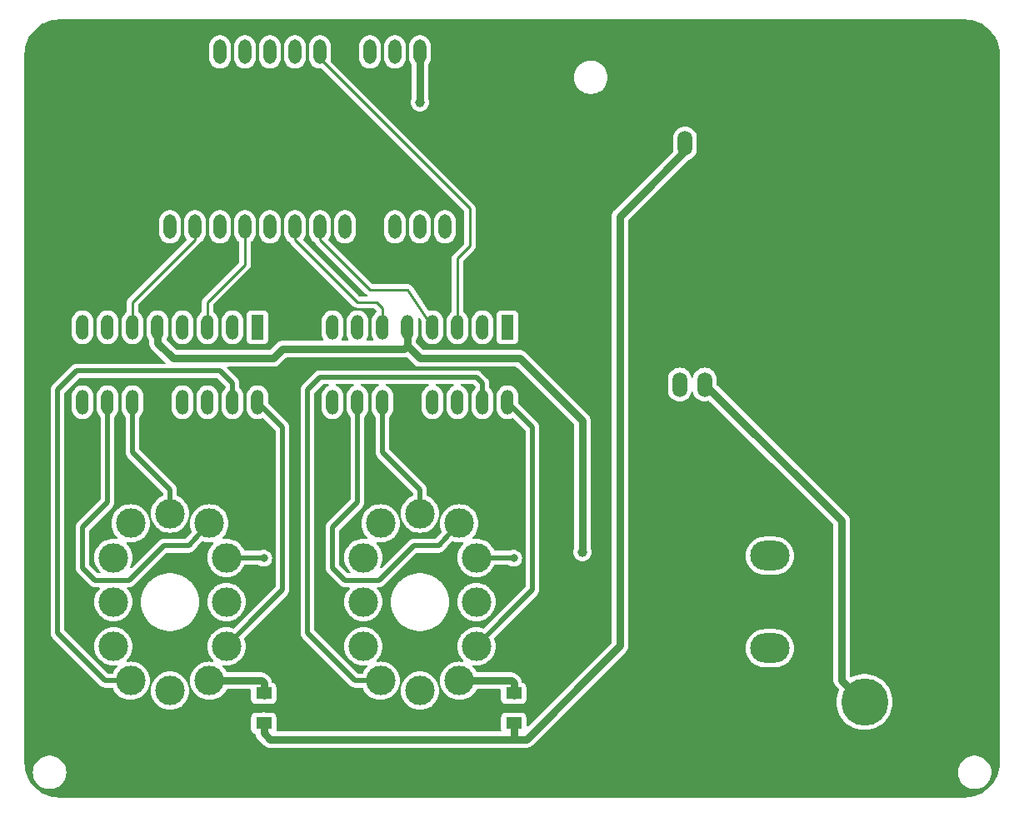
<source format=gbr>
G04 --- HEADER BEGIN --- *
G04 #@! TF.GenerationSoftware,LibrePCB,LibrePCB,1.1.0*
G04 #@! TF.CreationDate,2024-11-03T19:05:04*
G04 #@! TF.ProjectId,Nixie Counter,cfaec193-39cb-4766-881d-db9368be8cff,v2.0*
G04 #@! TF.Part,Single*
G04 #@! TF.SameCoordinates*
G04 #@! TF.FileFunction,Copper,L2,Bot*
G04 #@! TF.FilePolarity,Positive*
%FSLAX66Y66*%
%MOMM*%
G01*
G75*
G04 --- HEADER END --- *
G04 --- APERTURE LIST BEGIN --- *
G04 #@! TA.AperFunction,SMDPad,CuDef*
%ADD10R,1.65X1.25*%
G04 #@! TA.AperFunction,ComponentPad*
%ADD11C,3.0*%
%ADD12O,1.27X2.54*%
%ADD13R,1.27X2.54*%
%ADD14O,4.0X3.0*%
%ADD15O,1.3X2.5*%
%ADD16O,1.5X2.54*%
%ADD17C,4.8*%
G04 #@! TA.AperFunction,ViaPad*
%ADD18C,0.8*%
%ADD19C,1.0*%
G04 #@! TA.AperFunction,Conductor*
%ADD20C,0.8*%
%ADD21C,0.25*%
%ADD22C,0.5*%
%ADD23C,0.01*%
G04 #@! TD*
G04 --- APERTURE LIST END --- *
G04 --- BOARD BEGIN --- *
D10*
G04 #@! TO.N,N21*
G04 #@! TO.C,R5*
G04 #@! TO.P,R5,2,2*
X50165000Y11050000D03*
G04 #@! TO.N,170V*
G04 #@! TO.P,R5,1,1*
X50165000Y8000000D03*
D11*
G04 #@! TO.N,N7*
G04 #@! TO.C,DS1*
G04 #@! TO.P,DS1,5,C7*
X19240000Y28320000D03*
G04 #@! TO.N,N9*
G04 #@! TO.P,DS1,3,C9*
X20990000Y20320000D03*
G04 #@! TO.N,N22*
G04 #@! TO.P,DS1,1,A*
X19240000Y12320000D03*
G04 #@! TO.N,N6*
G04 #@! TO.P,DS1,6,C6*
X15240000Y29320000D03*
G04 #@! TO.N,N8*
G04 #@! TO.P,DS1,4,C8*
X20990000Y24820000D03*
G04 #@! TO.N,N5*
G04 #@! TO.P,DS1,7,C5*
X11240000Y28320000D03*
G04 #@! TO.N,N2*
G04 #@! TO.P,DS1,10,C2*
X9490000Y15820000D03*
G04 #@! TO.N,N3*
G04 #@! TO.P,DS1,9,C3*
X9490000Y20320000D03*
G04 #@! TO.N,N1*
G04 #@! TO.P,DS1,11,C1*
X11240000Y12320000D03*
G04 #@! TO.N,N4*
G04 #@! TO.P,DS1,8,C4*
X9490000Y24820000D03*
G04 #@! TO.N,N/C*
G04 #@! TO.P,DS1,12,CDOT*
X15240000Y11320000D03*
G04 #@! TO.N,N10*
G04 #@! TO.P,DS1,2,C0*
X20990000Y15820000D03*
D12*
G04 #@! TO.N,2B*
G04 #@! TO.C,U4*
G04 #@! TO.P,U4,6,B*
X36830000Y48259984D03*
G04 #@! TO.N,N20*
G04 #@! TO.P,U4,16,0*
X49530000Y40639984D03*
G04 #@! TO.N,N17*
G04 #@! TO.P,U4,10,7*
X34290000Y40639984D03*
D13*
G04 #@! TO.N,N18*
G04 #@! TO.P,U4,1,8*
X49530000Y48259984D03*
D12*
G04 #@! TO.N,2C*
G04 #@! TO.P,U4,7,C*
X34290000Y48259984D03*
G04 #@! TO.N,2A*
G04 #@! TO.P,U4,3,A*
X44450000Y48259984D03*
G04 #@! TO.N,N19*
G04 #@! TO.P,U4,2,9*
X46990000Y48259984D03*
G04 #@! TO.N,N15*
G04 #@! TO.P,U4,14,5*
X44450000Y40639984D03*
G04 #@! TO.N,N12*
G04 #@! TO.P,U4,8,2*
X31750000Y48259984D03*
G04 #@! TO.N,N14*
G04 #@! TO.P,U4,13,4*
X41910000Y40639984D03*
G04 #@! TO.N,N11*
G04 #@! TO.P,U4,15,1*
X46990000Y40639984D03*
G04 #@! TO.N,5V*
G04 #@! TO.P,U4,5,VCC*
X39370000Y48259984D03*
G04 #@! TO.N,GND*
G04 #@! TO.P,U4,12,GND*
X39370000Y40639984D03*
G04 #@! TO.N,2D*
G04 #@! TO.P,U4,4,D*
X41910000Y48259984D03*
G04 #@! TO.N,N16*
G04 #@! TO.P,U4,11,6*
X36830000Y40639984D03*
G04 #@! TO.N,N13*
G04 #@! TO.P,U4,9,3*
X31750000Y40639984D03*
D11*
G04 #@! TO.N,N17*
G04 #@! TO.C,DS2*
G04 #@! TO.P,DS2,5,C7*
X44640000Y28320000D03*
G04 #@! TO.N,N19*
G04 #@! TO.P,DS2,3,C9*
X46390000Y20320000D03*
G04 #@! TO.N,N21*
G04 #@! TO.P,DS2,1,A*
X44640000Y12320000D03*
G04 #@! TO.N,N16*
G04 #@! TO.P,DS2,6,C6*
X40640000Y29320000D03*
G04 #@! TO.N,N18*
G04 #@! TO.P,DS2,4,C8*
X46390000Y24820000D03*
G04 #@! TO.N,N15*
G04 #@! TO.P,DS2,7,C5*
X36640000Y28320000D03*
G04 #@! TO.N,N12*
G04 #@! TO.P,DS2,10,C2*
X34890000Y15820000D03*
G04 #@! TO.N,N13*
G04 #@! TO.P,DS2,9,C3*
X34890000Y20320000D03*
G04 #@! TO.N,N11*
G04 #@! TO.P,DS2,11,C1*
X36640000Y12320000D03*
G04 #@! TO.N,N14*
G04 #@! TO.P,DS2,8,C4*
X34890000Y24820000D03*
G04 #@! TO.N,N/C*
G04 #@! TO.P,DS2,12,CDOT*
X40640000Y11320000D03*
G04 #@! TO.N,N20*
G04 #@! TO.P,DS2,2,C0*
X46390000Y15820000D03*
D12*
G04 #@! TO.N,1B*
G04 #@! TO.C,U3*
G04 #@! TO.P,U3,6,B*
X11430000Y48259984D03*
G04 #@! TO.N,N10*
G04 #@! TO.P,U3,16,0*
X24130000Y40639984D03*
G04 #@! TO.N,N7*
G04 #@! TO.P,U3,10,7*
X8890000Y40639984D03*
D13*
G04 #@! TO.N,N8*
G04 #@! TO.P,U3,1,8*
X24130000Y48259984D03*
D12*
G04 #@! TO.N,1C*
G04 #@! TO.P,U3,7,C*
X8890000Y48259984D03*
G04 #@! TO.N,1A*
G04 #@! TO.P,U3,3,A*
X19050000Y48259984D03*
G04 #@! TO.N,N9*
G04 #@! TO.P,U3,2,9*
X21590000Y48259984D03*
G04 #@! TO.N,N5*
G04 #@! TO.P,U3,14,5*
X19050000Y40639984D03*
G04 #@! TO.N,N2*
G04 #@! TO.P,U3,8,2*
X6350000Y48259984D03*
G04 #@! TO.N,N4*
G04 #@! TO.P,U3,13,4*
X16510000Y40639984D03*
G04 #@! TO.N,N1*
G04 #@! TO.P,U3,15,1*
X21590000Y40639984D03*
G04 #@! TO.N,5V*
G04 #@! TO.P,U3,5,VCC*
X13970000Y48259984D03*
G04 #@! TO.N,GND*
G04 #@! TO.P,U3,12,GND*
X13970000Y40639984D03*
G04 #@! TO.N,1D*
G04 #@! TO.P,U3,4,D*
X16510000Y48259984D03*
G04 #@! TO.N,N6*
G04 #@! TO.P,U3,11,6*
X11430000Y40639984D03*
G04 #@! TO.N,N3*
G04 #@! TO.P,U3,9,3*
X6350000Y40639984D03*
D14*
G04 #@! TO.N,BTN_UP*
G04 #@! TO.C,S1*
G04 #@! TO.P,S1,3,B*
X76199936Y15620000D03*
G04 #@! TO.N,BTN_DN*
G04 #@! TO.P,S1,1,A*
X76199936Y25020000D03*
G04 #@! TO.N,GND*
G04 #@! TO.P,S1,2,COM*
X76199936Y20320000D03*
D15*
G04 #@! TO.C,U5*
G04 #@! TO.P,U5,9,GND*
X35560000Y58460000D03*
G04 #@! TO.N,N/C*
G04 #@! TO.P,U5,22,3V3*
X20320000Y76240000D03*
G04 #@! TO.N,GND*
G04 #@! TO.P,U5,13,GND*
X43180000Y76240000D03*
G04 #@! TO.N,5V*
G04 #@! TO.P,U5,10,5V*
X38100000Y58460000D03*
G04 #@! TO.N,2A*
G04 #@! TO.P,U5,18,G9*
X30480000Y76240000D03*
G04 #@! TO.N,BTN_UP*
G04 #@! TO.P,U5,11,G1*
X40640000Y58460000D03*
G04 #@! TO.N,2D*
G04 #@! TO.P,U5,7,G10*
X30480000Y58460000D03*
G04 #@! TO.N,BTN_DN*
G04 #@! TO.P,U5,12,G0*
X43180000Y58460000D03*
G04 #@! TO.N,N/C*
G04 #@! TO.P,U5,16,G18/D-*
X35560000Y76240000D03*
G04 #@! TO.N,GND*
G04 #@! TO.P,U5,17,GND*
X33020000Y76240000D03*
G04 #@! TO.N,2C*
G04 #@! TO.P,U5,5,G7*
X25400000Y58460000D03*
G04 #@! TO.N,2B*
G04 #@! TO.P,U5,6,G8*
X27940000Y58460000D03*
G04 #@! TO.N,N/C*
G04 #@! TO.P,U5,15,G19/D+*
X38100000Y76240000D03*
G04 #@! TO.N,1A*
G04 #@! TO.P,U5,4,G6*
X22860000Y58460000D03*
G04 #@! TO.N,LED_WIFI*
G04 #@! TO.P,U5,21,G21/TX0*
X22860000Y76240000D03*
G04 #@! TO.N,5V*
G04 #@! TO.P,U5,14,5V*
X40640000Y76240000D03*
G04 #@! TO.N,LED_PWR*
G04 #@! TO.P,U5,20,G20/RX0*
X25400000Y76240000D03*
G04 #@! TO.N,5V*
G04 #@! TO.P,U5,8,5V*
X33020000Y58460000D03*
G04 #@! TO.N,1D*
G04 #@! TO.P,U5,3,G5*
X20320000Y58460000D03*
G04 #@! TO.N,1B*
G04 #@! TO.P,U5,2,G4*
X17780000Y58460000D03*
G04 #@! TO.N,N/C*
G04 #@! TO.P,U5,19,EN*
X27940000Y76240000D03*
G04 #@! TO.N,1C*
G04 #@! TO.P,U5,1,G3*
X15240000Y58460000D03*
D16*
G04 #@! TO.N,N29*
G04 #@! TO.C,U1*
G04 #@! TO.P,U1,SHDN,SHDN*
X67030992Y42428192D03*
G04 #@! TO.N,12V*
G04 #@! TO.P,U1,V_IN,V_IN*
X69570992Y42428192D03*
G04 #@! TO.N,GND*
G04 #@! TO.P,U1,GND_OUT,GND_OUT*
X65040992Y66928192D03*
G04 #@! TO.N,170V*
G04 #@! TO.P,U1,V_OUT,V_OUT*
X67580992Y66928192D03*
G04 #@! TO.N,GND*
G04 #@! TO.P,U1,GND_IN,GND_IN*
X64490992Y42428192D03*
D10*
G04 #@! TO.N,N22*
G04 #@! TO.C,R4*
G04 #@! TO.P,R4,2,2*
X24765000Y11050000D03*
G04 #@! TO.N,170V*
G04 #@! TO.P,R4,1,1*
X24765000Y8000000D03*
D17*
G04 #@! TO.N,GND*
G04 #@! TO.C,J1*
G04 #@! TO.P,J1,2,2*
X92311168Y10160064D03*
G04 #@! TO.P,J1,3,3*
X88811168Y14960064D03*
G04 #@! TO.N,12V*
G04 #@! TO.P,J1,1,1*
X85811168Y10160064D03*
D18*
G04 #@! TD.C*
G04 #@! TD.P*
G04 #@! TO.N,GND*
X64770000Y75565000D03*
X76200000Y66675000D03*
X79692500Y66675000D03*
X79692500Y43180000D03*
D19*
G04 #@! TO.N,5V*
X57150720Y25400424D03*
X40640000Y71120000D03*
D20*
X39052992Y46038080D02*
X26670580Y46038080D01*
X26670580Y46038080D02*
X26670000Y46037500D01*
X13970176Y46672324D02*
X13970000Y48259984D01*
X57150720Y38735488D02*
X57150720Y25400424D01*
X39370496Y46355584D02*
X40640512Y45085568D01*
X39370000Y46356080D02*
X39370496Y46355584D01*
X15557500Y45085000D02*
X13970176Y46672324D01*
X25717500Y45085000D02*
X15557500Y45085000D01*
X50800640Y45085568D02*
X57150720Y38735488D01*
X39052992Y46038080D02*
X39370496Y46355584D01*
X25717500Y45085000D02*
X26670000Y46037500D01*
X13970000Y48259984D02*
X13970176Y48260608D01*
X40640000Y71120000D02*
X40640000Y76240000D01*
X13970000Y48259984D02*
X13970176Y48260608D01*
X40640512Y45085568D02*
X50800640Y45085568D01*
X39370000Y48259984D02*
X39370000Y46356080D01*
D18*
G04 #@! TO.N,GND*
X69532500Y26670000D03*
X67310000Y75565000D03*
X76200000Y40005000D03*
D21*
G04 #@! TO.N,2A*
X34925000Y71120000D02*
X34925000Y71120000D01*
X45720000Y59690000D02*
X45720000Y60325000D01*
X45720000Y59690000D02*
X45720000Y56515000D01*
X34925000Y71120000D02*
X45720000Y60325000D01*
X34925000Y71120000D02*
X30480000Y75565000D01*
X44450000Y48259984D02*
X44450000Y48260000D01*
X44450000Y53340000D02*
X44450000Y55245000D01*
X44450000Y53340000D02*
X44450000Y48259984D01*
X44450000Y55245000D02*
X45720000Y56515000D01*
X30480000Y75565000D02*
X30480000Y76240000D01*
D18*
G04 #@! TO.N,GND*
X69532500Y29210000D03*
X79692500Y64135000D03*
X76200000Y41275000D03*
D22*
G04 #@! TO.N,N17*
X40005000Y26035000D02*
X42545000Y26035000D01*
X31750000Y27940000D02*
X31750000Y23812500D01*
X33020000Y22542500D02*
X36512500Y22542500D01*
X36512500Y22542500D02*
X40005000Y26035000D01*
X31750000Y23812500D02*
X33020000Y22542500D01*
X34290000Y40639984D02*
X34290000Y30480000D01*
X34290000Y30480000D02*
X31750000Y27940000D01*
X44640000Y28320000D02*
X42545000Y26035000D01*
D18*
G04 #@! TO.N,GND*
X79692500Y65405000D03*
D20*
G04 #@! TO.N,N21*
X49910000Y12320000D02*
X50165000Y12065000D01*
X50165000Y11050000D02*
X50165000Y10795000D01*
X50165000Y12065000D02*
X50165000Y10795000D01*
X44640000Y12320000D02*
X49910000Y12320000D01*
G04 #@! TO.N,12V*
X83502500Y12382500D02*
X83502500Y28575000D01*
X85811168Y10160064D02*
X85724936Y10160064D01*
X69570992Y42428192D02*
X83502500Y28575000D01*
X85811168Y10160064D02*
X85724936Y10160064D01*
X85724936Y10160064D02*
X83502500Y12382500D01*
D22*
G04 #@! TO.N,N11*
X46355000Y43180000D02*
X46990000Y42545000D01*
X30480000Y43180000D02*
X30480000Y43180000D01*
X34035000Y12320000D02*
X29210000Y17145000D01*
X46990000Y40639984D02*
X46990000Y40005000D01*
X29210000Y17145000D02*
X29210000Y41910000D01*
X46990000Y42545000D02*
X46990000Y40005000D01*
X46355000Y43180000D02*
X30480000Y43180000D01*
X30480000Y43180000D02*
X29210000Y41910000D01*
X36640000Y12320000D02*
X34035000Y12320000D01*
D21*
G04 #@! TO.N,1B*
X17780000Y58460000D02*
X17780000Y57150000D01*
X17780000Y57150000D02*
X11430000Y50800000D01*
X11430000Y50800000D02*
X11430000Y48260000D01*
X11430000Y48259984D02*
X11430000Y48260000D01*
D18*
G04 #@! TO.N,GND*
X72390000Y76200000D03*
D22*
G04 #@! TO.N,N10*
X20990000Y15820000D02*
X24130000Y19050000D01*
X26670000Y21590000D02*
X26670000Y38100000D01*
X24130000Y40639984D02*
X26670000Y38100000D01*
X24130000Y19050000D02*
X26670000Y21590000D01*
G04 #@! TO.N,N20*
X52070000Y21590000D02*
X52070000Y38100000D01*
X49530000Y19050000D02*
X52070000Y21590000D01*
X46390000Y15820000D02*
X49530000Y19050000D01*
X49530000Y40639984D02*
X52070000Y38100000D01*
D18*
G04 #@! TO.N,GND*
X66040000Y75565000D03*
X67945000Y36195000D03*
X79692500Y40640000D03*
X72707500Y30480000D03*
G04 #@! TO.N,N18*
X50165000Y24765000D03*
D22*
X50110000Y24820000D02*
X50165000Y24765000D01*
X46390000Y24820000D02*
X50110000Y24820000D01*
D18*
G04 #@! TO.N,GND*
X71596250Y76993750D03*
X67945000Y37465000D03*
X72707500Y27940000D03*
X69532500Y27940000D03*
D20*
G04 #@! TO.N,N22*
X19240000Y12320000D02*
X24510000Y12320000D01*
X24510000Y12320000D02*
X24765000Y12065000D01*
X24765000Y12065000D02*
X24765000Y10795000D01*
X24765000Y11050000D02*
X24765000Y10795000D01*
D22*
G04 #@! TO.N,N7*
X19240000Y28320000D02*
X17145000Y26035000D01*
X7620000Y22542500D02*
X11112500Y22542500D01*
X6350000Y23812500D02*
X7620000Y22542500D01*
X8890000Y30480000D02*
X6350000Y27940000D01*
X8890000Y40639984D02*
X8890000Y30480000D01*
X6350000Y27940000D02*
X6350000Y23812500D01*
X11112500Y22542500D02*
X14605000Y26035000D01*
X14605000Y26035000D02*
X17145000Y26035000D01*
D18*
G04 #@! TO.N,GND*
X72707500Y29210000D03*
D21*
G04 #@! TO.N,1A*
X22860000Y57150000D02*
X22860000Y54610000D01*
X22860000Y58460000D02*
X22860000Y57150000D01*
X19050000Y50800000D02*
X19050000Y48260000D01*
X19050000Y48259984D02*
X19050000Y48260000D01*
X22860000Y54610000D02*
X19050000Y50800000D01*
G04 #@! TO.N,2B*
X36830000Y50165000D02*
X36830000Y48260000D01*
X34290000Y50800000D02*
X36195000Y50800000D01*
X36830000Y48259984D02*
X36830000Y48260000D01*
X34290000Y50800000D02*
X27940000Y57150000D01*
X27940000Y58460000D02*
X27940000Y57150000D01*
X36195000Y50800000D02*
X36830000Y50165000D01*
G04 #@! TO.N,2D*
X35560000Y52070000D02*
X31750000Y55880000D01*
X39370000Y52070000D02*
X41910000Y48259984D01*
X30480000Y57150000D02*
X31750000Y55880000D01*
X35560000Y52070000D02*
X39370000Y52070000D01*
X30480000Y58460000D02*
X30480000Y57150000D01*
D18*
G04 #@! TO.N,GND*
X37465000Y72072500D03*
X79692500Y41910000D03*
D22*
G04 #@! TO.N,N1*
X20320000Y43815000D02*
X21590000Y42545000D01*
X11240000Y12320000D02*
X8635000Y12320000D01*
X21590000Y40639984D02*
X21590000Y40640000D01*
X8635000Y12320000D02*
X3810000Y17145000D01*
X3810000Y41910000D02*
X5715000Y43815000D01*
X21590000Y42545000D02*
X21590000Y40640000D01*
X3810000Y17145000D02*
X3810000Y41910000D01*
X5715000Y43815000D02*
X20320000Y43815000D01*
D18*
G04 #@! TO.N,GND*
X70802500Y77787500D03*
G04 #@! TO.N,N8*
X24765000Y24765000D03*
D22*
X20990000Y24820000D02*
X24710000Y24820000D01*
X24710000Y24820000D02*
X24765000Y24765000D01*
D18*
G04 #@! TO.N,GND*
X38735000Y72072500D03*
X76200000Y38735000D03*
X76200000Y65405000D03*
D22*
G04 #@! TO.N,N16*
X40640000Y29320000D02*
X40640000Y29210000D01*
X36830000Y40639984D02*
X36830000Y35560000D01*
X40640000Y31750000D02*
X40640000Y29210000D01*
X36830000Y35560000D02*
X40640000Y31750000D01*
D18*
G04 #@! TO.N,GND*
X36195000Y72072500D03*
D22*
G04 #@! TO.N,N6*
X15240000Y29320000D02*
X15240000Y29210000D01*
X11430144Y35559856D02*
X15240000Y31750000D01*
X11430000Y40639984D02*
X11430144Y40640512D01*
X11430144Y40640512D02*
X11430144Y35559856D01*
X15240000Y31750000D02*
X15240000Y29210000D01*
D20*
G04 #@! TO.N,170V*
X24765000Y6985000D02*
X25400000Y6350000D01*
X24765000Y8000000D02*
X24765000Y8255000D01*
X61039402Y59610598D02*
X60960000Y59531196D01*
X50165000Y6350000D02*
X51435000Y6350000D01*
X67580992Y66928192D02*
X67588664Y66953664D01*
X61039402Y59610598D02*
X62230000Y60801196D01*
X59372500Y14287500D02*
X51435000Y6350000D01*
X24765000Y8000000D02*
X24765000Y6985000D01*
X60960000Y15875000D02*
X59372500Y14287500D01*
X50165000Y6350000D02*
X25400000Y6350000D01*
X50165000Y8000000D02*
X50165000Y6350000D01*
X60960000Y15875000D02*
X60960000Y59531196D01*
X67588664Y66159860D02*
X67588664Y66953664D01*
X67588664Y66159860D02*
X62230000Y60801196D01*
D18*
G04 #@! TO.N,GND*
X76200000Y64135000D03*
X67945000Y34925000D03*
D23*
G04 #@! TA.AperFunction,Conductor*
G36*
X450000Y4013511D02*
X450120Y4008604D01*
X467393Y3656993D01*
X468355Y3647227D01*
X518024Y3312394D01*
X519939Y3302769D01*
X602188Y2974411D01*
X605037Y2965020D01*
X719074Y2646308D01*
X722829Y2637242D01*
X867555Y2331246D01*
X872181Y2322591D01*
X1046213Y2032235D01*
X1051665Y2024076D01*
X1253306Y1752194D01*
X1259532Y1744608D01*
X1486856Y1493795D01*
X1493795Y1486856D01*
X1744608Y1259532D01*
X1752194Y1253306D01*
X2024076Y1051665D01*
X2032235Y1046213D01*
X2322591Y872181D01*
X2331246Y867555D01*
X2637242Y722829D01*
X2646308Y719074D01*
X2876697Y636639D01*
X2876697Y1304754D01*
X2869262Y1305311D01*
X2625412Y1342066D01*
X2618139Y1343726D01*
X2382493Y1416413D01*
X2375554Y1419136D01*
X2153374Y1526132D01*
X2146904Y1529868D01*
X1943157Y1668779D01*
X1937326Y1673429D01*
X1756557Y1841159D01*
X1751475Y1846636D01*
X1597728Y2039429D01*
X1593524Y2045595D01*
X1470224Y2259157D01*
X1466985Y2265884D01*
X1376893Y2495432D01*
X1374694Y2502561D01*
X1319821Y2742977D01*
X1318708Y2750366D01*
X1300280Y2996264D01*
X1300280Y3003736D01*
X1318708Y3249634D01*
X1319821Y3257023D01*
X1374694Y3497439D01*
X1376893Y3504568D01*
X1466985Y3734116D01*
X1470224Y3740843D01*
X1593524Y3954405D01*
X1597728Y3960571D01*
X1751475Y4153364D01*
X1756557Y4158841D01*
X1937326Y4326571D01*
X1943157Y4331221D01*
X2146904Y4470132D01*
X2153374Y4473868D01*
X2375554Y4580864D01*
X2382493Y4583587D01*
X2618139Y4656274D01*
X2625412Y4657934D01*
X2869262Y4694689D01*
X2876697Y4695246D01*
X3123303Y4695246D01*
X3130738Y4694689D01*
X3374588Y4657934D01*
X3381861Y4656274D01*
X3617507Y4583587D01*
X3624446Y4580864D01*
X3846626Y4473868D01*
X3853096Y4470132D01*
X4056843Y4331221D01*
X4062674Y4326571D01*
X4243443Y4158841D01*
X4248525Y4153364D01*
X4402272Y3960571D01*
X4406476Y3954405D01*
X4529776Y3740843D01*
X4533015Y3734116D01*
X4623107Y3504568D01*
X4625306Y3497439D01*
X4680179Y3257023D01*
X4681292Y3249634D01*
X4699720Y3003736D01*
X4699720Y2996264D01*
X4681292Y2750366D01*
X4680179Y2742977D01*
X4625306Y2502561D01*
X4623107Y2495432D01*
X4533015Y2265884D01*
X4529776Y2259157D01*
X4406476Y2045595D01*
X4402272Y2039429D01*
X4248525Y1846636D01*
X4243443Y1841159D01*
X4062674Y1673429D01*
X4056843Y1668779D01*
X3853096Y1529868D01*
X3846626Y1526132D01*
X3624446Y1419136D01*
X3617507Y1416413D01*
X3381861Y1343726D01*
X3374588Y1342066D01*
X3130738Y1305311D01*
X3123303Y1304754D01*
X2876697Y1304754D01*
X2876697Y636639D01*
X2965020Y605037D01*
X2974411Y602188D01*
X3302769Y519939D01*
X3312394Y518024D01*
X3647227Y468355D01*
X3656993Y467393D01*
X4008604Y450120D01*
X4013511Y450000D01*
X11236435Y450000D01*
X11236435Y10370255D01*
X10966052Y10389593D01*
X10958997Y10390607D01*
X10694105Y10448231D01*
X10687279Y10450236D01*
X10433290Y10544969D01*
X10426803Y10547932D01*
X10188886Y10677844D01*
X10182889Y10681698D01*
X9965881Y10844147D01*
X9960498Y10848812D01*
X9768812Y11040498D01*
X9764147Y11045881D01*
X9601698Y11262889D01*
X9597844Y11268886D01*
X9467932Y11506803D01*
X9464967Y11513294D01*
X9449432Y11554946D01*
X9410429Y11603719D01*
X9355738Y11620000D01*
X8637814Y11620000D01*
X8632201Y11620315D01*
X8601522Y11623772D01*
X8590326Y11624401D01*
X8562237Y11624401D01*
X8551149Y11625650D01*
X8523769Y11631900D01*
X8512709Y11633779D01*
X8484820Y11636921D01*
X8473930Y11639406D01*
X8447430Y11648678D01*
X8436658Y11651781D01*
X8409288Y11658029D01*
X8398740Y11661720D01*
X8373442Y11673903D01*
X8363080Y11678196D01*
X8336573Y11687471D01*
X8326525Y11692310D01*
X8302749Y11707249D01*
X8292934Y11712674D01*
X8267636Y11724857D01*
X8258190Y11730793D01*
X8236239Y11748298D01*
X8227092Y11754788D01*
X8203312Y11769730D01*
X8194587Y11776688D01*
X8174729Y11796546D01*
X8166367Y11804018D01*
X8142223Y11823272D01*
X8138040Y11827010D01*
X3317010Y16648040D01*
X3313272Y16652223D01*
X3294018Y16676367D01*
X3286546Y16684729D01*
X3266688Y16704587D01*
X3259730Y16713312D01*
X3244788Y16737092D01*
X3238298Y16746239D01*
X3220793Y16768190D01*
X3214857Y16777636D01*
X3202674Y16802934D01*
X3197249Y16812749D01*
X3182310Y16836525D01*
X3177471Y16846573D01*
X3168196Y16873080D01*
X3163903Y16883442D01*
X3151720Y16908740D01*
X3148029Y16919288D01*
X3141781Y16946658D01*
X3138678Y16957430D01*
X3129406Y16983930D01*
X3126921Y16994820D01*
X3123779Y17022709D01*
X3121900Y17033769D01*
X3115650Y17061149D01*
X3114401Y17072237D01*
X3114401Y17100326D01*
X3113772Y17111522D01*
X3110315Y17142201D01*
X3110000Y17147814D01*
X3110000Y41907186D01*
X3110315Y41912799D01*
X3113775Y41943505D01*
X3114404Y41954701D01*
X3114404Y41982763D01*
X3115653Y41993853D01*
X3121897Y42021206D01*
X3123776Y42032265D01*
X3126921Y42060181D01*
X3129406Y42071071D01*
X3138686Y42097591D01*
X3141791Y42108365D01*
X3148036Y42135724D01*
X3151718Y42146248D01*
X3163895Y42171534D01*
X3168185Y42181892D01*
X3177469Y42208423D01*
X3182307Y42218469D01*
X3197257Y42242263D01*
X3202679Y42252074D01*
X3214855Y42277358D01*
X3220799Y42286816D01*
X3238295Y42308756D01*
X3244783Y42317900D01*
X3259731Y42341689D01*
X3266687Y42350412D01*
X3286547Y42370272D01*
X3294020Y42378634D01*
X3313284Y42402790D01*
X3317003Y42406952D01*
X5218040Y44307989D01*
X5222223Y44311727D01*
X5246362Y44330977D01*
X5254724Y44338449D01*
X5274588Y44358313D01*
X5283307Y44365266D01*
X5307088Y44380209D01*
X5316232Y44386697D01*
X5338188Y44404206D01*
X5347633Y44410140D01*
X5372932Y44422324D01*
X5382745Y44427748D01*
X5406523Y44442688D01*
X5416587Y44447535D01*
X5443090Y44456809D01*
X5453449Y44461100D01*
X5478738Y44473279D01*
X5489285Y44476969D01*
X5516644Y44483214D01*
X5527416Y44486317D01*
X5553929Y44495594D01*
X5564820Y44498079D01*
X5592730Y44501224D01*
X5603784Y44503102D01*
X5631151Y44509348D01*
X5642236Y44510597D01*
X5670308Y44510597D01*
X5681504Y44511226D01*
X5712201Y44514685D01*
X5717814Y44515000D01*
X6254510Y44515000D01*
X6254510Y46544612D01*
X6245345Y46545461D01*
X6057627Y46580552D01*
X6048759Y46583075D01*
X5870681Y46652063D01*
X5862447Y46656164D01*
X5700077Y46756698D01*
X5692721Y46762253D01*
X5551597Y46890905D01*
X5545385Y46897718D01*
X5430295Y47050122D01*
X5425457Y47057935D01*
X5340326Y47228904D01*
X5337004Y47237478D01*
X5284739Y47421172D01*
X5283047Y47430221D01*
X5265214Y47622679D01*
X5265000Y47627295D01*
X5265000Y48892673D01*
X5265214Y48897289D01*
X5283047Y49089747D01*
X5284739Y49098796D01*
X5337004Y49282490D01*
X5340326Y49291064D01*
X5425457Y49462033D01*
X5430295Y49469846D01*
X5545385Y49622250D01*
X5551597Y49629063D01*
X5692721Y49757715D01*
X5700077Y49763270D01*
X5862447Y49863804D01*
X5870681Y49867905D01*
X6048759Y49936893D01*
X6057627Y49939416D01*
X6245345Y49974507D01*
X6254510Y49975356D01*
X6445490Y49975356D01*
X6454655Y49974507D01*
X6642373Y49939416D01*
X6651241Y49936893D01*
X6829319Y49867905D01*
X6837553Y49863804D01*
X6999923Y49763270D01*
X7007279Y49757715D01*
X7148403Y49629063D01*
X7154615Y49622250D01*
X7269705Y49469846D01*
X7274543Y49462033D01*
X7359674Y49291064D01*
X7362996Y49282490D01*
X7415261Y49098796D01*
X7416953Y49089747D01*
X7434786Y48897289D01*
X7435000Y48892673D01*
X7435000Y47627295D01*
X7434786Y47622679D01*
X7416953Y47430221D01*
X7415261Y47421172D01*
X7362996Y47237478D01*
X7359674Y47228904D01*
X7274543Y47057935D01*
X7269705Y47050122D01*
X7154615Y46897718D01*
X7148403Y46890905D01*
X7007279Y46762253D01*
X6999923Y46756698D01*
X6837553Y46656164D01*
X6829319Y46652063D01*
X6651241Y46583075D01*
X6642373Y46580552D01*
X6454655Y46545461D01*
X6445490Y46544612D01*
X6254510Y46544612D01*
X6254510Y44515000D01*
X8794510Y44515000D01*
X8794510Y46544612D01*
X8785345Y46545461D01*
X8597627Y46580552D01*
X8588759Y46583075D01*
X8410681Y46652063D01*
X8402447Y46656164D01*
X8240077Y46756698D01*
X8232721Y46762253D01*
X8091597Y46890905D01*
X8085385Y46897718D01*
X7970295Y47050122D01*
X7965457Y47057935D01*
X7880326Y47228904D01*
X7877004Y47237478D01*
X7824739Y47421172D01*
X7823047Y47430221D01*
X7805214Y47622679D01*
X7805000Y47627295D01*
X7805000Y48892673D01*
X7805214Y48897289D01*
X7823047Y49089747D01*
X7824739Y49098796D01*
X7877004Y49282490D01*
X7880326Y49291064D01*
X7965457Y49462033D01*
X7970295Y49469846D01*
X8085385Y49622250D01*
X8091597Y49629063D01*
X8232721Y49757715D01*
X8240077Y49763270D01*
X8402447Y49863804D01*
X8410681Y49867905D01*
X8588759Y49936893D01*
X8597627Y49939416D01*
X8785345Y49974507D01*
X8794510Y49975356D01*
X8985490Y49975356D01*
X8994655Y49974507D01*
X9182373Y49939416D01*
X9191241Y49936893D01*
X9369319Y49867905D01*
X9377553Y49863804D01*
X9539923Y49763270D01*
X9547279Y49757715D01*
X9688403Y49629063D01*
X9694615Y49622250D01*
X9809705Y49469846D01*
X9814543Y49462033D01*
X9899674Y49291064D01*
X9902996Y49282490D01*
X9955261Y49098796D01*
X9956953Y49089747D01*
X9974786Y48897289D01*
X9975000Y48892673D01*
X9975000Y47627295D01*
X9974786Y47622679D01*
X9956953Y47430221D01*
X9955261Y47421172D01*
X9902996Y47237478D01*
X9899674Y47228904D01*
X9814543Y47057935D01*
X9809705Y47050122D01*
X9694615Y46897718D01*
X9688403Y46890905D01*
X9547279Y46762253D01*
X9539923Y46756698D01*
X9377553Y46656164D01*
X9369319Y46652063D01*
X9191241Y46583075D01*
X9182373Y46580552D01*
X8994655Y46545461D01*
X8985490Y46544612D01*
X8794510Y46544612D01*
X8794510Y44515000D01*
X11334510Y44515000D01*
X11334510Y46544612D01*
X11325345Y46545461D01*
X11137627Y46580552D01*
X11128759Y46583075D01*
X10950681Y46652063D01*
X10942447Y46656164D01*
X10780077Y46756698D01*
X10772721Y46762253D01*
X10631597Y46890905D01*
X10625385Y46897718D01*
X10510295Y47050122D01*
X10505457Y47057935D01*
X10420326Y47228904D01*
X10417004Y47237478D01*
X10364739Y47421172D01*
X10363047Y47430221D01*
X10345214Y47622679D01*
X10345000Y47627295D01*
X10345000Y48892673D01*
X10345214Y48897289D01*
X10363047Y49089747D01*
X10364739Y49098796D01*
X10417004Y49282490D01*
X10420326Y49291064D01*
X10505457Y49462033D01*
X10510295Y49469846D01*
X10625385Y49622250D01*
X10631597Y49629063D01*
X10772721Y49757715D01*
X10780077Y49763270D01*
X10807643Y49780338D01*
X10847819Y49828149D01*
X10855000Y49865359D01*
X10855000Y50796719D01*
X10855429Y50803256D01*
X10873737Y50942321D01*
X10877101Y50954877D01*
X10929528Y51081447D01*
X10936024Y51092699D01*
X11021421Y51203988D01*
X11025728Y51208900D01*
X15143126Y55326298D01*
X15143126Y56764692D01*
X15133961Y56765541D01*
X14943522Y56801141D01*
X14934654Y56803665D01*
X14753994Y56873652D01*
X14745764Y56877750D01*
X14581030Y56979749D01*
X14573686Y56985295D01*
X14430512Y57115816D01*
X14424300Y57122629D01*
X14307547Y57277236D01*
X14302699Y57285066D01*
X14216345Y57458489D01*
X14213015Y57467083D01*
X14159995Y57653432D01*
X14158303Y57662481D01*
X14140214Y57857695D01*
X14140000Y57862311D01*
X14140000Y59057689D01*
X14140214Y59062305D01*
X14158303Y59257519D01*
X14159995Y59266568D01*
X14213015Y59452917D01*
X14216345Y59461511D01*
X14302699Y59634934D01*
X14307547Y59642764D01*
X14424300Y59797371D01*
X14430512Y59804184D01*
X14573686Y59934705D01*
X14581030Y59940251D01*
X14745764Y60042250D01*
X14753994Y60046348D01*
X14934654Y60116335D01*
X14943522Y60118859D01*
X15133961Y60154459D01*
X15143126Y60155308D01*
X15336874Y60155308D01*
X15346039Y60154459D01*
X15536478Y60118859D01*
X15545346Y60116335D01*
X15726006Y60046348D01*
X15734236Y60042250D01*
X15898970Y59940251D01*
X15906314Y59934705D01*
X16049488Y59804184D01*
X16055700Y59797371D01*
X16172453Y59642764D01*
X16177301Y59634934D01*
X16263655Y59461511D01*
X16266985Y59452917D01*
X16320005Y59266568D01*
X16321697Y59257519D01*
X16339786Y59062305D01*
X16340000Y59057689D01*
X16340000Y57862311D01*
X16339786Y57857695D01*
X16321697Y57662481D01*
X16320005Y57653432D01*
X16266985Y57467083D01*
X16263655Y57458489D01*
X16177301Y57285066D01*
X16172453Y57277236D01*
X16055700Y57122629D01*
X16049488Y57115816D01*
X15906314Y56985295D01*
X15898970Y56979749D01*
X15734236Y56877750D01*
X15726006Y56873652D01*
X15545346Y56803665D01*
X15536478Y56801141D01*
X15346039Y56765541D01*
X15336874Y56764692D01*
X15143126Y56764692D01*
X15143126Y55326298D01*
X16892080Y57075252D01*
X16920242Y57130991D01*
X16901171Y57206224D01*
X16847550Y57277230D01*
X16842699Y57285066D01*
X16756345Y57458489D01*
X16753015Y57467083D01*
X16699995Y57653432D01*
X16698303Y57662481D01*
X16680214Y57857695D01*
X16680000Y57862311D01*
X16680000Y59057689D01*
X16680214Y59062305D01*
X16698303Y59257519D01*
X16699995Y59266568D01*
X16753015Y59452917D01*
X16756345Y59461511D01*
X16842699Y59634934D01*
X16847547Y59642764D01*
X16964300Y59797371D01*
X16970512Y59804184D01*
X17113686Y59934705D01*
X17121030Y59940251D01*
X17285764Y60042250D01*
X17293994Y60046348D01*
X17474654Y60116335D01*
X17483522Y60118859D01*
X17673961Y60154459D01*
X17683126Y60155308D01*
X17876874Y60155308D01*
X17886039Y60154459D01*
X18076478Y60118859D01*
X18085346Y60116335D01*
X18266006Y60046348D01*
X18274236Y60042250D01*
X18438970Y59940251D01*
X18446314Y59934705D01*
X18589488Y59804184D01*
X18595700Y59797371D01*
X18712453Y59642764D01*
X18717301Y59634934D01*
X18803655Y59461511D01*
X18806985Y59452917D01*
X18860005Y59266568D01*
X18861697Y59257519D01*
X18879786Y59062305D01*
X18880000Y59057689D01*
X18880000Y57862311D01*
X18879786Y57857695D01*
X18861697Y57662481D01*
X18860005Y57653432D01*
X18806985Y57467083D01*
X18803655Y57458489D01*
X18717301Y57285066D01*
X18712453Y57277236D01*
X18595700Y57122629D01*
X18589488Y57115816D01*
X18446314Y56985295D01*
X18438969Y56979749D01*
X18313588Y56902115D01*
X18279630Y56867095D01*
X18273974Y56857299D01*
X18188579Y56746012D01*
X18184272Y56741100D01*
X12034289Y50591117D01*
X12005000Y50520407D01*
X12005000Y49865359D01*
X12024500Y49806032D01*
X12052357Y49780338D01*
X12079923Y49763270D01*
X12087279Y49757715D01*
X12228403Y49629063D01*
X12234615Y49622250D01*
X12349705Y49469846D01*
X12354543Y49462033D01*
X12439674Y49291064D01*
X12442996Y49282490D01*
X12495261Y49098796D01*
X12496953Y49089747D01*
X12514786Y48897289D01*
X12515000Y48892673D01*
X12515000Y47627295D01*
X12514786Y47622679D01*
X12496953Y47430221D01*
X12495261Y47421172D01*
X12442996Y47237478D01*
X12439674Y47228904D01*
X12354543Y47057935D01*
X12349705Y47050122D01*
X12234615Y46897718D01*
X12228403Y46890905D01*
X12087279Y46762253D01*
X12079923Y46756698D01*
X11917553Y46656164D01*
X11909319Y46652063D01*
X11731241Y46583075D01*
X11722373Y46580552D01*
X11534655Y46545461D01*
X11525490Y46544612D01*
X11334510Y46544612D01*
X11334510Y44515000D01*
X14684000Y44515000D01*
X14743327Y44534500D01*
X14779516Y44585395D01*
X14778454Y44647836D01*
X14754710Y44685709D01*
X13370991Y46069428D01*
X13367478Y46073329D01*
X13328834Y46121050D01*
X13325428Y46125038D01*
X13286073Y46168737D01*
X13279947Y46177167D01*
X13275311Y46185195D01*
X13266427Y46198119D01*
X13260607Y46205307D01*
X13254923Y46214057D01*
X13228230Y46266445D01*
X13225727Y46271055D01*
X13196322Y46321974D01*
X13192083Y46331492D01*
X13189219Y46340303D01*
X13183216Y46354794D01*
X13179009Y46363051D01*
X13175277Y46372770D01*
X13160057Y46429574D01*
X13158566Y46434605D01*
X13140389Y46490525D01*
X13138222Y46500715D01*
X13137252Y46509935D01*
X13134394Y46525348D01*
X13131999Y46534288D01*
X13130368Y46544586D01*
X13127291Y46603289D01*
X13126879Y46608518D01*
X13120449Y46669630D01*
X13120176Y46674842D01*
X13120148Y46924117D01*
X13099950Y46984369D01*
X13050295Y47050122D01*
X13045457Y47057935D01*
X12960326Y47228904D01*
X12957004Y47237478D01*
X12904739Y47421172D01*
X12903047Y47430221D01*
X12885214Y47622679D01*
X12885000Y47627295D01*
X12885000Y48892673D01*
X12885214Y48897289D01*
X12903047Y49089747D01*
X12904739Y49098796D01*
X12957004Y49282490D01*
X12960326Y49291064D01*
X13045457Y49462033D01*
X13050295Y49469846D01*
X13165385Y49622250D01*
X13171597Y49629063D01*
X13312721Y49757715D01*
X13320077Y49763270D01*
X13482447Y49863804D01*
X13490681Y49867905D01*
X13668759Y49936893D01*
X13677627Y49939416D01*
X13865345Y49974507D01*
X13874510Y49975356D01*
X14065490Y49975356D01*
X14074655Y49974507D01*
X14262373Y49939416D01*
X14271241Y49936893D01*
X14449319Y49867905D01*
X14457553Y49863804D01*
X14619923Y49763270D01*
X14627279Y49757715D01*
X14768403Y49629063D01*
X14774615Y49622250D01*
X14889705Y49469846D01*
X14894543Y49462033D01*
X14979674Y49291064D01*
X14982996Y49282490D01*
X15035261Y49098796D01*
X15036953Y49089747D01*
X15054786Y48897289D01*
X15055000Y48892673D01*
X15055000Y47627295D01*
X15054786Y47622679D01*
X15036953Y47430221D01*
X15035261Y47421172D01*
X14982996Y47237478D01*
X14979674Y47228904D01*
X14892486Y47053805D01*
X14893669Y47053216D01*
X14880328Y46997933D01*
X14909291Y46935290D01*
X15880292Y45964289D01*
X15951002Y45935000D01*
X16414510Y45935000D01*
X16414510Y46544612D01*
X16405345Y46545461D01*
X16217627Y46580552D01*
X16208759Y46583075D01*
X16030681Y46652063D01*
X16022447Y46656164D01*
X15860077Y46756698D01*
X15852721Y46762253D01*
X15711597Y46890905D01*
X15705385Y46897718D01*
X15590295Y47050122D01*
X15585457Y47057935D01*
X15500326Y47228904D01*
X15497004Y47237478D01*
X15444739Y47421172D01*
X15443047Y47430221D01*
X15425214Y47622679D01*
X15425000Y47627295D01*
X15425000Y48892673D01*
X15425214Y48897289D01*
X15443047Y49089747D01*
X15444739Y49098796D01*
X15497004Y49282490D01*
X15500326Y49291064D01*
X15585457Y49462033D01*
X15590295Y49469846D01*
X15705385Y49622250D01*
X15711597Y49629063D01*
X15852721Y49757715D01*
X15860077Y49763270D01*
X16022447Y49863804D01*
X16030681Y49867905D01*
X16208759Y49936893D01*
X16217627Y49939416D01*
X16405345Y49974507D01*
X16414510Y49975356D01*
X16605490Y49975356D01*
X16614655Y49974507D01*
X16802373Y49939416D01*
X16811241Y49936893D01*
X16989319Y49867905D01*
X16997553Y49863804D01*
X17159923Y49763270D01*
X17167279Y49757715D01*
X17308403Y49629063D01*
X17314615Y49622250D01*
X17429705Y49469846D01*
X17434543Y49462033D01*
X17519674Y49291064D01*
X17522996Y49282490D01*
X17575261Y49098796D01*
X17576953Y49089747D01*
X17594786Y48897289D01*
X17595000Y48892673D01*
X17595000Y47627295D01*
X17594786Y47622679D01*
X17576953Y47430221D01*
X17575261Y47421172D01*
X17522996Y47237478D01*
X17519674Y47228904D01*
X17434543Y47057935D01*
X17429705Y47050122D01*
X17314615Y46897718D01*
X17308403Y46890905D01*
X17167279Y46762253D01*
X17159923Y46756698D01*
X16997553Y46656164D01*
X16989319Y46652063D01*
X16811241Y46583075D01*
X16802373Y46580552D01*
X16614655Y46545461D01*
X16605490Y46544612D01*
X16414510Y46544612D01*
X16414510Y45935000D01*
X18954510Y45935000D01*
X18954510Y46544612D01*
X18945345Y46545461D01*
X18757627Y46580552D01*
X18748759Y46583075D01*
X18570681Y46652063D01*
X18562447Y46656164D01*
X18400077Y46756698D01*
X18392721Y46762253D01*
X18251597Y46890905D01*
X18245385Y46897718D01*
X18130295Y47050122D01*
X18125457Y47057935D01*
X18040326Y47228904D01*
X18037004Y47237478D01*
X17984739Y47421172D01*
X17983047Y47430221D01*
X17965214Y47622679D01*
X17965000Y47627295D01*
X17965000Y48892673D01*
X17965214Y48897289D01*
X17983047Y49089747D01*
X17984739Y49098796D01*
X18037004Y49282490D01*
X18040326Y49291064D01*
X18125457Y49462033D01*
X18130295Y49469846D01*
X18245385Y49622250D01*
X18251597Y49629063D01*
X18392721Y49757715D01*
X18400077Y49763270D01*
X18427643Y49780338D01*
X18467819Y49828149D01*
X18475000Y49865359D01*
X18475000Y50796719D01*
X18475429Y50803256D01*
X18493737Y50942321D01*
X18497101Y50954877D01*
X18549528Y51081447D01*
X18556024Y51092699D01*
X18618075Y51173564D01*
X18618077Y51173566D01*
X18641424Y51203993D01*
X18645727Y51208900D01*
X20223126Y52786299D01*
X20223126Y56764692D01*
X20213961Y56765541D01*
X20023522Y56801141D01*
X20014654Y56803665D01*
X19833994Y56873652D01*
X19825764Y56877750D01*
X19661030Y56979749D01*
X19653686Y56985295D01*
X19510512Y57115816D01*
X19504300Y57122629D01*
X19387547Y57277236D01*
X19382699Y57285066D01*
X19296345Y57458489D01*
X19293015Y57467083D01*
X19239995Y57653432D01*
X19238303Y57662481D01*
X19220214Y57857695D01*
X19220000Y57862311D01*
X19220000Y59057689D01*
X19220214Y59062305D01*
X19238303Y59257519D01*
X19239995Y59266568D01*
X19293015Y59452917D01*
X19296345Y59461511D01*
X19382699Y59634934D01*
X19387547Y59642764D01*
X19504300Y59797371D01*
X19510512Y59804184D01*
X19653686Y59934705D01*
X19661030Y59940251D01*
X19825764Y60042250D01*
X19833994Y60046348D01*
X20014654Y60116335D01*
X20023522Y60118859D01*
X20213961Y60154459D01*
X20223126Y60155308D01*
X20223126Y74544692D01*
X20213961Y74545541D01*
X20023522Y74581141D01*
X20014654Y74583665D01*
X19833994Y74653652D01*
X19825764Y74657750D01*
X19661030Y74759749D01*
X19653686Y74765295D01*
X19510512Y74895816D01*
X19504300Y74902629D01*
X19387547Y75057236D01*
X19382699Y75065066D01*
X19296345Y75238489D01*
X19293015Y75247083D01*
X19239995Y75433432D01*
X19238303Y75442481D01*
X19220214Y75637695D01*
X19220000Y75642311D01*
X19220000Y76837689D01*
X19220214Y76842305D01*
X19238303Y77037519D01*
X19239995Y77046568D01*
X19293015Y77232917D01*
X19296345Y77241511D01*
X19382699Y77414934D01*
X19387547Y77422764D01*
X19504300Y77577371D01*
X19510512Y77584184D01*
X19653686Y77714705D01*
X19661030Y77720251D01*
X19825764Y77822250D01*
X19833994Y77826348D01*
X20014654Y77896335D01*
X20023522Y77898859D01*
X20213961Y77934459D01*
X20223126Y77935308D01*
X20416874Y77935308D01*
X20426039Y77934459D01*
X20616478Y77898859D01*
X20625346Y77896335D01*
X20806006Y77826348D01*
X20814236Y77822250D01*
X20978970Y77720251D01*
X20986314Y77714705D01*
X21129488Y77584184D01*
X21135700Y77577371D01*
X21252453Y77422764D01*
X21257301Y77414934D01*
X21343655Y77241511D01*
X21346985Y77232917D01*
X21400005Y77046568D01*
X21401697Y77037519D01*
X21419786Y76842305D01*
X21420000Y76837689D01*
X21420000Y75642311D01*
X21419786Y75637695D01*
X21401697Y75442481D01*
X21400005Y75433432D01*
X21346985Y75247083D01*
X21343655Y75238489D01*
X21257301Y75065066D01*
X21252453Y75057236D01*
X21135700Y74902629D01*
X21129488Y74895816D01*
X20986314Y74765295D01*
X20978970Y74759749D01*
X20814236Y74657750D01*
X20806006Y74653652D01*
X20625346Y74583665D01*
X20616478Y74581141D01*
X20426039Y74545541D01*
X20416874Y74544692D01*
X20223126Y74544692D01*
X20223126Y60155308D01*
X20416874Y60155308D01*
X20426039Y60154459D01*
X20616478Y60118859D01*
X20625346Y60116335D01*
X20806006Y60046348D01*
X20814236Y60042250D01*
X20978970Y59940251D01*
X20986314Y59934705D01*
X21129488Y59804184D01*
X21135700Y59797371D01*
X21252453Y59642764D01*
X21257301Y59634934D01*
X21343655Y59461511D01*
X21346985Y59452917D01*
X21400005Y59266568D01*
X21401697Y59257519D01*
X21419786Y59062305D01*
X21420000Y59057689D01*
X21420000Y57862311D01*
X21419786Y57857695D01*
X21401697Y57662481D01*
X21400005Y57653432D01*
X21346985Y57467083D01*
X21343655Y57458489D01*
X21257301Y57285066D01*
X21252453Y57277236D01*
X21135700Y57122629D01*
X21129488Y57115816D01*
X20986314Y56985295D01*
X20978970Y56979749D01*
X20814236Y56877750D01*
X20806006Y56873652D01*
X20625346Y56803665D01*
X20616478Y56801141D01*
X20426039Y56765541D01*
X20416874Y56764692D01*
X20223126Y56764692D01*
X20223126Y52786299D01*
X22255711Y54818884D01*
X22285000Y54889594D01*
X22285000Y56872058D01*
X22265500Y56931385D01*
X22237643Y56957079D01*
X22201035Y56979746D01*
X22193686Y56985295D01*
X22050512Y57115816D01*
X22044300Y57122629D01*
X21927547Y57277236D01*
X21922699Y57285066D01*
X21836345Y57458489D01*
X21833015Y57467083D01*
X21779995Y57653432D01*
X21778303Y57662481D01*
X21760214Y57857695D01*
X21760000Y57862311D01*
X21760000Y59057689D01*
X21760214Y59062305D01*
X21778303Y59257519D01*
X21779995Y59266568D01*
X21833015Y59452917D01*
X21836345Y59461511D01*
X21922699Y59634934D01*
X21927547Y59642764D01*
X22044300Y59797371D01*
X22050512Y59804184D01*
X22193686Y59934705D01*
X22201030Y59940251D01*
X22365764Y60042250D01*
X22373994Y60046348D01*
X22554654Y60116335D01*
X22563522Y60118859D01*
X22753961Y60154459D01*
X22763126Y60155308D01*
X22763126Y74544692D01*
X22753961Y74545541D01*
X22563522Y74581141D01*
X22554654Y74583665D01*
X22373994Y74653652D01*
X22365764Y74657750D01*
X22201030Y74759749D01*
X22193686Y74765295D01*
X22050512Y74895816D01*
X22044300Y74902629D01*
X21927547Y75057236D01*
X21922699Y75065066D01*
X21836345Y75238489D01*
X21833015Y75247083D01*
X21779995Y75433432D01*
X21778303Y75442481D01*
X21760214Y75637695D01*
X21760000Y75642311D01*
X21760000Y76837689D01*
X21760214Y76842305D01*
X21778303Y77037519D01*
X21779995Y77046568D01*
X21833015Y77232917D01*
X21836345Y77241511D01*
X21922699Y77414934D01*
X21927547Y77422764D01*
X22044300Y77577371D01*
X22050512Y77584184D01*
X22193686Y77714705D01*
X22201030Y77720251D01*
X22365764Y77822250D01*
X22373994Y77826348D01*
X22554654Y77896335D01*
X22563522Y77898859D01*
X22753961Y77934459D01*
X22763126Y77935308D01*
X22956874Y77935308D01*
X22966039Y77934459D01*
X23156478Y77898859D01*
X23165346Y77896335D01*
X23346006Y77826348D01*
X23354236Y77822250D01*
X23518970Y77720251D01*
X23526314Y77714705D01*
X23669488Y77584184D01*
X23675700Y77577371D01*
X23792453Y77422764D01*
X23797301Y77414934D01*
X23883655Y77241511D01*
X23886985Y77232917D01*
X23940005Y77046568D01*
X23941697Y77037519D01*
X23959786Y76842305D01*
X23960000Y76837689D01*
X23960000Y75642311D01*
X23959786Y75637695D01*
X23941697Y75442481D01*
X23940005Y75433432D01*
X23886985Y75247083D01*
X23883655Y75238489D01*
X23797301Y75065066D01*
X23792453Y75057236D01*
X23675700Y74902629D01*
X23669488Y74895816D01*
X23526314Y74765295D01*
X23518970Y74759749D01*
X23354236Y74657750D01*
X23346006Y74653652D01*
X23165346Y74583665D01*
X23156478Y74581141D01*
X22966039Y74545541D01*
X22956874Y74544692D01*
X22763126Y74544692D01*
X22763126Y60155308D01*
X22956874Y60155308D01*
X22966039Y60154459D01*
X23156478Y60118859D01*
X23165346Y60116335D01*
X23346006Y60046348D01*
X23354236Y60042250D01*
X23518970Y59940251D01*
X23526314Y59934705D01*
X23669488Y59804184D01*
X23675700Y59797371D01*
X23792453Y59642764D01*
X23797301Y59634934D01*
X23883655Y59461511D01*
X23886985Y59452917D01*
X23940005Y59266568D01*
X23941697Y59257519D01*
X23959786Y59062305D01*
X23960000Y59057689D01*
X23960000Y57862311D01*
X23959786Y57857695D01*
X23941697Y57662481D01*
X23940005Y57653432D01*
X23886985Y57467083D01*
X23883655Y57458489D01*
X23797301Y57285066D01*
X23792453Y57277236D01*
X23675700Y57122629D01*
X23669488Y57115816D01*
X23526314Y56985295D01*
X23518965Y56979746D01*
X23482357Y56957079D01*
X23442181Y56909269D01*
X23435000Y56872058D01*
X23435000Y54613270D01*
X23434573Y54606760D01*
X23432421Y54590408D01*
X23416263Y54467674D01*
X23412901Y54455127D01*
X23369628Y54350658D01*
X23368720Y54350089D01*
X23350944Y54318327D01*
X23347915Y54309402D01*
X23312276Y54262957D01*
X23268571Y54205999D01*
X23264278Y54201105D01*
X19654289Y50591116D01*
X19625000Y50520406D01*
X19625000Y49865359D01*
X19644500Y49806032D01*
X19672357Y49780338D01*
X19699923Y49763270D01*
X19707279Y49757715D01*
X19848403Y49629063D01*
X19854615Y49622250D01*
X19969705Y49469846D01*
X19974543Y49462033D01*
X20059674Y49291064D01*
X20062996Y49282490D01*
X20115261Y49098796D01*
X20116953Y49089747D01*
X20134786Y48897289D01*
X20135000Y48892673D01*
X20135000Y47627295D01*
X20134786Y47622679D01*
X20116953Y47430221D01*
X20115261Y47421172D01*
X20062996Y47237478D01*
X20059674Y47228904D01*
X19974543Y47057935D01*
X19969705Y47050122D01*
X19854615Y46897718D01*
X19848403Y46890905D01*
X19707279Y46762253D01*
X19699923Y46756698D01*
X19537553Y46656164D01*
X19529319Y46652063D01*
X19351241Y46583075D01*
X19342373Y46580552D01*
X19154655Y46545461D01*
X19145490Y46544612D01*
X18954510Y46544612D01*
X18954510Y45935000D01*
X21494510Y45935000D01*
X21494510Y46544612D01*
X21485345Y46545461D01*
X21297627Y46580552D01*
X21288759Y46583075D01*
X21110681Y46652063D01*
X21102447Y46656164D01*
X20940077Y46756698D01*
X20932721Y46762253D01*
X20791597Y46890905D01*
X20785385Y46897718D01*
X20670295Y47050122D01*
X20665457Y47057935D01*
X20580326Y47228904D01*
X20577004Y47237478D01*
X20524739Y47421172D01*
X20523047Y47430221D01*
X20505214Y47622679D01*
X20505000Y47627295D01*
X20505000Y48892673D01*
X20505214Y48897289D01*
X20523047Y49089747D01*
X20524739Y49098796D01*
X20577004Y49282490D01*
X20580326Y49291064D01*
X20665457Y49462033D01*
X20670295Y49469846D01*
X20785385Y49622250D01*
X20791597Y49629063D01*
X20932721Y49757715D01*
X20940077Y49763270D01*
X21102447Y49863804D01*
X21110681Y49867905D01*
X21288759Y49936893D01*
X21297627Y49939416D01*
X21485345Y49974507D01*
X21494510Y49975356D01*
X21685490Y49975356D01*
X21694655Y49974507D01*
X21882373Y49939416D01*
X21891241Y49936893D01*
X22069319Y49867905D01*
X22077553Y49863804D01*
X22239923Y49763270D01*
X22247279Y49757715D01*
X22388403Y49629063D01*
X22394615Y49622250D01*
X22509705Y49469846D01*
X22514543Y49462033D01*
X22599674Y49291064D01*
X22602996Y49282490D01*
X22655261Y49098796D01*
X22656953Y49089747D01*
X22674786Y48897289D01*
X22675000Y48892673D01*
X22675000Y47627295D01*
X22674786Y47622679D01*
X22656953Y47430221D01*
X22655261Y47421172D01*
X22602996Y47237478D01*
X22599674Y47228904D01*
X22514543Y47057935D01*
X22509705Y47050122D01*
X22394615Y46897718D01*
X22388403Y46890905D01*
X22247279Y46762253D01*
X22239923Y46756698D01*
X22077553Y46656164D01*
X22069319Y46652063D01*
X21891241Y46583075D01*
X21882373Y46580552D01*
X21694655Y46545461D01*
X21685490Y46544612D01*
X21494510Y46544612D01*
X21494510Y45935000D01*
X23498270Y45935000D01*
X23498270Y46539984D01*
X23491761Y46540410D01*
X23385023Y46554462D01*
X23372481Y46557823D01*
X23276054Y46597765D01*
X23264800Y46604263D01*
X23182002Y46667796D01*
X23172812Y46676986D01*
X23109279Y46759784D01*
X23102781Y46771038D01*
X23062839Y46867465D01*
X23059478Y46880007D01*
X23045426Y46986745D01*
X23045000Y46993254D01*
X23045000Y49526714D01*
X23045426Y49533223D01*
X23059478Y49639961D01*
X23062839Y49652503D01*
X23102781Y49748930D01*
X23109279Y49760184D01*
X23172812Y49842982D01*
X23182002Y49852172D01*
X23264800Y49915705D01*
X23276054Y49922203D01*
X23372481Y49962145D01*
X23385023Y49965506D01*
X23491761Y49979558D01*
X23498270Y49979984D01*
X24761730Y49979984D01*
X24768239Y49979558D01*
X24874977Y49965506D01*
X24887519Y49962145D01*
X24983946Y49922203D01*
X24995200Y49915705D01*
X25077998Y49852172D01*
X25087188Y49842982D01*
X25150721Y49760184D01*
X25157219Y49748930D01*
X25197161Y49652503D01*
X25200522Y49639961D01*
X25214574Y49533223D01*
X25215000Y49526714D01*
X25215000Y46993254D01*
X25214574Y46986745D01*
X25200522Y46880007D01*
X25197161Y46867465D01*
X25157219Y46771038D01*
X25150721Y46759784D01*
X25087188Y46676986D01*
X25077998Y46667796D01*
X24995200Y46604263D01*
X24983946Y46597765D01*
X24887519Y46557823D01*
X24874977Y46554462D01*
X24768239Y46540410D01*
X24761730Y46539984D01*
X23498270Y46539984D01*
X23498270Y45935000D01*
X25303126Y45935000D01*
X25303126Y56764692D01*
X25293961Y56765541D01*
X25103522Y56801141D01*
X25094654Y56803665D01*
X24913994Y56873652D01*
X24905764Y56877750D01*
X24741030Y56979749D01*
X24733686Y56985295D01*
X24590512Y57115816D01*
X24584300Y57122629D01*
X24467547Y57277236D01*
X24462699Y57285066D01*
X24376345Y57458489D01*
X24373015Y57467083D01*
X24319995Y57653432D01*
X24318303Y57662481D01*
X24300214Y57857695D01*
X24300000Y57862311D01*
X24300000Y59057689D01*
X24300214Y59062305D01*
X24318303Y59257519D01*
X24319995Y59266568D01*
X24373015Y59452917D01*
X24376345Y59461511D01*
X24462699Y59634934D01*
X24467547Y59642764D01*
X24584300Y59797371D01*
X24590512Y59804184D01*
X24733686Y59934705D01*
X24741030Y59940251D01*
X24905764Y60042250D01*
X24913994Y60046348D01*
X25094654Y60116335D01*
X25103522Y60118859D01*
X25293961Y60154459D01*
X25303126Y60155308D01*
X25303126Y74544692D01*
X25293961Y74545541D01*
X25103522Y74581141D01*
X25094654Y74583665D01*
X24913994Y74653652D01*
X24905764Y74657750D01*
X24741030Y74759749D01*
X24733686Y74765295D01*
X24590512Y74895816D01*
X24584300Y74902629D01*
X24467547Y75057236D01*
X24462699Y75065066D01*
X24376345Y75238489D01*
X24373015Y75247083D01*
X24319995Y75433432D01*
X24318303Y75442481D01*
X24300214Y75637695D01*
X24300000Y75642311D01*
X24300000Y76837689D01*
X24300214Y76842305D01*
X24318303Y77037519D01*
X24319995Y77046568D01*
X24373015Y77232917D01*
X24376345Y77241511D01*
X24462699Y77414934D01*
X24467547Y77422764D01*
X24584300Y77577371D01*
X24590512Y77584184D01*
X24733686Y77714705D01*
X24741030Y77720251D01*
X24905764Y77822250D01*
X24913994Y77826348D01*
X25094654Y77896335D01*
X25103522Y77898859D01*
X25293961Y77934459D01*
X25303126Y77935308D01*
X25496874Y77935308D01*
X25506039Y77934459D01*
X25696478Y77898859D01*
X25705346Y77896335D01*
X25886006Y77826348D01*
X25894236Y77822250D01*
X26058970Y77720251D01*
X26066314Y77714705D01*
X26209488Y77584184D01*
X26215700Y77577371D01*
X26332453Y77422764D01*
X26337301Y77414934D01*
X26423655Y77241511D01*
X26426985Y77232917D01*
X26480005Y77046568D01*
X26481697Y77037519D01*
X26499786Y76842305D01*
X26500000Y76837689D01*
X26500000Y75642311D01*
X26499786Y75637695D01*
X26481697Y75442481D01*
X26480005Y75433432D01*
X26426985Y75247083D01*
X26423655Y75238489D01*
X26337301Y75065066D01*
X26332453Y75057236D01*
X26215700Y74902629D01*
X26209488Y74895816D01*
X26066314Y74765295D01*
X26058970Y74759749D01*
X25894236Y74657750D01*
X25886006Y74653652D01*
X25705346Y74583665D01*
X25696478Y74581141D01*
X25506039Y74545541D01*
X25496874Y74544692D01*
X25303126Y74544692D01*
X25303126Y60155308D01*
X25496874Y60155308D01*
X25506039Y60154459D01*
X25696478Y60118859D01*
X25705346Y60116335D01*
X25886006Y60046348D01*
X25894236Y60042250D01*
X26058970Y59940251D01*
X26066314Y59934705D01*
X26209488Y59804184D01*
X26215700Y59797371D01*
X26332453Y59642764D01*
X26337301Y59634934D01*
X26423655Y59461511D01*
X26426985Y59452917D01*
X26480005Y59266568D01*
X26481697Y59257519D01*
X26499786Y59062305D01*
X26500000Y59057689D01*
X26500000Y57862311D01*
X26499786Y57857695D01*
X26481697Y57662481D01*
X26480005Y57653432D01*
X26426985Y57467083D01*
X26423655Y57458489D01*
X26337301Y57285066D01*
X26332453Y57277236D01*
X26215700Y57122629D01*
X26209488Y57115816D01*
X26066314Y56985295D01*
X26058970Y56979749D01*
X25894236Y56877750D01*
X25886006Y56873652D01*
X25705346Y56803665D01*
X25696478Y56801141D01*
X25506039Y56765541D01*
X25496874Y56764692D01*
X25303126Y56764692D01*
X25303126Y45935000D01*
X25323997Y45935000D01*
X25394707Y45964289D01*
X26067687Y46637269D01*
X26071575Y46640770D01*
X26119358Y46679463D01*
X26123340Y46682863D01*
X26167071Y46722238D01*
X26175503Y46728365D01*
X26183474Y46732967D01*
X26196403Y46741853D01*
X26203566Y46747653D01*
X26212306Y46753330D01*
X26264762Y46780057D01*
X26269364Y46782556D01*
X26320309Y46811970D01*
X26329839Y46816213D01*
X26338589Y46819056D01*
X26353090Y46825063D01*
X26361297Y46829245D01*
X26371026Y46832980D01*
X26427893Y46848217D01*
X26432912Y46849704D01*
X26488872Y46867886D01*
X26499068Y46870053D01*
X26508221Y46871015D01*
X26523652Y46873875D01*
X26532546Y46876258D01*
X26542844Y46877889D01*
X26601625Y46880970D01*
X26606844Y46881381D01*
X26667971Y46887806D01*
X26673203Y46888080D01*
X30751838Y46888080D01*
X30811165Y46907580D01*
X30847354Y46958475D01*
X30832088Y47045786D01*
X30832733Y47046185D01*
X30831737Y47047793D01*
X30831642Y47048338D01*
X30830297Y47050120D01*
X30825457Y47057935D01*
X30740326Y47228904D01*
X30737004Y47237478D01*
X30684739Y47421172D01*
X30683047Y47430221D01*
X30665214Y47622679D01*
X30665000Y47627295D01*
X30665000Y48892673D01*
X30665214Y48897289D01*
X30683047Y49089747D01*
X30684739Y49098796D01*
X30737004Y49282490D01*
X30740326Y49291064D01*
X30825457Y49462033D01*
X30830295Y49469846D01*
X30945385Y49622250D01*
X30951597Y49629063D01*
X31092721Y49757715D01*
X31100077Y49763270D01*
X31262447Y49863804D01*
X31270681Y49867905D01*
X31448759Y49936893D01*
X31457627Y49939416D01*
X31645345Y49974507D01*
X31654510Y49975356D01*
X31845490Y49975356D01*
X31854655Y49974507D01*
X32042373Y49939416D01*
X32051241Y49936893D01*
X32229319Y49867905D01*
X32237553Y49863804D01*
X32399923Y49763270D01*
X32407279Y49757715D01*
X32548403Y49629063D01*
X32554615Y49622250D01*
X32669705Y49469846D01*
X32674543Y49462033D01*
X32759674Y49291064D01*
X32762996Y49282490D01*
X32815261Y49098796D01*
X32816953Y49089747D01*
X32834786Y48897289D01*
X32835000Y48892673D01*
X32835000Y47627295D01*
X32834786Y47622679D01*
X32816953Y47430221D01*
X32815261Y47421172D01*
X32762996Y47237478D01*
X32759674Y47228904D01*
X32674543Y47057935D01*
X32669703Y47050120D01*
X32668358Y47048338D01*
X32668060Y47047466D01*
X32667267Y47046185D01*
X32667560Y47046003D01*
X32648170Y46989241D01*
X32666979Y46929691D01*
X32748162Y46888080D01*
X33291838Y46888080D01*
X33351165Y46907580D01*
X33387354Y46958475D01*
X33372088Y47045786D01*
X33372733Y47046185D01*
X33371737Y47047793D01*
X33371642Y47048338D01*
X33370297Y47050120D01*
X33365457Y47057935D01*
X33280326Y47228904D01*
X33277004Y47237478D01*
X33224739Y47421172D01*
X33223047Y47430221D01*
X33205214Y47622679D01*
X33205000Y47627295D01*
X33205000Y48892673D01*
X33205214Y48897289D01*
X33223047Y49089747D01*
X33224739Y49098796D01*
X33277004Y49282490D01*
X33280326Y49291064D01*
X33365457Y49462033D01*
X33370295Y49469846D01*
X33485385Y49622250D01*
X33491597Y49629063D01*
X33632721Y49757715D01*
X33640077Y49763270D01*
X33802447Y49863804D01*
X33810681Y49867905D01*
X33988759Y49936893D01*
X33997627Y49939416D01*
X34185345Y49974507D01*
X34194510Y49975356D01*
X34385490Y49975356D01*
X34394655Y49974507D01*
X34582373Y49939416D01*
X34591241Y49936893D01*
X34769319Y49867905D01*
X34777553Y49863804D01*
X34939923Y49763270D01*
X34947279Y49757715D01*
X35088403Y49629063D01*
X35094615Y49622250D01*
X35209705Y49469846D01*
X35214543Y49462033D01*
X35299674Y49291064D01*
X35302996Y49282490D01*
X35355261Y49098796D01*
X35356953Y49089747D01*
X35374786Y48897289D01*
X35375000Y48892673D01*
X35375000Y47627295D01*
X35374786Y47622679D01*
X35356953Y47430221D01*
X35355261Y47421172D01*
X35302996Y47237478D01*
X35299674Y47228904D01*
X35214543Y47057935D01*
X35209703Y47050120D01*
X35208358Y47048338D01*
X35208060Y47047466D01*
X35207267Y47046185D01*
X35207560Y47046003D01*
X35188170Y46989241D01*
X35206979Y46929691D01*
X35288162Y46888080D01*
X35831838Y46888080D01*
X35891165Y46907580D01*
X35927354Y46958475D01*
X35912088Y47045786D01*
X35912733Y47046185D01*
X35911737Y47047793D01*
X35911642Y47048338D01*
X35910297Y47050120D01*
X35905457Y47057935D01*
X35820326Y47228904D01*
X35817004Y47237478D01*
X35764739Y47421172D01*
X35763047Y47430221D01*
X35745214Y47622679D01*
X35745000Y47627295D01*
X35745000Y48892673D01*
X35745214Y48897289D01*
X35763047Y49089747D01*
X35764739Y49098796D01*
X35817004Y49282490D01*
X35820326Y49291064D01*
X35905457Y49462033D01*
X35910295Y49469846D01*
X36025385Y49622250D01*
X36031597Y49629063D01*
X36172721Y49757715D01*
X36180077Y49763270D01*
X36207643Y49780338D01*
X36247819Y49828149D01*
X36255000Y49865359D01*
X36255000Y49885406D01*
X36225711Y49956116D01*
X35986116Y50195711D01*
X35915406Y50225000D01*
X34293281Y50225000D01*
X34286744Y50225429D01*
X34147679Y50243737D01*
X34135123Y50247101D01*
X34008553Y50299528D01*
X33997301Y50306024D01*
X33886013Y50391420D01*
X33881101Y50395727D01*
X27535728Y56741100D01*
X27531421Y56746012D01*
X27446026Y56857299D01*
X27440370Y56867095D01*
X27406412Y56902115D01*
X27281031Y56979749D01*
X27273686Y56985295D01*
X27130512Y57115816D01*
X27124300Y57122629D01*
X27007547Y57277236D01*
X27002699Y57285066D01*
X26916345Y57458489D01*
X26913015Y57467083D01*
X26859995Y57653432D01*
X26858303Y57662481D01*
X26840214Y57857695D01*
X26840000Y57862311D01*
X26840000Y59057689D01*
X26840214Y59062305D01*
X26858303Y59257519D01*
X26859995Y59266568D01*
X26913015Y59452917D01*
X26916345Y59461511D01*
X27002699Y59634934D01*
X27007547Y59642764D01*
X27124300Y59797371D01*
X27130512Y59804184D01*
X27273686Y59934705D01*
X27281030Y59940251D01*
X27445764Y60042250D01*
X27453994Y60046348D01*
X27634654Y60116335D01*
X27643522Y60118859D01*
X27833961Y60154459D01*
X27843126Y60155308D01*
X27843126Y74544692D01*
X27833961Y74545541D01*
X27643522Y74581141D01*
X27634654Y74583665D01*
X27453994Y74653652D01*
X27445764Y74657750D01*
X27281030Y74759749D01*
X27273686Y74765295D01*
X27130512Y74895816D01*
X27124300Y74902629D01*
X27007547Y75057236D01*
X27002699Y75065066D01*
X26916345Y75238489D01*
X26913015Y75247083D01*
X26859995Y75433432D01*
X26858303Y75442481D01*
X26840214Y75637695D01*
X26840000Y75642311D01*
X26840000Y76837689D01*
X26840214Y76842305D01*
X26858303Y77037519D01*
X26859995Y77046568D01*
X26913015Y77232917D01*
X26916345Y77241511D01*
X27002699Y77414934D01*
X27007547Y77422764D01*
X27124300Y77577371D01*
X27130512Y77584184D01*
X27273686Y77714705D01*
X27281030Y77720251D01*
X27445764Y77822250D01*
X27453994Y77826348D01*
X27634654Y77896335D01*
X27643522Y77898859D01*
X27833961Y77934459D01*
X27843126Y77935308D01*
X28036874Y77935308D01*
X28046039Y77934459D01*
X28236478Y77898859D01*
X28245346Y77896335D01*
X28426006Y77826348D01*
X28434236Y77822250D01*
X28598970Y77720251D01*
X28606314Y77714705D01*
X28749488Y77584184D01*
X28755700Y77577371D01*
X28872453Y77422764D01*
X28877301Y77414934D01*
X28963655Y77241511D01*
X28966985Y77232917D01*
X29020005Y77046568D01*
X29021697Y77037519D01*
X29039786Y76842305D01*
X29040000Y76837689D01*
X29040000Y75642311D01*
X29039786Y75637695D01*
X29021697Y75442481D01*
X29020005Y75433432D01*
X28966985Y75247083D01*
X28963655Y75238489D01*
X28877301Y75065066D01*
X28872453Y75057236D01*
X28755700Y74902629D01*
X28749488Y74895816D01*
X28606314Y74765295D01*
X28598970Y74759749D01*
X28434236Y74657750D01*
X28426006Y74653652D01*
X28245346Y74583665D01*
X28236478Y74581141D01*
X28046039Y74545541D01*
X28036874Y74544692D01*
X27843126Y74544692D01*
X27843126Y60155308D01*
X28036874Y60155308D01*
X28046039Y60154459D01*
X28236478Y60118859D01*
X28245346Y60116335D01*
X28426006Y60046348D01*
X28434236Y60042250D01*
X28598970Y59940251D01*
X28606314Y59934705D01*
X28749488Y59804184D01*
X28755700Y59797371D01*
X28872453Y59642764D01*
X28877301Y59634934D01*
X28963655Y59461511D01*
X28966985Y59452917D01*
X29020005Y59266568D01*
X29021697Y59257519D01*
X29039786Y59062305D01*
X29040000Y59057689D01*
X29040000Y57862311D01*
X29039786Y57857695D01*
X29021697Y57662481D01*
X29020005Y57653432D01*
X28966985Y57467083D01*
X28963655Y57458489D01*
X28877301Y57285066D01*
X28872450Y57277230D01*
X28818829Y57206224D01*
X28798638Y57147129D01*
X28827920Y57075252D01*
X34498883Y51404289D01*
X34569593Y51375000D01*
X35245456Y51375000D01*
X35304783Y51394500D01*
X35340972Y51445395D01*
X35339910Y51507836D01*
X35283723Y51567386D01*
X35278556Y51569526D01*
X35267301Y51576024D01*
X35186436Y51638075D01*
X35186434Y51638077D01*
X35156007Y51661424D01*
X35151100Y51665727D01*
X30075727Y56741100D01*
X30071423Y56746008D01*
X30033741Y56795117D01*
X30033740Y56795118D01*
X29986026Y56857299D01*
X29980370Y56867095D01*
X29946412Y56902115D01*
X29821031Y56979749D01*
X29813686Y56985295D01*
X29670512Y57115816D01*
X29664300Y57122629D01*
X29547547Y57277236D01*
X29542699Y57285066D01*
X29456345Y57458489D01*
X29453015Y57467083D01*
X29399995Y57653432D01*
X29398303Y57662481D01*
X29380214Y57857695D01*
X29380000Y57862311D01*
X29380000Y59057689D01*
X29380214Y59062305D01*
X29398303Y59257519D01*
X29399995Y59266568D01*
X29453015Y59452917D01*
X29456345Y59461511D01*
X29542699Y59634934D01*
X29547547Y59642764D01*
X29664300Y59797371D01*
X29670512Y59804184D01*
X29813686Y59934705D01*
X29821030Y59940251D01*
X29985764Y60042250D01*
X29993994Y60046348D01*
X30174654Y60116335D01*
X30183522Y60118859D01*
X30373961Y60154459D01*
X30383126Y60155308D01*
X30576874Y60155308D01*
X30586039Y60154459D01*
X30776478Y60118859D01*
X30785346Y60116335D01*
X30966006Y60046348D01*
X30974236Y60042250D01*
X31138970Y59940251D01*
X31146314Y59934705D01*
X31289488Y59804184D01*
X31295700Y59797371D01*
X31412453Y59642764D01*
X31417301Y59634934D01*
X31503655Y59461511D01*
X31506985Y59452917D01*
X31560005Y59266568D01*
X31561697Y59257519D01*
X31579786Y59062305D01*
X31580000Y59057689D01*
X31580000Y57862311D01*
X31579786Y57857695D01*
X31561697Y57662481D01*
X31560005Y57653432D01*
X31506985Y57467083D01*
X31503655Y57458489D01*
X31417301Y57285066D01*
X31412453Y57277236D01*
X31358829Y57206226D01*
X31338638Y57147130D01*
X31367920Y57075253D01*
X32923126Y55520047D01*
X32923126Y56764692D01*
X32913961Y56765541D01*
X32723522Y56801141D01*
X32714654Y56803665D01*
X32533994Y56873652D01*
X32525764Y56877750D01*
X32361030Y56979749D01*
X32353686Y56985295D01*
X32210512Y57115816D01*
X32204300Y57122629D01*
X32087547Y57277236D01*
X32082699Y57285066D01*
X31996345Y57458489D01*
X31993015Y57467083D01*
X31939995Y57653432D01*
X31938303Y57662481D01*
X31920214Y57857695D01*
X31920000Y57862311D01*
X31920000Y59057689D01*
X31920214Y59062305D01*
X31938303Y59257519D01*
X31939995Y59266568D01*
X31993015Y59452917D01*
X31996345Y59461511D01*
X32082699Y59634934D01*
X32087547Y59642764D01*
X32204300Y59797371D01*
X32210512Y59804184D01*
X32353686Y59934705D01*
X32361030Y59940251D01*
X32525764Y60042250D01*
X32533994Y60046348D01*
X32714654Y60116335D01*
X32723522Y60118859D01*
X32913961Y60154459D01*
X32923126Y60155308D01*
X33116874Y60155308D01*
X33126039Y60154459D01*
X33316478Y60118859D01*
X33325346Y60116335D01*
X33506006Y60046348D01*
X33514236Y60042250D01*
X33678970Y59940251D01*
X33686314Y59934705D01*
X33829488Y59804184D01*
X33835700Y59797371D01*
X33952453Y59642764D01*
X33957301Y59634934D01*
X34043655Y59461511D01*
X34046985Y59452917D01*
X34100005Y59266568D01*
X34101697Y59257519D01*
X34119786Y59062305D01*
X34120000Y59057689D01*
X34120000Y57862311D01*
X34119786Y57857695D01*
X34101697Y57662481D01*
X34100005Y57653432D01*
X34046985Y57467083D01*
X34043655Y57458489D01*
X33957301Y57285066D01*
X33952453Y57277236D01*
X33835700Y57122629D01*
X33829488Y57115816D01*
X33686314Y56985295D01*
X33678970Y56979749D01*
X33514236Y56877750D01*
X33506006Y56873652D01*
X33325346Y56803665D01*
X33316478Y56801141D01*
X33126039Y56765541D01*
X33116874Y56764692D01*
X32923126Y56764692D01*
X32923126Y55520047D01*
X35768884Y52674289D01*
X35839594Y52645000D01*
X38003126Y52645000D01*
X38003126Y56764692D01*
X37993961Y56765541D01*
X37803522Y56801141D01*
X37794654Y56803665D01*
X37613994Y56873652D01*
X37605764Y56877750D01*
X37441030Y56979749D01*
X37433686Y56985295D01*
X37290512Y57115816D01*
X37284300Y57122629D01*
X37167547Y57277236D01*
X37162699Y57285066D01*
X37076345Y57458489D01*
X37073015Y57467083D01*
X37019995Y57653432D01*
X37018303Y57662481D01*
X37000214Y57857695D01*
X37000000Y57862311D01*
X37000000Y59057689D01*
X37000214Y59062305D01*
X37018303Y59257519D01*
X37019995Y59266568D01*
X37073015Y59452917D01*
X37076345Y59461511D01*
X37162699Y59634934D01*
X37167547Y59642764D01*
X37284300Y59797371D01*
X37290512Y59804184D01*
X37433686Y59934705D01*
X37441030Y59940251D01*
X37605764Y60042250D01*
X37613994Y60046348D01*
X37794654Y60116335D01*
X37803522Y60118859D01*
X37993961Y60154459D01*
X38003126Y60155308D01*
X38196874Y60155308D01*
X38206039Y60154459D01*
X38396478Y60118859D01*
X38405346Y60116335D01*
X38586006Y60046348D01*
X38594236Y60042250D01*
X38758970Y59940251D01*
X38766314Y59934705D01*
X38909488Y59804184D01*
X38915700Y59797371D01*
X39032453Y59642764D01*
X39037301Y59634934D01*
X39123655Y59461511D01*
X39126985Y59452917D01*
X39180005Y59266568D01*
X39181697Y59257519D01*
X39199786Y59062305D01*
X39200000Y59057689D01*
X39200000Y57862311D01*
X39199786Y57857695D01*
X39181697Y57662481D01*
X39180005Y57653432D01*
X39126985Y57467083D01*
X39123655Y57458489D01*
X39037301Y57285066D01*
X39032453Y57277236D01*
X38915700Y57122629D01*
X38909488Y57115816D01*
X38766314Y56985295D01*
X38758970Y56979749D01*
X38594236Y56877750D01*
X38586006Y56873652D01*
X38405346Y56803665D01*
X38396478Y56801141D01*
X38206039Y56765541D01*
X38196874Y56764692D01*
X38003126Y56764692D01*
X38003126Y52645000D01*
X39366719Y52645000D01*
X39373253Y52644571D01*
X39423011Y52638020D01*
X39429422Y52637385D01*
X39476229Y52634269D01*
X39488975Y52631719D01*
X39491004Y52631028D01*
X39510202Y52626541D01*
X39512326Y52626261D01*
X39524877Y52622899D01*
X39568225Y52604943D01*
X39574251Y52602672D01*
X39618649Y52587549D01*
X39630312Y52581783D01*
X39632087Y52580594D01*
X39649465Y52571293D01*
X39651445Y52570473D01*
X39662701Y52563974D01*
X39699928Y52535409D01*
X39705160Y52531656D01*
X39744133Y52505556D01*
X39753894Y52496978D01*
X39755308Y52495362D01*
X39769686Y52481881D01*
X39771387Y52480576D01*
X39780575Y52471387D01*
X39809129Y52434174D01*
X39813213Y52429193D01*
X39846266Y52391425D01*
X39850250Y52386220D01*
X40543126Y51346901D01*
X40543126Y56764692D01*
X40533961Y56765541D01*
X40343522Y56801141D01*
X40334654Y56803665D01*
X40153994Y56873652D01*
X40145764Y56877750D01*
X39981030Y56979749D01*
X39973686Y56985295D01*
X39830512Y57115816D01*
X39824300Y57122629D01*
X39707547Y57277236D01*
X39702699Y57285066D01*
X39616345Y57458489D01*
X39613015Y57467083D01*
X39559995Y57653432D01*
X39558303Y57662481D01*
X39540214Y57857695D01*
X39540000Y57862311D01*
X39540000Y59057689D01*
X39540214Y59062305D01*
X39558303Y59257519D01*
X39559995Y59266568D01*
X39613015Y59452917D01*
X39616345Y59461511D01*
X39702699Y59634934D01*
X39707547Y59642764D01*
X39824300Y59797371D01*
X39830512Y59804184D01*
X39973686Y59934705D01*
X39981030Y59940251D01*
X40145764Y60042250D01*
X40153994Y60046348D01*
X40334654Y60116335D01*
X40343522Y60118859D01*
X40533961Y60154459D01*
X40543126Y60155308D01*
X40736874Y60155308D01*
X40746039Y60154459D01*
X40936478Y60118859D01*
X40945346Y60116335D01*
X41126006Y60046348D01*
X41134236Y60042250D01*
X41298970Y59940251D01*
X41306314Y59934705D01*
X41449488Y59804184D01*
X41455700Y59797371D01*
X41572453Y59642764D01*
X41577301Y59634934D01*
X41663655Y59461511D01*
X41666985Y59452917D01*
X41720005Y59266568D01*
X41721697Y59257519D01*
X41739786Y59062305D01*
X41740000Y59057689D01*
X41740000Y57862311D01*
X41739786Y57857695D01*
X41721697Y57662481D01*
X41720005Y57653432D01*
X41666985Y57467083D01*
X41663655Y57458489D01*
X41577301Y57285066D01*
X41572453Y57277236D01*
X41455700Y57122629D01*
X41449488Y57115816D01*
X41306314Y56985295D01*
X41298970Y56979749D01*
X41134236Y56877750D01*
X41126006Y56873652D01*
X40945346Y56803665D01*
X40936478Y56801141D01*
X40746039Y56765541D01*
X40736874Y56764692D01*
X40543126Y56764692D01*
X40543126Y51346901D01*
X41464407Y49964975D01*
X41513540Y49926428D01*
X41583735Y49927198D01*
X41608759Y49936893D01*
X41617627Y49939416D01*
X41805345Y49974507D01*
X41814510Y49975356D01*
X42005490Y49975356D01*
X42014655Y49974507D01*
X42202373Y49939416D01*
X42211241Y49936893D01*
X42389319Y49867905D01*
X42397553Y49863804D01*
X42559923Y49763270D01*
X42567279Y49757715D01*
X42708403Y49629063D01*
X42714615Y49622250D01*
X42829705Y49469846D01*
X42834543Y49462033D01*
X42919674Y49291064D01*
X42922996Y49282490D01*
X42975261Y49098796D01*
X42976953Y49089747D01*
X42994786Y48897289D01*
X42995000Y48892673D01*
X42995000Y47627295D01*
X42994786Y47622679D01*
X42976953Y47430221D01*
X42975261Y47421172D01*
X42922996Y47237478D01*
X42919674Y47228904D01*
X42834543Y47057935D01*
X42829705Y47050122D01*
X42714615Y46897718D01*
X42708403Y46890905D01*
X42567279Y46762253D01*
X42559923Y46756698D01*
X42397553Y46656164D01*
X42389319Y46652063D01*
X42211241Y46583075D01*
X42202373Y46580552D01*
X42014655Y46545461D01*
X42005490Y46544612D01*
X41814510Y46544612D01*
X41805345Y46545461D01*
X41617627Y46580552D01*
X41608759Y46583075D01*
X41430681Y46652063D01*
X41422447Y46656164D01*
X41260077Y46756698D01*
X41252721Y46762253D01*
X41111597Y46890905D01*
X41105385Y46897718D01*
X40990295Y47050122D01*
X40985457Y47057935D01*
X40900326Y47228904D01*
X40897004Y47237478D01*
X40844739Y47421172D01*
X40843047Y47430221D01*
X40825214Y47622679D01*
X40825000Y47627295D01*
X40825000Y48820616D01*
X40808205Y48876085D01*
X40619200Y49159593D01*
X40570067Y49198140D01*
X40507645Y49200020D01*
X40456281Y49164500D01*
X40439810Y49094656D01*
X40436526Y49094352D01*
X40454786Y48897289D01*
X40455000Y48892673D01*
X40455000Y47627295D01*
X40454786Y47622679D01*
X40436953Y47430221D01*
X40435261Y47421172D01*
X40382996Y47237478D01*
X40379674Y47228904D01*
X40294543Y47057935D01*
X40289705Y47050122D01*
X40240198Y46984564D01*
X40220000Y46924301D01*
X40220000Y46749582D01*
X40249289Y46678872D01*
X40963304Y45964857D01*
X41034014Y45935568D01*
X43083126Y45935568D01*
X43083126Y56764692D01*
X43073961Y56765541D01*
X42883522Y56801141D01*
X42874654Y56803665D01*
X42693994Y56873652D01*
X42685764Y56877750D01*
X42521030Y56979749D01*
X42513686Y56985295D01*
X42370512Y57115816D01*
X42364300Y57122629D01*
X42247547Y57277236D01*
X42242699Y57285066D01*
X42156345Y57458489D01*
X42153015Y57467083D01*
X42099995Y57653432D01*
X42098303Y57662481D01*
X42080214Y57857695D01*
X42080000Y57862311D01*
X42080000Y59057689D01*
X42080214Y59062305D01*
X42098303Y59257519D01*
X42099995Y59266568D01*
X42153015Y59452917D01*
X42156345Y59461511D01*
X42242699Y59634934D01*
X42247547Y59642764D01*
X42364300Y59797371D01*
X42370512Y59804184D01*
X42513686Y59934705D01*
X42521030Y59940251D01*
X42685764Y60042250D01*
X42693994Y60046348D01*
X42874654Y60116335D01*
X42883522Y60118859D01*
X43073961Y60154459D01*
X43083126Y60155308D01*
X43276874Y60155308D01*
X43286039Y60154459D01*
X43476478Y60118859D01*
X43485346Y60116335D01*
X43666006Y60046348D01*
X43674236Y60042250D01*
X43838970Y59940251D01*
X43846314Y59934705D01*
X43989488Y59804184D01*
X43995700Y59797371D01*
X44112453Y59642764D01*
X44117301Y59634934D01*
X44203655Y59461511D01*
X44206985Y59452917D01*
X44260005Y59266568D01*
X44261697Y59257519D01*
X44279786Y59062305D01*
X44280000Y59057689D01*
X44280000Y57862311D01*
X44279786Y57857695D01*
X44261697Y57662481D01*
X44260005Y57653432D01*
X44206985Y57467083D01*
X44203655Y57458489D01*
X44117301Y57285066D01*
X44112453Y57277236D01*
X43995700Y57122629D01*
X43989488Y57115816D01*
X43846314Y56985295D01*
X43838970Y56979749D01*
X43674236Y56877750D01*
X43666006Y56873652D01*
X43485346Y56803665D01*
X43476478Y56801141D01*
X43286039Y56765541D01*
X43276874Y56764692D01*
X43083126Y56764692D01*
X43083126Y45935568D01*
X44354510Y45935568D01*
X44354510Y46544612D01*
X44345345Y46545461D01*
X44157627Y46580552D01*
X44148759Y46583075D01*
X43970681Y46652063D01*
X43962447Y46656164D01*
X43800077Y46756698D01*
X43792721Y46762253D01*
X43651597Y46890905D01*
X43645385Y46897718D01*
X43530295Y47050122D01*
X43525457Y47057935D01*
X43440326Y47228904D01*
X43437004Y47237478D01*
X43384739Y47421172D01*
X43383047Y47430221D01*
X43365214Y47622679D01*
X43365000Y47627295D01*
X43365000Y48892673D01*
X43365214Y48897289D01*
X43383047Y49089747D01*
X43384739Y49098796D01*
X43437004Y49282490D01*
X43440326Y49291064D01*
X43525457Y49462033D01*
X43530295Y49469846D01*
X43645385Y49622250D01*
X43651597Y49629063D01*
X43792721Y49757715D01*
X43800077Y49763270D01*
X43827643Y49780338D01*
X43867819Y49828149D01*
X43875000Y49865359D01*
X43875000Y55241719D01*
X43875429Y55248256D01*
X43893737Y55387321D01*
X43897101Y55399877D01*
X43948265Y55523399D01*
X43957206Y55536780D01*
X43958280Y55540638D01*
X44041422Y55648991D01*
X44045727Y55653900D01*
X45115711Y56723884D01*
X45145000Y56794594D01*
X45145000Y60045406D01*
X45115711Y60116116D01*
X30707769Y74524058D01*
X30652030Y74552220D01*
X30618684Y74551644D01*
X30586038Y74545541D01*
X30576874Y74544692D01*
X30383126Y74544692D01*
X30373961Y74545541D01*
X30183522Y74581141D01*
X30174654Y74583665D01*
X29993994Y74653652D01*
X29985764Y74657750D01*
X29821030Y74759749D01*
X29813686Y74765295D01*
X29670512Y74895816D01*
X29664300Y74902629D01*
X29547547Y75057236D01*
X29542699Y75065066D01*
X29456345Y75238489D01*
X29453015Y75247083D01*
X29399995Y75433432D01*
X29398303Y75442481D01*
X29380214Y75637695D01*
X29380000Y75642311D01*
X29380000Y76837689D01*
X29380214Y76842305D01*
X29398303Y77037519D01*
X29399995Y77046568D01*
X29453015Y77232917D01*
X29456345Y77241511D01*
X29542699Y77414934D01*
X29547547Y77422764D01*
X29664300Y77577371D01*
X29670512Y77584184D01*
X29813686Y77714705D01*
X29821030Y77720251D01*
X29985764Y77822250D01*
X29993994Y77826348D01*
X30174654Y77896335D01*
X30183522Y77898859D01*
X30373961Y77934459D01*
X30383126Y77935308D01*
X30576874Y77935308D01*
X30586039Y77934459D01*
X30776478Y77898859D01*
X30785346Y77896335D01*
X30966006Y77826348D01*
X30974236Y77822250D01*
X31138970Y77720251D01*
X31146314Y77714705D01*
X31289488Y77584184D01*
X31295700Y77577371D01*
X31412453Y77422764D01*
X31417301Y77414934D01*
X31503655Y77241511D01*
X31506985Y77232917D01*
X31560005Y77046568D01*
X31561697Y77037519D01*
X31579786Y76842305D01*
X31580000Y76837689D01*
X31580000Y75642311D01*
X31579786Y75637695D01*
X31561697Y75442481D01*
X31560005Y75433432D01*
X31546126Y75384651D01*
X31548646Y75322253D01*
X31571598Y75286575D01*
X35463126Y71395047D01*
X35463126Y74544692D01*
X35453961Y74545541D01*
X35263522Y74581141D01*
X35254654Y74583665D01*
X35073994Y74653652D01*
X35065764Y74657750D01*
X34901030Y74759749D01*
X34893686Y74765295D01*
X34750512Y74895816D01*
X34744300Y74902629D01*
X34627547Y75057236D01*
X34622699Y75065066D01*
X34536345Y75238489D01*
X34533015Y75247083D01*
X34479995Y75433432D01*
X34478303Y75442481D01*
X34460214Y75637695D01*
X34460000Y75642311D01*
X34460000Y76837689D01*
X34460214Y76842305D01*
X34478303Y77037519D01*
X34479995Y77046568D01*
X34533015Y77232917D01*
X34536345Y77241511D01*
X34622699Y77414934D01*
X34627547Y77422764D01*
X34744300Y77577371D01*
X34750512Y77584184D01*
X34893686Y77714705D01*
X34901030Y77720251D01*
X35065764Y77822250D01*
X35073994Y77826348D01*
X35254654Y77896335D01*
X35263522Y77898859D01*
X35453961Y77934459D01*
X35463126Y77935308D01*
X35656874Y77935308D01*
X35666039Y77934459D01*
X35856478Y77898859D01*
X35865346Y77896335D01*
X36046006Y77826348D01*
X36054236Y77822250D01*
X36218970Y77720251D01*
X36226314Y77714705D01*
X36369488Y77584184D01*
X36375700Y77577371D01*
X36492453Y77422764D01*
X36497301Y77414934D01*
X36583655Y77241511D01*
X36586985Y77232917D01*
X36640005Y77046568D01*
X36641697Y77037519D01*
X36659786Y76842305D01*
X36660000Y76837689D01*
X36660000Y75642311D01*
X36659786Y75637695D01*
X36641697Y75442481D01*
X36640005Y75433432D01*
X36586985Y75247083D01*
X36583655Y75238489D01*
X36497301Y75065066D01*
X36492453Y75057236D01*
X36375700Y74902629D01*
X36369488Y74895816D01*
X36226314Y74765295D01*
X36218970Y74759749D01*
X36054236Y74657750D01*
X36046006Y74653652D01*
X35865346Y74583665D01*
X35856478Y74581141D01*
X35666039Y74545541D01*
X35656874Y74544692D01*
X35463126Y74544692D01*
X35463126Y71395047D01*
X38003126Y68855047D01*
X38003126Y74544692D01*
X37993961Y74545541D01*
X37803522Y74581141D01*
X37794654Y74583665D01*
X37613994Y74653652D01*
X37605764Y74657750D01*
X37441030Y74759749D01*
X37433686Y74765295D01*
X37290512Y74895816D01*
X37284300Y74902629D01*
X37167547Y75057236D01*
X37162699Y75065066D01*
X37076345Y75238489D01*
X37073015Y75247083D01*
X37019995Y75433432D01*
X37018303Y75442481D01*
X37000214Y75637695D01*
X37000000Y75642311D01*
X37000000Y76837689D01*
X37000214Y76842305D01*
X37018303Y77037519D01*
X37019995Y77046568D01*
X37073015Y77232917D01*
X37076345Y77241511D01*
X37162699Y77414934D01*
X37167547Y77422764D01*
X37284300Y77577371D01*
X37290512Y77584184D01*
X37433686Y77714705D01*
X37441030Y77720251D01*
X37605764Y77822250D01*
X37613994Y77826348D01*
X37794654Y77896335D01*
X37803522Y77898859D01*
X37993961Y77934459D01*
X38003126Y77935308D01*
X38196874Y77935308D01*
X38206039Y77934459D01*
X38396478Y77898859D01*
X38405346Y77896335D01*
X38586006Y77826348D01*
X38594236Y77822250D01*
X38758970Y77720251D01*
X38766314Y77714705D01*
X38909488Y77584184D01*
X38915700Y77577371D01*
X39032453Y77422764D01*
X39037301Y77414934D01*
X39123655Y77241511D01*
X39126985Y77232917D01*
X39180005Y77046568D01*
X39181697Y77037519D01*
X39199786Y76842305D01*
X39200000Y76837689D01*
X39200000Y75642311D01*
X39199786Y75637695D01*
X39181697Y75442481D01*
X39180005Y75433432D01*
X39126985Y75247083D01*
X39123655Y75238489D01*
X39037301Y75065066D01*
X39032453Y75057236D01*
X38915700Y74902629D01*
X38909488Y74895816D01*
X38766314Y74765295D01*
X38758970Y74759749D01*
X38594236Y74657750D01*
X38586006Y74653652D01*
X38405346Y74583665D01*
X38396478Y74581141D01*
X38206039Y74545541D01*
X38196874Y74544692D01*
X38003126Y74544692D01*
X38003126Y68855047D01*
X40635106Y66223067D01*
X40635106Y70170482D01*
X40459557Y70187772D01*
X40449960Y70189681D01*
X40281157Y70240886D01*
X40272113Y70244633D01*
X40116542Y70327787D01*
X40108410Y70333221D01*
X39972047Y70445132D01*
X39965132Y70452047D01*
X39853221Y70588410D01*
X39847787Y70596542D01*
X39764633Y70752113D01*
X39760886Y70761157D01*
X39709681Y70929960D01*
X39707772Y70939557D01*
X39690482Y71115106D01*
X39690482Y71124894D01*
X39707772Y71300443D01*
X39709681Y71310040D01*
X39760886Y71478843D01*
X39764633Y71487887D01*
X39778192Y71513255D01*
X39790000Y71560394D01*
X39790000Y74914534D01*
X39769802Y74974797D01*
X39707547Y75057236D01*
X39702699Y75065066D01*
X39616345Y75238489D01*
X39613015Y75247083D01*
X39559995Y75433432D01*
X39558303Y75442481D01*
X39540214Y75637695D01*
X39540000Y75642311D01*
X39540000Y76837689D01*
X39540214Y76842305D01*
X39558303Y77037519D01*
X39559995Y77046568D01*
X39613015Y77232917D01*
X39616345Y77241511D01*
X39702699Y77414934D01*
X39707547Y77422764D01*
X39824300Y77577371D01*
X39830512Y77584184D01*
X39973686Y77714705D01*
X39981030Y77720251D01*
X40145764Y77822250D01*
X40153994Y77826348D01*
X40334654Y77896335D01*
X40343522Y77898859D01*
X40533961Y77934459D01*
X40543126Y77935308D01*
X40736874Y77935308D01*
X40746039Y77934459D01*
X40936478Y77898859D01*
X40945346Y77896335D01*
X41126006Y77826348D01*
X41134236Y77822250D01*
X41298970Y77720251D01*
X41306314Y77714705D01*
X41449488Y77584184D01*
X41455700Y77577371D01*
X41572453Y77422764D01*
X41577301Y77414934D01*
X41663655Y77241511D01*
X41666985Y77232917D01*
X41720005Y77046568D01*
X41721697Y77037519D01*
X41739786Y76842305D01*
X41740000Y76837689D01*
X41740000Y75642311D01*
X41739786Y75637695D01*
X41721697Y75442481D01*
X41720005Y75433432D01*
X41666985Y75247083D01*
X41663655Y75238489D01*
X41577301Y75065066D01*
X41572453Y75057236D01*
X41510198Y74974797D01*
X41490000Y74914534D01*
X41490000Y71560394D01*
X41501808Y71513255D01*
X41515367Y71487887D01*
X41519114Y71478843D01*
X41570319Y71310040D01*
X41572228Y71300443D01*
X41589518Y71124894D01*
X41589518Y71115106D01*
X41572228Y70939557D01*
X41570319Y70929960D01*
X41519114Y70761157D01*
X41515367Y70752113D01*
X41432213Y70596542D01*
X41426779Y70588410D01*
X41314868Y70452047D01*
X41307953Y70445132D01*
X41171590Y70333221D01*
X41163458Y70327787D01*
X41007887Y70244633D01*
X40998843Y70240886D01*
X40830040Y70189681D01*
X40820443Y70187772D01*
X40644894Y70170482D01*
X40635106Y70170482D01*
X40635106Y66223067D01*
X46124278Y60733895D01*
X46128571Y60729001D01*
X46212318Y60619859D01*
X46212796Y60616777D01*
X46221734Y60603401D01*
X46251614Y60531264D01*
X46272899Y60479878D01*
X46276263Y60467322D01*
X46283111Y60415306D01*
X46294571Y60328256D01*
X46295000Y60321719D01*
X46295000Y56518281D01*
X46294571Y56511743D01*
X46287101Y56455001D01*
X46276264Y56372679D01*
X46272900Y56360126D01*
X46229628Y56255658D01*
X46228720Y56255089D01*
X46210945Y56223331D01*
X46207913Y56214401D01*
X46171925Y56167500D01*
X46128579Y56111011D01*
X46124272Y56106099D01*
X45054289Y55036116D01*
X45025000Y54965406D01*
X45025000Y49865359D01*
X45044500Y49806032D01*
X45072357Y49780338D01*
X45099923Y49763270D01*
X45107279Y49757715D01*
X45248403Y49629063D01*
X45254615Y49622250D01*
X45369705Y49469846D01*
X45374543Y49462033D01*
X45459674Y49291064D01*
X45462996Y49282490D01*
X45515261Y49098796D01*
X45516953Y49089747D01*
X45534786Y48897289D01*
X45535000Y48892673D01*
X45535000Y47627295D01*
X45534786Y47622679D01*
X45516953Y47430221D01*
X45515261Y47421172D01*
X45462996Y47237478D01*
X45459674Y47228904D01*
X45374543Y47057935D01*
X45369705Y47050122D01*
X45254615Y46897718D01*
X45248403Y46890905D01*
X45107279Y46762253D01*
X45099923Y46756698D01*
X44937553Y46656164D01*
X44929319Y46652063D01*
X44751241Y46583075D01*
X44742373Y46580552D01*
X44554655Y46545461D01*
X44545490Y46544612D01*
X44354510Y46544612D01*
X44354510Y45935568D01*
X46894510Y45935568D01*
X46894510Y46544612D01*
X46885345Y46545461D01*
X46697627Y46580552D01*
X46688759Y46583075D01*
X46510681Y46652063D01*
X46502447Y46656164D01*
X46340077Y46756698D01*
X46332721Y46762253D01*
X46191597Y46890905D01*
X46185385Y46897718D01*
X46070295Y47050122D01*
X46065457Y47057935D01*
X45980326Y47228904D01*
X45977004Y47237478D01*
X45924739Y47421172D01*
X45923047Y47430221D01*
X45905214Y47622679D01*
X45905000Y47627295D01*
X45905000Y48892673D01*
X45905214Y48897289D01*
X45923047Y49089747D01*
X45924739Y49098796D01*
X45977004Y49282490D01*
X45980326Y49291064D01*
X46065457Y49462033D01*
X46070295Y49469846D01*
X46185385Y49622250D01*
X46191597Y49629063D01*
X46332721Y49757715D01*
X46340077Y49763270D01*
X46502447Y49863804D01*
X46510681Y49867905D01*
X46688759Y49936893D01*
X46697627Y49939416D01*
X46885345Y49974507D01*
X46894510Y49975356D01*
X47085490Y49975356D01*
X47094655Y49974507D01*
X47282373Y49939416D01*
X47291241Y49936893D01*
X47469319Y49867905D01*
X47477553Y49863804D01*
X47639923Y49763270D01*
X47647279Y49757715D01*
X47788403Y49629063D01*
X47794615Y49622250D01*
X47909705Y49469846D01*
X47914543Y49462033D01*
X47999674Y49291064D01*
X48002996Y49282490D01*
X48055261Y49098796D01*
X48056953Y49089747D01*
X48074786Y48897289D01*
X48075000Y48892673D01*
X48075000Y47627295D01*
X48074786Y47622679D01*
X48056953Y47430221D01*
X48055261Y47421172D01*
X48002996Y47237478D01*
X47999674Y47228904D01*
X47914543Y47057935D01*
X47909705Y47050122D01*
X47794615Y46897718D01*
X47788403Y46890905D01*
X47647279Y46762253D01*
X47639923Y46756698D01*
X47477553Y46656164D01*
X47469319Y46652063D01*
X47291241Y46583075D01*
X47282373Y46580552D01*
X47094655Y46545461D01*
X47085490Y46544612D01*
X46894510Y46544612D01*
X46894510Y45935568D01*
X48898270Y45935568D01*
X48898270Y46539984D01*
X48891761Y46540410D01*
X48785023Y46554462D01*
X48772481Y46557823D01*
X48676054Y46597765D01*
X48664800Y46604263D01*
X48582002Y46667796D01*
X48572812Y46676986D01*
X48509279Y46759784D01*
X48502781Y46771038D01*
X48462839Y46867465D01*
X48459478Y46880007D01*
X48445426Y46986745D01*
X48445000Y46993254D01*
X48445000Y49526714D01*
X48445426Y49533223D01*
X48459478Y49639961D01*
X48462839Y49652503D01*
X48502781Y49748930D01*
X48509279Y49760184D01*
X48572812Y49842982D01*
X48582002Y49852172D01*
X48664800Y49915705D01*
X48676054Y49922203D01*
X48772481Y49962145D01*
X48785023Y49965506D01*
X48891761Y49979558D01*
X48898270Y49979984D01*
X50161730Y49979984D01*
X50168239Y49979558D01*
X50274977Y49965506D01*
X50287519Y49962145D01*
X50383946Y49922203D01*
X50395200Y49915705D01*
X50477998Y49852172D01*
X50487188Y49842982D01*
X50550721Y49760184D01*
X50557219Y49748930D01*
X50597161Y49652503D01*
X50600522Y49639961D01*
X50614574Y49533223D01*
X50615000Y49526714D01*
X50615000Y46993254D01*
X50614574Y46986745D01*
X50600522Y46880007D01*
X50597161Y46867465D01*
X50557219Y46771038D01*
X50550721Y46759784D01*
X50487188Y46676986D01*
X50477998Y46667796D01*
X50395200Y46604263D01*
X50383946Y46597765D01*
X50287519Y46557823D01*
X50274977Y46554462D01*
X50168239Y46540410D01*
X50161730Y46539984D01*
X48898270Y46539984D01*
X48898270Y45935568D01*
X50798018Y45935568D01*
X50803249Y45935294D01*
X50864395Y45928867D01*
X50869614Y45928456D01*
X50928381Y45925376D01*
X50938665Y45923747D01*
X50947561Y45921363D01*
X50962996Y45918502D01*
X50972161Y45917539D01*
X50982349Y45915374D01*
X51038343Y45897181D01*
X51043360Y45895695D01*
X51100192Y45880466D01*
X51109921Y45876732D01*
X51118120Y45872554D01*
X51132616Y45866549D01*
X51141386Y45863700D01*
X51150909Y45859460D01*
X51201890Y45830026D01*
X51206490Y45827529D01*
X51258915Y45800817D01*
X51267658Y45795139D01*
X51274815Y45789343D01*
X51287748Y45780454D01*
X51295717Y45775853D01*
X51304153Y45769724D01*
X51347890Y45730343D01*
X51351871Y45726943D01*
X51399645Y45688257D01*
X51403533Y45684756D01*
X57749908Y39338381D01*
X57753409Y39334493D01*
X57792093Y39286721D01*
X57795493Y39282739D01*
X57834878Y39238997D01*
X57841005Y39230565D01*
X57845607Y39222593D01*
X57854499Y39209655D01*
X57860294Y39202499D01*
X57865971Y39193758D01*
X57876697Y39172707D01*
X57876697Y71964754D01*
X57869262Y71965311D01*
X57625412Y72002066D01*
X57618139Y72003726D01*
X57382493Y72076413D01*
X57375554Y72079136D01*
X57153374Y72186132D01*
X57146904Y72189868D01*
X56943157Y72328779D01*
X56937326Y72333429D01*
X56756557Y72501159D01*
X56751475Y72506636D01*
X56597728Y72699429D01*
X56593524Y72705595D01*
X56470224Y72919157D01*
X56466985Y72925884D01*
X56376893Y73155432D01*
X56374694Y73162561D01*
X56319821Y73402977D01*
X56318708Y73410366D01*
X56300280Y73656264D01*
X56300280Y73663736D01*
X56318708Y73909634D01*
X56319821Y73917023D01*
X56374694Y74157439D01*
X56376893Y74164568D01*
X56466985Y74394116D01*
X56470224Y74400843D01*
X56593524Y74614405D01*
X56597728Y74620571D01*
X56751475Y74813364D01*
X56756557Y74818841D01*
X56937326Y74986571D01*
X56943157Y74991221D01*
X57146904Y75130132D01*
X57153374Y75133868D01*
X57375554Y75240864D01*
X57382493Y75243587D01*
X57618139Y75316274D01*
X57625412Y75317934D01*
X57869262Y75354689D01*
X57876697Y75355246D01*
X58123303Y75355246D01*
X58130738Y75354689D01*
X58374588Y75317934D01*
X58381861Y75316274D01*
X58617507Y75243587D01*
X58624446Y75240864D01*
X58846626Y75133868D01*
X58853096Y75130132D01*
X59056843Y74991221D01*
X59062674Y74986571D01*
X59243443Y74818841D01*
X59248525Y74813364D01*
X59402272Y74620571D01*
X59406476Y74614405D01*
X59529776Y74400843D01*
X59533015Y74394116D01*
X59623107Y74164568D01*
X59625306Y74157439D01*
X59680179Y73917023D01*
X59681292Y73909634D01*
X59699720Y73663736D01*
X59699720Y73656264D01*
X59681292Y73410366D01*
X59680179Y73402977D01*
X59625306Y73162561D01*
X59623107Y73155432D01*
X59533015Y72925884D01*
X59529776Y72919157D01*
X59406476Y72705595D01*
X59402272Y72699429D01*
X59248525Y72506636D01*
X59243443Y72501159D01*
X59062674Y72333429D01*
X59056843Y72328779D01*
X58853096Y72189868D01*
X58846626Y72186132D01*
X58624446Y72079136D01*
X58617507Y72076413D01*
X58381861Y72003726D01*
X58374588Y72002066D01*
X58130738Y71965311D01*
X58123303Y71964754D01*
X57876697Y71964754D01*
X57876697Y39172707D01*
X57892687Y39141326D01*
X57895184Y39136726D01*
X57924614Y39085750D01*
X57928852Y39076232D01*
X57931700Y39067468D01*
X57937705Y39052971D01*
X57941882Y39044772D01*
X57945618Y39035042D01*
X57960848Y38978202D01*
X57962335Y38973183D01*
X57980524Y38917201D01*
X57982693Y38906994D01*
X57983655Y38897844D01*
X57986515Y38882410D01*
X57988899Y38873515D01*
X57990528Y38863228D01*
X57993608Y38804461D01*
X57994019Y38799242D01*
X58000446Y38738097D01*
X58000720Y38732865D01*
X58000720Y25840818D01*
X58012528Y25793679D01*
X58026087Y25768311D01*
X58029834Y25759267D01*
X58081039Y25590464D01*
X58082948Y25580867D01*
X58100238Y25405318D01*
X58100238Y25395530D01*
X58082948Y25219981D01*
X58081039Y25210384D01*
X58029834Y25041581D01*
X58026087Y25032537D01*
X57942933Y24876966D01*
X57937499Y24868834D01*
X57825588Y24732471D01*
X57818673Y24725556D01*
X57682310Y24613645D01*
X57674178Y24608211D01*
X57518607Y24525057D01*
X57509563Y24521310D01*
X57340760Y24470105D01*
X57331163Y24468196D01*
X57155614Y24450906D01*
X57145826Y24450906D01*
X56970277Y24468196D01*
X56960680Y24470105D01*
X56791877Y24521310D01*
X56782833Y24525057D01*
X56627262Y24608211D01*
X56619130Y24613645D01*
X56482767Y24725556D01*
X56475852Y24732471D01*
X56363941Y24868834D01*
X56358507Y24876966D01*
X56275353Y25032537D01*
X56271606Y25041581D01*
X56220401Y25210384D01*
X56218492Y25219981D01*
X56201202Y25395530D01*
X56201202Y25405318D01*
X56218492Y25580867D01*
X56220401Y25590464D01*
X56271606Y25759267D01*
X56275353Y25768311D01*
X56288912Y25793679D01*
X56300720Y25840818D01*
X56300720Y38341986D01*
X56271431Y38412696D01*
X50477848Y44206279D01*
X50407138Y44235568D01*
X40643135Y44235568D01*
X40637903Y44235842D01*
X40576776Y44242267D01*
X40571557Y44242678D01*
X40512774Y44245759D01*
X40502482Y44247389D01*
X40493580Y44249774D01*
X40478153Y44252633D01*
X40468995Y44253596D01*
X40458806Y44255761D01*
X40402820Y44273952D01*
X40397801Y44275439D01*
X40340959Y44290670D01*
X40331233Y44294403D01*
X40323032Y44298582D01*
X40308536Y44304587D01*
X40299767Y44307436D01*
X40290242Y44311677D01*
X40239267Y44341108D01*
X40234665Y44343607D01*
X40182242Y44370317D01*
X40173495Y44375998D01*
X40166341Y44381791D01*
X40153413Y44390676D01*
X40145438Y44395281D01*
X40137005Y44401408D01*
X40093262Y44440794D01*
X40089280Y44444194D01*
X40041507Y44482879D01*
X40037619Y44486380D01*
X39339186Y45184813D01*
X39283447Y45212975D01*
X39237577Y45209208D01*
X39234707Y45208275D01*
X39224504Y45206107D01*
X39215351Y45205145D01*
X39199920Y45202285D01*
X39191026Y45199902D01*
X39180728Y45198271D01*
X39121947Y45195190D01*
X39116728Y45194779D01*
X39055601Y45188354D01*
X39050369Y45188080D01*
X27064083Y45188080D01*
X26993373Y45158791D01*
X26320393Y44485811D01*
X26316505Y44482310D01*
X26268722Y44443617D01*
X26264740Y44440217D01*
X26221009Y44400842D01*
X26212577Y44394715D01*
X26204606Y44390113D01*
X26191677Y44381227D01*
X26184514Y44375427D01*
X26175774Y44369750D01*
X26123318Y44343023D01*
X26118716Y44340524D01*
X26067771Y44311110D01*
X26058241Y44306867D01*
X26049491Y44304024D01*
X26034990Y44298017D01*
X26026783Y44293835D01*
X26017054Y44290100D01*
X25960187Y44274863D01*
X25955168Y44273376D01*
X25899208Y44255194D01*
X25889012Y44253027D01*
X25879859Y44252065D01*
X25864428Y44249205D01*
X25855534Y44246822D01*
X25845236Y44245191D01*
X25786455Y44242110D01*
X25781236Y44241699D01*
X25720109Y44235274D01*
X25714877Y44235000D01*
X21131368Y44235000D01*
X21072041Y44215500D01*
X21035852Y44164605D01*
X21036914Y44102164D01*
X21060658Y44064291D01*
X22082989Y43041960D01*
X22086727Y43037777D01*
X22105977Y43013638D01*
X22113449Y43005276D01*
X22133313Y42985412D01*
X22140266Y42976693D01*
X22155209Y42952912D01*
X22161697Y42943768D01*
X22179206Y42921812D01*
X22185140Y42912367D01*
X22197324Y42887068D01*
X22202748Y42877255D01*
X22217688Y42853477D01*
X22222535Y42843413D01*
X22231809Y42816910D01*
X22236100Y42806551D01*
X22248278Y42781263D01*
X22251967Y42770719D01*
X22258211Y42743361D01*
X22261316Y42732583D01*
X22270595Y42706066D01*
X22273079Y42695182D01*
X22276224Y42667270D01*
X22278102Y42656215D01*
X22284348Y42628848D01*
X22285597Y42617763D01*
X22285597Y42589692D01*
X22286226Y42578496D01*
X22289685Y42547799D01*
X22290000Y42542186D01*
X22290000Y42142924D01*
X22322630Y42069024D01*
X22388403Y42009063D01*
X22394615Y42002250D01*
X22509705Y41849846D01*
X22514543Y41842033D01*
X22599674Y41671064D01*
X22602996Y41662490D01*
X22655261Y41478796D01*
X22656953Y41469747D01*
X22674786Y41277289D01*
X22675000Y41272673D01*
X22675000Y40007295D01*
X22674786Y40002679D01*
X22656953Y39810221D01*
X22655261Y39801172D01*
X22602996Y39617478D01*
X22599674Y39608904D01*
X22514543Y39437935D01*
X22509705Y39430122D01*
X22394615Y39277718D01*
X22388403Y39270905D01*
X22247279Y39142253D01*
X22239923Y39136698D01*
X22077553Y39036164D01*
X22069319Y39032063D01*
X21891241Y38963075D01*
X21882373Y38960552D01*
X21694655Y38925461D01*
X21685490Y38924612D01*
X21494510Y38924612D01*
X21485345Y38925461D01*
X21297627Y38960552D01*
X21288759Y38963075D01*
X21110681Y39032063D01*
X21102447Y39036164D01*
X20940077Y39136698D01*
X20932721Y39142253D01*
X20791597Y39270905D01*
X20785385Y39277718D01*
X20670295Y39430122D01*
X20665457Y39437935D01*
X20580326Y39608904D01*
X20577004Y39617478D01*
X20524739Y39801172D01*
X20523047Y39810221D01*
X20505214Y40002679D01*
X20505000Y40007295D01*
X20505000Y41272673D01*
X20505214Y41277289D01*
X20523047Y41469747D01*
X20524739Y41478796D01*
X20577004Y41662490D01*
X20580326Y41671064D01*
X20665457Y41842033D01*
X20670295Y41849846D01*
X20785385Y42002250D01*
X20791597Y42009063D01*
X20857370Y42069024D01*
X20890000Y42142924D01*
X20890000Y42213630D01*
X20860711Y42284340D01*
X20059340Y43085711D01*
X19988630Y43115000D01*
X6046370Y43115000D01*
X5975660Y43085711D01*
X4539289Y41649340D01*
X4510000Y41578630D01*
X4510000Y17476371D01*
X4539289Y17405661D01*
X8895661Y13049289D01*
X8966371Y13020000D01*
X9355738Y13020000D01*
X9415065Y13039500D01*
X9449432Y13085054D01*
X9464967Y13126706D01*
X9467932Y13133197D01*
X9597844Y13371114D01*
X9601698Y13377111D01*
X9764147Y13594119D01*
X9768812Y13599502D01*
X9899423Y13730113D01*
X9927585Y13785852D01*
X9917187Y13847430D01*
X9872283Y13890831D01*
X9807457Y13898537D01*
X9771007Y13890608D01*
X9763945Y13889593D01*
X9493565Y13870255D01*
X9486435Y13870255D01*
X9216052Y13889593D01*
X9208997Y13890607D01*
X8944105Y13948231D01*
X8937279Y13950236D01*
X8683290Y14044969D01*
X8676803Y14047932D01*
X8438886Y14177844D01*
X8432889Y14181698D01*
X8215881Y14344147D01*
X8210498Y14348812D01*
X8018812Y14540498D01*
X8014147Y14545881D01*
X7851698Y14762889D01*
X7847844Y14768886D01*
X7717932Y15006803D01*
X7714969Y15013290D01*
X7620238Y15267272D01*
X7618229Y15274113D01*
X7560608Y15538993D01*
X7559593Y15546055D01*
X7540255Y15816435D01*
X7540255Y15823565D01*
X7559593Y16093948D01*
X7560607Y16101003D01*
X7618231Y16365895D01*
X7620236Y16372721D01*
X7714969Y16626710D01*
X7717932Y16633197D01*
X7847844Y16871114D01*
X7851698Y16877111D01*
X8014147Y17094119D01*
X8018812Y17099502D01*
X8210498Y17291188D01*
X8215881Y17295853D01*
X8432889Y17458302D01*
X8438886Y17462156D01*
X8676803Y17592068D01*
X8683290Y17595031D01*
X8937272Y17689762D01*
X8944113Y17691771D01*
X9208993Y17749392D01*
X9216055Y17750407D01*
X9486435Y17769745D01*
X9486435Y18370255D01*
X9216052Y18389593D01*
X9208997Y18390607D01*
X8944105Y18448231D01*
X8937279Y18450236D01*
X8683290Y18544969D01*
X8676803Y18547932D01*
X8438886Y18677844D01*
X8432889Y18681698D01*
X8215881Y18844147D01*
X8210498Y18848812D01*
X8018812Y19040498D01*
X8014147Y19045881D01*
X7851698Y19262889D01*
X7847844Y19268886D01*
X7717932Y19506803D01*
X7714969Y19513290D01*
X7620238Y19767272D01*
X7618229Y19774113D01*
X7560608Y20038993D01*
X7559593Y20046055D01*
X7540255Y20316435D01*
X7540255Y20323565D01*
X7559593Y20593948D01*
X7560607Y20601003D01*
X7618231Y20865895D01*
X7620236Y20872721D01*
X7714969Y21126710D01*
X7717932Y21133197D01*
X7847844Y21371114D01*
X7851698Y21377111D01*
X8014147Y21594119D01*
X8018812Y21599502D01*
X8091101Y21671791D01*
X8119263Y21727530D01*
X8108865Y21789108D01*
X8063961Y21832509D01*
X8020391Y21842500D01*
X7622814Y21842500D01*
X7617201Y21842815D01*
X7586495Y21846275D01*
X7575299Y21846904D01*
X7547237Y21846904D01*
X7536147Y21848153D01*
X7508794Y21854397D01*
X7497735Y21856276D01*
X7469819Y21859421D01*
X7458929Y21861906D01*
X7432409Y21871186D01*
X7421635Y21874291D01*
X7394276Y21880536D01*
X7383752Y21884218D01*
X7358466Y21896395D01*
X7348108Y21900685D01*
X7321577Y21909969D01*
X7311531Y21914807D01*
X7287737Y21929757D01*
X7277926Y21935179D01*
X7252642Y21947355D01*
X7243184Y21953299D01*
X7221244Y21970795D01*
X7212100Y21977283D01*
X7188311Y21992231D01*
X7179588Y21999187D01*
X7159728Y22019047D01*
X7151366Y22026520D01*
X7127210Y22045784D01*
X7123048Y22049503D01*
X5857011Y23315540D01*
X5853273Y23319723D01*
X5834023Y23343862D01*
X5826551Y23352224D01*
X5806687Y23372088D01*
X5799734Y23380807D01*
X5784791Y23404588D01*
X5778303Y23413732D01*
X5760793Y23435689D01*
X5754862Y23445129D01*
X5742678Y23470429D01*
X5737254Y23480242D01*
X5722312Y23504023D01*
X5717466Y23514084D01*
X5708189Y23540596D01*
X5703898Y23550954D01*
X5691721Y23576240D01*
X5688032Y23586783D01*
X5681784Y23614155D01*
X5678679Y23624930D01*
X5669407Y23651428D01*
X5666921Y23662320D01*
X5663777Y23690222D01*
X5661899Y23701276D01*
X5655651Y23728652D01*
X5654402Y23739737D01*
X5654402Y23767817D01*
X5653773Y23779013D01*
X5650315Y23809701D01*
X5650000Y23815314D01*
X5650000Y27937186D01*
X5650315Y27942799D01*
X5653772Y27973478D01*
X5654401Y27984674D01*
X5654401Y28012763D01*
X5655650Y28023851D01*
X5661900Y28051231D01*
X5663779Y28062291D01*
X5666921Y28090180D01*
X5669406Y28101070D01*
X5678678Y28127570D01*
X5681781Y28138342D01*
X5688029Y28165712D01*
X5691720Y28176260D01*
X5703903Y28201558D01*
X5708196Y28211920D01*
X5717471Y28238427D01*
X5722310Y28248475D01*
X5737249Y28272251D01*
X5742674Y28282066D01*
X5754857Y28307364D01*
X5760793Y28316810D01*
X5778298Y28338761D01*
X5784788Y28347908D01*
X5799730Y28371688D01*
X5806688Y28380413D01*
X5826546Y28400271D01*
X5834018Y28408633D01*
X5853272Y28432777D01*
X5857010Y28436960D01*
X6254510Y28834460D01*
X6254510Y38924612D01*
X6245345Y38925461D01*
X6057627Y38960552D01*
X6048759Y38963075D01*
X5870681Y39032063D01*
X5862447Y39036164D01*
X5700077Y39136698D01*
X5692721Y39142253D01*
X5551597Y39270905D01*
X5545385Y39277718D01*
X5430295Y39430122D01*
X5425457Y39437935D01*
X5340326Y39608904D01*
X5337004Y39617478D01*
X5284739Y39801172D01*
X5283047Y39810221D01*
X5265214Y40002679D01*
X5265000Y40007295D01*
X5265000Y41272673D01*
X5265214Y41277289D01*
X5283047Y41469747D01*
X5284739Y41478796D01*
X5337004Y41662490D01*
X5340326Y41671064D01*
X5425457Y41842033D01*
X5430295Y41849846D01*
X5545385Y42002250D01*
X5551597Y42009063D01*
X5692721Y42137715D01*
X5700077Y42143270D01*
X5862447Y42243804D01*
X5870681Y42247905D01*
X6048759Y42316893D01*
X6057627Y42319416D01*
X6245345Y42354507D01*
X6254510Y42355356D01*
X6445490Y42355356D01*
X6454655Y42354507D01*
X6642373Y42319416D01*
X6651241Y42316893D01*
X6829319Y42247905D01*
X6837553Y42243804D01*
X6999923Y42143270D01*
X7007279Y42137715D01*
X7148403Y42009063D01*
X7154615Y42002250D01*
X7269705Y41849846D01*
X7274543Y41842033D01*
X7359674Y41671064D01*
X7362996Y41662490D01*
X7415261Y41478796D01*
X7416953Y41469747D01*
X7434786Y41277289D01*
X7435000Y41272673D01*
X7435000Y40007295D01*
X7434786Y40002679D01*
X7416953Y39810221D01*
X7415261Y39801172D01*
X7362996Y39617478D01*
X7359674Y39608904D01*
X7274543Y39437935D01*
X7269705Y39430122D01*
X7154615Y39277718D01*
X7148403Y39270905D01*
X7007279Y39142253D01*
X6999923Y39136698D01*
X6837553Y39036164D01*
X6829319Y39032063D01*
X6651241Y38963075D01*
X6642373Y38960552D01*
X6454655Y38925461D01*
X6445490Y38924612D01*
X6254510Y38924612D01*
X6254510Y28834460D01*
X8160711Y30740661D01*
X8190000Y30811371D01*
X8190000Y39137044D01*
X8157370Y39210944D01*
X8091597Y39270905D01*
X8085385Y39277718D01*
X7970295Y39430122D01*
X7965457Y39437935D01*
X7880326Y39608904D01*
X7877004Y39617478D01*
X7824739Y39801172D01*
X7823047Y39810221D01*
X7805214Y40002679D01*
X7805000Y40007295D01*
X7805000Y41272673D01*
X7805214Y41277289D01*
X7823047Y41469747D01*
X7824739Y41478796D01*
X7877004Y41662490D01*
X7880326Y41671064D01*
X7965457Y41842033D01*
X7970295Y41849846D01*
X8085385Y42002250D01*
X8091597Y42009063D01*
X8232721Y42137715D01*
X8240077Y42143270D01*
X8402447Y42243804D01*
X8410681Y42247905D01*
X8588759Y42316893D01*
X8597627Y42319416D01*
X8785345Y42354507D01*
X8794510Y42355356D01*
X8985490Y42355356D01*
X8994655Y42354507D01*
X9182373Y42319416D01*
X9191241Y42316893D01*
X9369319Y42247905D01*
X9377553Y42243804D01*
X9539923Y42143270D01*
X9547279Y42137715D01*
X9688403Y42009063D01*
X9694615Y42002250D01*
X9809705Y41849846D01*
X9814543Y41842033D01*
X9899674Y41671064D01*
X9902996Y41662490D01*
X9955261Y41478796D01*
X9956953Y41469747D01*
X9974786Y41277289D01*
X9975000Y41272673D01*
X9975000Y40007295D01*
X9974786Y40002679D01*
X9956953Y39810221D01*
X9955261Y39801172D01*
X9902996Y39617478D01*
X9899674Y39608904D01*
X9814543Y39437935D01*
X9809705Y39430122D01*
X9694615Y39277718D01*
X9688403Y39270905D01*
X9622630Y39210944D01*
X9590000Y39137044D01*
X9590000Y30482814D01*
X9589685Y30477201D01*
X9586228Y30446522D01*
X9585599Y30435326D01*
X9585599Y30407237D01*
X9584350Y30396149D01*
X9578100Y30368769D01*
X9576221Y30357709D01*
X9573079Y30329820D01*
X9570594Y30318930D01*
X9561322Y30292430D01*
X9558219Y30281658D01*
X9551971Y30254288D01*
X9548280Y30243740D01*
X9536097Y30218442D01*
X9531804Y30208080D01*
X9522529Y30181573D01*
X9517690Y30171525D01*
X9502751Y30147749D01*
X9497326Y30137934D01*
X9485143Y30112636D01*
X9479207Y30103190D01*
X9461702Y30081239D01*
X9455212Y30072092D01*
X9440270Y30048312D01*
X9433312Y30039587D01*
X9413454Y30019729D01*
X9405982Y30011367D01*
X9386728Y29987223D01*
X9382990Y29983040D01*
X7079289Y27679339D01*
X7050000Y27608629D01*
X7050000Y24143870D01*
X7079289Y24073160D01*
X7880660Y23271789D01*
X7951370Y23242500D01*
X8075391Y23242500D01*
X8134718Y23262000D01*
X8170907Y23312895D01*
X8169845Y23375336D01*
X8146101Y23413209D01*
X8018812Y23540498D01*
X8014147Y23545881D01*
X7851698Y23762889D01*
X7847844Y23768886D01*
X7717932Y24006803D01*
X7714969Y24013290D01*
X7620238Y24267272D01*
X7618229Y24274113D01*
X7560608Y24538993D01*
X7559593Y24546055D01*
X7540255Y24816435D01*
X7540255Y24823565D01*
X7559593Y25093948D01*
X7560607Y25101003D01*
X7618231Y25365895D01*
X7620236Y25372721D01*
X7714969Y25626710D01*
X7717932Y25633197D01*
X7847844Y25871114D01*
X7851698Y25877111D01*
X8014147Y26094119D01*
X8018812Y26099502D01*
X8210498Y26291188D01*
X8215881Y26295853D01*
X8432889Y26458302D01*
X8438886Y26462156D01*
X8676803Y26592068D01*
X8683290Y26595031D01*
X8937272Y26689762D01*
X8944113Y26691771D01*
X9208993Y26749392D01*
X9216055Y26750407D01*
X9486435Y26769745D01*
X9493565Y26769745D01*
X9763948Y26750407D01*
X9771003Y26749393D01*
X9807456Y26741463D01*
X9869573Y26747907D01*
X9915754Y26789946D01*
X9927988Y26851185D01*
X9899423Y26909887D01*
X9768812Y27040498D01*
X9764147Y27045881D01*
X9601698Y27262889D01*
X9597844Y27268886D01*
X9467932Y27506803D01*
X9464969Y27513290D01*
X9370238Y27767272D01*
X9368229Y27774113D01*
X9310608Y28038993D01*
X9309593Y28046055D01*
X9290255Y28316435D01*
X9290255Y28323565D01*
X9309593Y28593948D01*
X9310607Y28601003D01*
X9368231Y28865895D01*
X9370236Y28872721D01*
X9464969Y29126710D01*
X9467932Y29133197D01*
X9597844Y29371114D01*
X9601698Y29377111D01*
X9764147Y29594119D01*
X9768812Y29599502D01*
X9960498Y29791188D01*
X9965881Y29795853D01*
X10182889Y29958302D01*
X10188886Y29962156D01*
X10426803Y30092068D01*
X10433290Y30095031D01*
X10687272Y30189762D01*
X10694113Y30191771D01*
X10958993Y30249392D01*
X10966055Y30250407D01*
X11236435Y30269745D01*
X11243565Y30269745D01*
X11513948Y30250407D01*
X11521003Y30249393D01*
X11785895Y30191769D01*
X11792721Y30189764D01*
X12046710Y30095031D01*
X12053197Y30092068D01*
X12291114Y29962156D01*
X12297111Y29958302D01*
X12514119Y29795853D01*
X12519502Y29791188D01*
X12711188Y29599502D01*
X12715853Y29594119D01*
X12878302Y29377111D01*
X12882156Y29371114D01*
X13012068Y29133197D01*
X13015031Y29126710D01*
X13109762Y28872728D01*
X13111771Y28865887D01*
X13169392Y28601007D01*
X13170407Y28593945D01*
X13189745Y28323565D01*
X13189745Y28316435D01*
X13170407Y28046052D01*
X13169393Y28038997D01*
X13111769Y27774105D01*
X13109764Y27767279D01*
X13015031Y27513290D01*
X13012068Y27506803D01*
X12882156Y27268886D01*
X12878302Y27262889D01*
X12715853Y27045881D01*
X12711188Y27040498D01*
X12519502Y26848812D01*
X12514119Y26844147D01*
X12297111Y26681698D01*
X12291114Y26677844D01*
X12053197Y26547932D01*
X12046710Y26544969D01*
X11792728Y26450238D01*
X11785887Y26448229D01*
X11521007Y26390608D01*
X11513945Y26389593D01*
X11243565Y26370255D01*
X11236435Y26370255D01*
X10966052Y26389593D01*
X10958997Y26390607D01*
X10922544Y26398537D01*
X10860427Y26392093D01*
X10814246Y26350054D01*
X10802012Y26288815D01*
X10830577Y26230113D01*
X10961188Y26099502D01*
X10965853Y26094119D01*
X11128302Y25877111D01*
X11132156Y25871114D01*
X11262068Y25633197D01*
X11265031Y25626710D01*
X11359762Y25372728D01*
X11361771Y25365887D01*
X11419392Y25101007D01*
X11420407Y25093945D01*
X11439745Y24823565D01*
X11439745Y24816435D01*
X11420407Y24546052D01*
X11419393Y24538997D01*
X11361769Y24274105D01*
X11359764Y24267279D01*
X11265031Y24013290D01*
X11262068Y24006803D01*
X11204724Y23901784D01*
X11193406Y23840369D01*
X11220732Y23784215D01*
X11276044Y23755223D01*
X11363201Y23783150D01*
X14108040Y26527989D01*
X14112223Y26531727D01*
X14136362Y26550977D01*
X14144724Y26558449D01*
X14164588Y26578313D01*
X14173307Y26585266D01*
X14197088Y26600209D01*
X14206232Y26606697D01*
X14228189Y26624207D01*
X14237629Y26630138D01*
X14262929Y26642322D01*
X14272742Y26647746D01*
X14296523Y26662688D01*
X14306584Y26667534D01*
X14333096Y26676811D01*
X14343454Y26681102D01*
X14368740Y26693279D01*
X14379283Y26696968D01*
X14406655Y26703216D01*
X14417430Y26706321D01*
X14443928Y26715593D01*
X14454820Y26718079D01*
X14482722Y26721223D01*
X14493776Y26723101D01*
X14521152Y26729349D01*
X14532237Y26730598D01*
X14560317Y26730598D01*
X14571513Y26731227D01*
X14602201Y26734685D01*
X14607814Y26735000D01*
X15236435Y26735000D01*
X15236435Y27370255D01*
X14966052Y27389593D01*
X14958997Y27390607D01*
X14694105Y27448231D01*
X14687279Y27450236D01*
X14433290Y27544969D01*
X14426803Y27547932D01*
X14188886Y27677844D01*
X14182889Y27681698D01*
X13965881Y27844147D01*
X13960498Y27848812D01*
X13768812Y28040498D01*
X13764147Y28045881D01*
X13601698Y28262889D01*
X13597844Y28268886D01*
X13467932Y28506803D01*
X13464969Y28513290D01*
X13370238Y28767272D01*
X13368229Y28774113D01*
X13310608Y29038993D01*
X13309593Y29046055D01*
X13290255Y29316435D01*
X13290255Y29323565D01*
X13309593Y29593948D01*
X13310607Y29601003D01*
X13368231Y29865895D01*
X13370236Y29872721D01*
X13464969Y30126710D01*
X13467932Y30133197D01*
X13597844Y30371114D01*
X13601698Y30377111D01*
X13764147Y30594119D01*
X13768812Y30599502D01*
X13960498Y30791188D01*
X13965881Y30795853D01*
X14182889Y30958302D01*
X14188886Y30962156D01*
X14426803Y31092068D01*
X14433294Y31095033D01*
X14474946Y31110568D01*
X14523719Y31149571D01*
X14540000Y31204262D01*
X14540000Y31418629D01*
X14510711Y31489339D01*
X10937154Y35062896D01*
X10933416Y35067079D01*
X10914162Y35091223D01*
X10906690Y35099585D01*
X10886832Y35119443D01*
X10879874Y35128168D01*
X10864932Y35151948D01*
X10858442Y35161095D01*
X10840937Y35183046D01*
X10835001Y35192492D01*
X10822818Y35217790D01*
X10817393Y35227605D01*
X10802454Y35251381D01*
X10797615Y35261429D01*
X10788340Y35287936D01*
X10784047Y35298298D01*
X10771864Y35323596D01*
X10768173Y35334144D01*
X10761925Y35361514D01*
X10758822Y35372286D01*
X10749550Y35398786D01*
X10747065Y35409676D01*
X10743923Y35437565D01*
X10742044Y35448625D01*
X10735794Y35476005D01*
X10734545Y35487093D01*
X10734545Y35515182D01*
X10733916Y35526378D01*
X10730459Y35557057D01*
X10730144Y35562670D01*
X10730144Y39136913D01*
X10697514Y39210813D01*
X10631597Y39270905D01*
X10625385Y39277718D01*
X10510295Y39430122D01*
X10505457Y39437935D01*
X10420326Y39608904D01*
X10417004Y39617478D01*
X10364739Y39801172D01*
X10363047Y39810221D01*
X10345214Y40002679D01*
X10345000Y40007295D01*
X10345000Y41272673D01*
X10345214Y41277289D01*
X10363047Y41469747D01*
X10364739Y41478796D01*
X10417004Y41662490D01*
X10420326Y41671064D01*
X10505457Y41842033D01*
X10510295Y41849846D01*
X10625385Y42002250D01*
X10631597Y42009063D01*
X10772721Y42137715D01*
X10780077Y42143270D01*
X10942447Y42243804D01*
X10950681Y42247905D01*
X11128759Y42316893D01*
X11137627Y42319416D01*
X11325345Y42354507D01*
X11334510Y42355356D01*
X11525490Y42355356D01*
X11534655Y42354507D01*
X11722373Y42319416D01*
X11731241Y42316893D01*
X11909319Y42247905D01*
X11917553Y42243804D01*
X12079923Y42143270D01*
X12087279Y42137715D01*
X12228403Y42009063D01*
X12234615Y42002250D01*
X12349705Y41849846D01*
X12354543Y41842033D01*
X12439674Y41671064D01*
X12442996Y41662490D01*
X12495261Y41478796D01*
X12496953Y41469747D01*
X12514786Y41277289D01*
X12515000Y41272673D01*
X12515000Y40007295D01*
X12514786Y40002679D01*
X12496953Y39810221D01*
X12495261Y39801172D01*
X12442996Y39617478D01*
X12439674Y39608904D01*
X12354543Y39437935D01*
X12349705Y39430122D01*
X12234615Y39277718D01*
X12228403Y39270905D01*
X12162774Y39211075D01*
X12130144Y39137175D01*
X12130144Y35891227D01*
X12159433Y35820517D01*
X15732990Y32246960D01*
X15736728Y32242777D01*
X15755982Y32218633D01*
X15763454Y32210271D01*
X15783312Y32190413D01*
X15790270Y32181688D01*
X15805212Y32157908D01*
X15811702Y32148761D01*
X15829207Y32126810D01*
X15835143Y32117364D01*
X15847326Y32092066D01*
X15852751Y32082251D01*
X15867690Y32058475D01*
X15872529Y32048427D01*
X15881804Y32021920D01*
X15886097Y32011558D01*
X15898280Y31986260D01*
X15901971Y31975712D01*
X15908219Y31948342D01*
X15911322Y31937570D01*
X15920594Y31911070D01*
X15923079Y31900180D01*
X15926221Y31872291D01*
X15928100Y31861231D01*
X15934350Y31833851D01*
X15935599Y31822763D01*
X15935599Y31794674D01*
X15936228Y31783478D01*
X15939685Y31752799D01*
X15940000Y31747186D01*
X15940000Y31204262D01*
X15959500Y31144935D01*
X16005054Y31110568D01*
X16046706Y31095033D01*
X16053197Y31092068D01*
X16291114Y30962156D01*
X16297111Y30958302D01*
X16414510Y30870418D01*
X16414510Y38924612D01*
X16405345Y38925461D01*
X16217627Y38960552D01*
X16208759Y38963075D01*
X16030681Y39032063D01*
X16022447Y39036164D01*
X15860077Y39136698D01*
X15852721Y39142253D01*
X15711597Y39270905D01*
X15705385Y39277718D01*
X15590295Y39430122D01*
X15585457Y39437935D01*
X15500326Y39608904D01*
X15497004Y39617478D01*
X15444739Y39801172D01*
X15443047Y39810221D01*
X15425214Y40002679D01*
X15425000Y40007295D01*
X15425000Y41272673D01*
X15425214Y41277289D01*
X15443047Y41469747D01*
X15444739Y41478796D01*
X15497004Y41662490D01*
X15500326Y41671064D01*
X15585457Y41842033D01*
X15590295Y41849846D01*
X15705385Y42002250D01*
X15711597Y42009063D01*
X15852721Y42137715D01*
X15860077Y42143270D01*
X16022447Y42243804D01*
X16030681Y42247905D01*
X16208759Y42316893D01*
X16217627Y42319416D01*
X16405345Y42354507D01*
X16414510Y42355356D01*
X16605490Y42355356D01*
X16614655Y42354507D01*
X16802373Y42319416D01*
X16811241Y42316893D01*
X16989319Y42247905D01*
X16997553Y42243804D01*
X17159923Y42143270D01*
X17167279Y42137715D01*
X17308403Y42009063D01*
X17314615Y42002250D01*
X17429705Y41849846D01*
X17434543Y41842033D01*
X17519674Y41671064D01*
X17522996Y41662490D01*
X17575261Y41478796D01*
X17576953Y41469747D01*
X17594786Y41277289D01*
X17595000Y41272673D01*
X17595000Y40007295D01*
X17594786Y40002679D01*
X17576953Y39810221D01*
X17575261Y39801172D01*
X17522996Y39617478D01*
X17519674Y39608904D01*
X17434543Y39437935D01*
X17429705Y39430122D01*
X17314615Y39277718D01*
X17308403Y39270905D01*
X17167279Y39142253D01*
X17159923Y39136698D01*
X16997553Y39036164D01*
X16989319Y39032063D01*
X16811241Y38963075D01*
X16802373Y38960552D01*
X16614655Y38925461D01*
X16605490Y38924612D01*
X16414510Y38924612D01*
X16414510Y30870418D01*
X16514119Y30795853D01*
X16519502Y30791188D01*
X16711188Y30599502D01*
X16715853Y30594119D01*
X16878302Y30377111D01*
X16882156Y30371114D01*
X17012068Y30133197D01*
X17015031Y30126710D01*
X17109762Y29872728D01*
X17111771Y29865887D01*
X17169392Y29601007D01*
X17170407Y29593945D01*
X17189745Y29323565D01*
X17189745Y29316435D01*
X17170407Y29046052D01*
X17169393Y29038997D01*
X17111769Y28774105D01*
X17109764Y28767279D01*
X17015031Y28513290D01*
X17012068Y28506803D01*
X16882156Y28268886D01*
X16878302Y28262889D01*
X16715853Y28045881D01*
X16711188Y28040498D01*
X16519502Y27848812D01*
X16514119Y27844147D01*
X16297111Y27681698D01*
X16291114Y27677844D01*
X16053197Y27547932D01*
X16046710Y27544969D01*
X15792728Y27450238D01*
X15785887Y27448229D01*
X15521007Y27390608D01*
X15513945Y27389593D01*
X15243565Y27370255D01*
X15236435Y27370255D01*
X15236435Y26735000D01*
X16793127Y26735000D01*
X16866835Y26767420D01*
X17448687Y27402041D01*
X17474407Y27458948D01*
X17466142Y27509913D01*
X17466218Y27509941D01*
X17466076Y27510322D01*
X17465939Y27511166D01*
X17464969Y27513290D01*
X17370238Y27767272D01*
X17368229Y27774113D01*
X17310608Y28038993D01*
X17309593Y28046055D01*
X17290255Y28316435D01*
X17290255Y28323565D01*
X17309593Y28593948D01*
X17310607Y28601003D01*
X17368231Y28865895D01*
X17370236Y28872721D01*
X17464969Y29126710D01*
X17467932Y29133197D01*
X17597844Y29371114D01*
X17601698Y29377111D01*
X17764147Y29594119D01*
X17768812Y29599502D01*
X17960498Y29791188D01*
X17965881Y29795853D01*
X18182889Y29958302D01*
X18188886Y29962156D01*
X18426803Y30092068D01*
X18433290Y30095031D01*
X18687272Y30189762D01*
X18694113Y30191771D01*
X18954510Y30248416D01*
X18954510Y38924612D01*
X18945345Y38925461D01*
X18757627Y38960552D01*
X18748759Y38963075D01*
X18570681Y39032063D01*
X18562447Y39036164D01*
X18400077Y39136698D01*
X18392721Y39142253D01*
X18251597Y39270905D01*
X18245385Y39277718D01*
X18130295Y39430122D01*
X18125457Y39437935D01*
X18040326Y39608904D01*
X18037004Y39617478D01*
X17984739Y39801172D01*
X17983047Y39810221D01*
X17965214Y40002679D01*
X17965000Y40007295D01*
X17965000Y41272673D01*
X17965214Y41277289D01*
X17983047Y41469747D01*
X17984739Y41478796D01*
X18037004Y41662490D01*
X18040326Y41671064D01*
X18125457Y41842033D01*
X18130295Y41849846D01*
X18245385Y42002250D01*
X18251597Y42009063D01*
X18392721Y42137715D01*
X18400077Y42143270D01*
X18562447Y42243804D01*
X18570681Y42247905D01*
X18748759Y42316893D01*
X18757627Y42319416D01*
X18945345Y42354507D01*
X18954510Y42355356D01*
X19145490Y42355356D01*
X19154655Y42354507D01*
X19342373Y42319416D01*
X19351241Y42316893D01*
X19529319Y42247905D01*
X19537553Y42243804D01*
X19699923Y42143270D01*
X19707279Y42137715D01*
X19848403Y42009063D01*
X19854615Y42002250D01*
X19969705Y41849846D01*
X19974543Y41842033D01*
X20059674Y41671064D01*
X20062996Y41662490D01*
X20115261Y41478796D01*
X20116953Y41469747D01*
X20134786Y41277289D01*
X20135000Y41272673D01*
X20135000Y40007295D01*
X20134786Y40002679D01*
X20116953Y39810221D01*
X20115261Y39801172D01*
X20062996Y39617478D01*
X20059674Y39608904D01*
X19974543Y39437935D01*
X19969705Y39430122D01*
X19854615Y39277718D01*
X19848403Y39270905D01*
X19707279Y39142253D01*
X19699923Y39136698D01*
X19537553Y39036164D01*
X19529319Y39032063D01*
X19351241Y38963075D01*
X19342373Y38960552D01*
X19154655Y38925461D01*
X19145490Y38924612D01*
X18954510Y38924612D01*
X18954510Y30248416D01*
X18958993Y30249392D01*
X18966055Y30250407D01*
X19236435Y30269745D01*
X19243565Y30269745D01*
X19513948Y30250407D01*
X19521003Y30249393D01*
X19785895Y30191769D01*
X19792721Y30189764D01*
X20046710Y30095031D01*
X20053197Y30092068D01*
X20291114Y29962156D01*
X20297111Y29958302D01*
X20514119Y29795853D01*
X20519502Y29791188D01*
X20711188Y29599502D01*
X20715853Y29594119D01*
X20878302Y29377111D01*
X20882156Y29371114D01*
X21012068Y29133197D01*
X21015031Y29126710D01*
X21109762Y28872728D01*
X21111771Y28865887D01*
X21169392Y28601007D01*
X21170407Y28593945D01*
X21189745Y28323565D01*
X21189745Y28316435D01*
X21170407Y28046052D01*
X21169393Y28038997D01*
X21111769Y27774105D01*
X21109764Y27767279D01*
X21015031Y27513290D01*
X21012068Y27506803D01*
X20882156Y27268886D01*
X20878302Y27262889D01*
X20715853Y27045881D01*
X20711188Y27040498D01*
X20580577Y26909887D01*
X20552415Y26854148D01*
X20562813Y26792570D01*
X20607717Y26749169D01*
X20672543Y26741463D01*
X20708993Y26749392D01*
X20716055Y26750407D01*
X20986435Y26769745D01*
X20993565Y26769745D01*
X21263948Y26750407D01*
X21271003Y26749393D01*
X21535895Y26691769D01*
X21542721Y26689764D01*
X21796710Y26595031D01*
X21803197Y26592068D01*
X22041114Y26462156D01*
X22047111Y26458302D01*
X22264119Y26295853D01*
X22269502Y26291188D01*
X22461188Y26099502D01*
X22465853Y26094119D01*
X22628302Y25877111D01*
X22632156Y25871114D01*
X22762068Y25633197D01*
X22765033Y25626706D01*
X22780568Y25585054D01*
X22819571Y25536281D01*
X22874262Y25520000D01*
X24361145Y25520000D01*
X24401818Y25528645D01*
X24497549Y25571267D01*
X24507462Y25574488D01*
X24671029Y25609255D01*
X24681389Y25610344D01*
X24848611Y25610344D01*
X24858971Y25609255D01*
X25022538Y25574488D01*
X25032451Y25571267D01*
X25185209Y25503255D01*
X25194243Y25498039D01*
X25329523Y25399752D01*
X25337267Y25392779D01*
X25449154Y25268515D01*
X25455287Y25260074D01*
X25538890Y25115271D01*
X25543135Y25105737D01*
X25594806Y24946707D01*
X25596973Y24936514D01*
X25614452Y24770214D01*
X25614452Y24759786D01*
X25596973Y24593486D01*
X25594806Y24583293D01*
X25543135Y24424263D01*
X25538890Y24414729D01*
X25455287Y24269926D01*
X25449154Y24261485D01*
X25337267Y24137221D01*
X25329523Y24130248D01*
X25194243Y24031961D01*
X25185209Y24026745D01*
X25032451Y23958733D01*
X25022538Y23955512D01*
X24858971Y23920745D01*
X24848611Y23919656D01*
X24681389Y23919656D01*
X24671029Y23920745D01*
X24507462Y23955512D01*
X24497549Y23958733D01*
X24344791Y24026745D01*
X24335757Y24031961D01*
X24240868Y24100902D01*
X24182090Y24120000D01*
X22874262Y24120000D01*
X22814935Y24100500D01*
X22780568Y24054946D01*
X22765033Y24013294D01*
X22762068Y24006803D01*
X22632156Y23768886D01*
X22628302Y23762889D01*
X22465853Y23545881D01*
X22461188Y23540498D01*
X22269502Y23348812D01*
X22264119Y23344147D01*
X22047111Y23181698D01*
X22041114Y23177844D01*
X21803197Y23047932D01*
X21796710Y23044969D01*
X21542728Y22950238D01*
X21535887Y22948229D01*
X21271007Y22890608D01*
X21263945Y22889593D01*
X20993565Y22870255D01*
X20986435Y22870255D01*
X20716052Y22889593D01*
X20708997Y22890607D01*
X20444105Y22948231D01*
X20437279Y22950236D01*
X20183290Y23044969D01*
X20176803Y23047932D01*
X19938886Y23177844D01*
X19932889Y23181698D01*
X19715881Y23344147D01*
X19710498Y23348812D01*
X19518812Y23540498D01*
X19514147Y23545881D01*
X19351698Y23762889D01*
X19347844Y23768886D01*
X19217932Y24006803D01*
X19214969Y24013290D01*
X19120238Y24267272D01*
X19118229Y24274113D01*
X19060608Y24538993D01*
X19059593Y24546055D01*
X19040255Y24816435D01*
X19040255Y24823565D01*
X19059593Y25093948D01*
X19060607Y25101003D01*
X19118231Y25365895D01*
X19120236Y25372721D01*
X19214969Y25626710D01*
X19217932Y25633197D01*
X19347844Y25871114D01*
X19351698Y25877111D01*
X19514147Y26094119D01*
X19518812Y26099502D01*
X19649423Y26230113D01*
X19677585Y26285852D01*
X19667187Y26347430D01*
X19622283Y26390831D01*
X19557457Y26398537D01*
X19521007Y26390608D01*
X19513945Y26389593D01*
X19243565Y26370255D01*
X19236435Y26370255D01*
X18966052Y26389593D01*
X18958997Y26390607D01*
X18694105Y26448231D01*
X18687279Y26450236D01*
X18592510Y26485583D01*
X18530109Y26488045D01*
X18483856Y26459468D01*
X17662862Y25564015D01*
X17658841Y25560095D01*
X17622524Y25528464D01*
X17617492Y25523767D01*
X17585412Y25491687D01*
X17576692Y25484734D01*
X17567579Y25479007D01*
X17555105Y25469743D01*
X17546992Y25462677D01*
X17537811Y25456336D01*
X17497826Y25434898D01*
X17491876Y25431439D01*
X17453471Y25407308D01*
X17443426Y25402471D01*
X17433270Y25398917D01*
X17419044Y25392659D01*
X17409567Y25387577D01*
X17399197Y25383436D01*
X17355442Y25371432D01*
X17348872Y25369384D01*
X17306065Y25354406D01*
X17295177Y25351920D01*
X17284496Y25350717D01*
X17269235Y25347783D01*
X17258866Y25344938D01*
X17247835Y25343209D01*
X17202524Y25341243D01*
X17195662Y25340708D01*
X17147799Y25335315D01*
X17142186Y25335000D01*
X14936370Y25335000D01*
X14865660Y25305711D01*
X11609460Y22049511D01*
X11605277Y22045773D01*
X11581138Y22026523D01*
X11572776Y22019051D01*
X11552912Y21999187D01*
X11544193Y21992234D01*
X11520412Y21977291D01*
X11511268Y21970803D01*
X11489312Y21953294D01*
X11479867Y21947360D01*
X11454568Y21935176D01*
X11444755Y21929752D01*
X11420977Y21914812D01*
X11410913Y21909965D01*
X11384410Y21900691D01*
X11374051Y21896400D01*
X11348763Y21884222D01*
X11338219Y21880533D01*
X11310861Y21874289D01*
X11300083Y21871184D01*
X11273566Y21861905D01*
X11262682Y21859421D01*
X11234770Y21856276D01*
X11223715Y21854398D01*
X11196348Y21848152D01*
X11185263Y21846903D01*
X11157192Y21846903D01*
X11145996Y21846274D01*
X11115299Y21842815D01*
X11109686Y21842500D01*
X10959609Y21842500D01*
X10900282Y21823000D01*
X10864093Y21772105D01*
X10865155Y21709664D01*
X10888899Y21671791D01*
X10961188Y21599502D01*
X10965853Y21594119D01*
X11128302Y21377111D01*
X11132156Y21371114D01*
X11262068Y21133197D01*
X11265031Y21126710D01*
X11359762Y20872728D01*
X11361771Y20865887D01*
X11419392Y20601007D01*
X11420407Y20593945D01*
X11439745Y20323565D01*
X11439745Y20316435D01*
X11420407Y20046052D01*
X11419393Y20038997D01*
X11361769Y19774105D01*
X11359764Y19767279D01*
X11265031Y19513290D01*
X11262068Y19506803D01*
X11132156Y19268886D01*
X11128302Y19262889D01*
X10965853Y19045881D01*
X10961188Y19040498D01*
X10769502Y18848812D01*
X10764119Y18844147D01*
X10547111Y18681698D01*
X10541114Y18677844D01*
X10303197Y18547932D01*
X10296710Y18544969D01*
X10042728Y18450238D01*
X10035887Y18448229D01*
X9771007Y18390608D01*
X9763945Y18389593D01*
X9493565Y18370255D01*
X9486435Y18370255D01*
X9486435Y17769745D01*
X9493565Y17769745D01*
X9763948Y17750407D01*
X9771003Y17749393D01*
X10035895Y17691769D01*
X10042721Y17689764D01*
X10296710Y17595031D01*
X10303197Y17592068D01*
X10541114Y17462156D01*
X10547111Y17458302D01*
X10764119Y17295853D01*
X10769502Y17291188D01*
X10961188Y17099502D01*
X10965853Y17094119D01*
X11128302Y16877111D01*
X11132156Y16871114D01*
X11262068Y16633197D01*
X11265031Y16626710D01*
X11359762Y16372728D01*
X11361771Y16365887D01*
X11419392Y16101007D01*
X11420407Y16093945D01*
X11439745Y15823565D01*
X11439745Y15816435D01*
X11420407Y15546052D01*
X11419393Y15538997D01*
X11361769Y15274105D01*
X11359764Y15267279D01*
X11265031Y15013290D01*
X11262068Y15006803D01*
X11132156Y14768886D01*
X11128302Y14762889D01*
X10965853Y14545881D01*
X10961188Y14540498D01*
X10830577Y14409887D01*
X10802415Y14354148D01*
X10812813Y14292570D01*
X10857717Y14249169D01*
X10922543Y14241463D01*
X10958993Y14249392D01*
X10966055Y14250407D01*
X11236435Y14269745D01*
X11243565Y14269745D01*
X11513948Y14250407D01*
X11521003Y14249393D01*
X11785895Y14191769D01*
X11792721Y14189764D01*
X12046710Y14095031D01*
X12053197Y14092068D01*
X12291114Y13962156D01*
X12297111Y13958302D01*
X12514119Y13795853D01*
X12519502Y13791188D01*
X12711188Y13599502D01*
X12715853Y13594119D01*
X12878302Y13377111D01*
X12882156Y13371114D01*
X13012068Y13133197D01*
X13015031Y13126710D01*
X13109762Y12872728D01*
X13111771Y12865887D01*
X13169392Y12601007D01*
X13170407Y12593945D01*
X13189745Y12323565D01*
X13189745Y12316435D01*
X13170407Y12046052D01*
X13169393Y12038997D01*
X13111769Y11774105D01*
X13109764Y11767279D01*
X13015031Y11513290D01*
X13012068Y11506803D01*
X12882156Y11268886D01*
X12878302Y11262889D01*
X12715853Y11045881D01*
X12711188Y11040498D01*
X12519502Y10848812D01*
X12514119Y10844147D01*
X12297111Y10681698D01*
X12291114Y10677844D01*
X12053197Y10547932D01*
X12046710Y10544969D01*
X11792728Y10450238D01*
X11785887Y10448229D01*
X11521007Y10390608D01*
X11513945Y10389593D01*
X11243565Y10370255D01*
X11236435Y10370255D01*
X11236435Y450000D01*
X15236435Y450000D01*
X15236435Y9370255D01*
X14966052Y9389593D01*
X14958997Y9390607D01*
X14694105Y9448231D01*
X14687279Y9450236D01*
X14433290Y9544969D01*
X14426803Y9547932D01*
X14188886Y9677844D01*
X14182889Y9681698D01*
X13965881Y9844147D01*
X13960498Y9848812D01*
X13768812Y10040498D01*
X13764147Y10045881D01*
X13601698Y10262889D01*
X13597844Y10268886D01*
X13467932Y10506803D01*
X13464969Y10513290D01*
X13370238Y10767272D01*
X13368229Y10774113D01*
X13310608Y11038993D01*
X13309593Y11046055D01*
X13290255Y11316435D01*
X13290255Y11323565D01*
X13309593Y11593948D01*
X13310607Y11601003D01*
X13368231Y11865895D01*
X13370236Y11872721D01*
X13464969Y12126710D01*
X13467932Y12133197D01*
X13597844Y12371114D01*
X13601698Y12377111D01*
X13764147Y12594119D01*
X13768812Y12599502D01*
X13960498Y12791188D01*
X13965881Y12795853D01*
X14182889Y12958302D01*
X14188886Y12962156D01*
X14426803Y13092068D01*
X14433290Y13095031D01*
X14687272Y13189762D01*
X14694113Y13191771D01*
X14958993Y13249392D01*
X14966055Y13250407D01*
X15071384Y13257940D01*
X15071384Y17374991D01*
X15065583Y17375329D01*
X14730620Y17414480D01*
X14724917Y17415486D01*
X14396765Y17493259D01*
X14391187Y17494929D01*
X14074303Y17610266D01*
X14068962Y17612569D01*
X13767596Y17763921D01*
X13762572Y17766822D01*
X13480812Y17952139D01*
X13476156Y17955604D01*
X13217813Y18172380D01*
X13213592Y18176363D01*
X12982174Y18421652D01*
X12978421Y18426124D01*
X12777048Y18696614D01*
X12773859Y18701463D01*
X12605241Y18993519D01*
X12602632Y18998714D01*
X12469059Y19308369D01*
X12467071Y19313832D01*
X12370353Y19636895D01*
X12369013Y19642547D01*
X12310452Y19974664D01*
X12309778Y19980428D01*
X12290169Y20317098D01*
X12290169Y20322902D01*
X12309778Y20659572D01*
X12310452Y20665336D01*
X12369013Y20997453D01*
X12370353Y21003105D01*
X12467071Y21326168D01*
X12469059Y21331631D01*
X12602632Y21641288D01*
X12605238Y21646476D01*
X12773859Y21938536D01*
X12777046Y21943382D01*
X12978434Y22213892D01*
X12982165Y22218338D01*
X13213592Y22463637D01*
X13217813Y22467620D01*
X13476156Y22684396D01*
X13480812Y22687861D01*
X13762572Y22873178D01*
X13767596Y22876079D01*
X14068962Y23027431D01*
X14074303Y23029734D01*
X14391187Y23145071D01*
X14396765Y23146741D01*
X14724917Y23224514D01*
X14730620Y23225520D01*
X15065583Y23264671D01*
X15071384Y23265009D01*
X15408616Y23265009D01*
X15414417Y23264671D01*
X15749380Y23225520D01*
X15755083Y23224514D01*
X16083235Y23146741D01*
X16088813Y23145071D01*
X16405697Y23029734D01*
X16411038Y23027431D01*
X16712404Y22876079D01*
X16717428Y22873178D01*
X16999188Y22687861D01*
X17003844Y22684396D01*
X17262187Y22467620D01*
X17266408Y22463637D01*
X17497826Y22218348D01*
X17501579Y22213876D01*
X17702952Y21943386D01*
X17706141Y21938537D01*
X17874759Y21646481D01*
X17877368Y21641286D01*
X18010941Y21331631D01*
X18012929Y21326168D01*
X18109647Y21003105D01*
X18110987Y20997453D01*
X18169548Y20665336D01*
X18170222Y20659572D01*
X18189831Y20322902D01*
X18189831Y20317098D01*
X18170222Y19980428D01*
X18169548Y19974664D01*
X18110987Y19642547D01*
X18109647Y19636895D01*
X18012929Y19313832D01*
X18010941Y19308369D01*
X17877368Y18998712D01*
X17874762Y18993524D01*
X17706141Y18701464D01*
X17702954Y18696618D01*
X17501566Y18426108D01*
X17497835Y18421662D01*
X17266408Y18176363D01*
X17262187Y18172380D01*
X17003844Y17955604D01*
X16999188Y17952139D01*
X16717428Y17766822D01*
X16712404Y17763921D01*
X16411038Y17612569D01*
X16405697Y17610266D01*
X16088813Y17494929D01*
X16083235Y17493259D01*
X15755083Y17415486D01*
X15749380Y17414480D01*
X15414417Y17375329D01*
X15408616Y17374991D01*
X15071384Y17374991D01*
X15071384Y13257940D01*
X15236435Y13269745D01*
X15243565Y13269745D01*
X15513948Y13250407D01*
X15521003Y13249393D01*
X15785895Y13191769D01*
X15792721Y13189764D01*
X16046710Y13095031D01*
X16053197Y13092068D01*
X16291114Y12962156D01*
X16297111Y12958302D01*
X16514119Y12795853D01*
X16519502Y12791188D01*
X16711188Y12599502D01*
X16715853Y12594119D01*
X16878302Y12377111D01*
X16882156Y12371114D01*
X17012068Y12133197D01*
X17015031Y12126710D01*
X17109762Y11872728D01*
X17111771Y11865887D01*
X17169392Y11601007D01*
X17170407Y11593945D01*
X17189745Y11323565D01*
X17189745Y11316435D01*
X17170407Y11046052D01*
X17169393Y11038997D01*
X17111769Y10774105D01*
X17109764Y10767279D01*
X17015031Y10513290D01*
X17012068Y10506803D01*
X16882156Y10268886D01*
X16878302Y10262889D01*
X16715853Y10045881D01*
X16711188Y10040498D01*
X16519502Y9848812D01*
X16514119Y9844147D01*
X16297111Y9681698D01*
X16291114Y9677844D01*
X16053197Y9547932D01*
X16046710Y9544969D01*
X15792728Y9450238D01*
X15785887Y9448229D01*
X15521007Y9390608D01*
X15513945Y9389593D01*
X15243565Y9370255D01*
X15236435Y9370255D01*
X15236435Y450000D01*
X25402623Y450000D01*
X25402623Y5500000D01*
X25397391Y5500274D01*
X25336227Y5506703D01*
X25331008Y5507114D01*
X25272261Y5510193D01*
X25261977Y5511822D01*
X25253088Y5514204D01*
X25237653Y5517064D01*
X25228486Y5518027D01*
X25218295Y5520193D01*
X25162265Y5538398D01*
X25157246Y5539885D01*
X25100444Y5555105D01*
X25090722Y5558837D01*
X25082532Y5563010D01*
X25068033Y5569015D01*
X25059261Y5571865D01*
X25049734Y5576107D01*
X24998739Y5605550D01*
X24994137Y5608049D01*
X24941726Y5634753D01*
X24932985Y5640430D01*
X24925834Y5646220D01*
X24912902Y5655108D01*
X24904918Y5659717D01*
X24896496Y5665837D01*
X24852748Y5705228D01*
X24848765Y5708629D01*
X24800993Y5747313D01*
X24797109Y5750810D01*
X24165812Y6382107D01*
X24162311Y6385995D01*
X24123627Y6433767D01*
X24120227Y6437749D01*
X24080842Y6481491D01*
X24074715Y6489923D01*
X24070113Y6497895D01*
X24061221Y6510833D01*
X24055425Y6517990D01*
X24049753Y6526724D01*
X24023036Y6579160D01*
X24020537Y6583763D01*
X23991108Y6634734D01*
X23986863Y6644268D01*
X23984021Y6653015D01*
X23978015Y6667517D01*
X23973836Y6675719D01*
X23970100Y6685452D01*
X23954871Y6742289D01*
X23953384Y6747311D01*
X23935195Y6803291D01*
X23933028Y6813485D01*
X23932066Y6822645D01*
X23929205Y6838081D01*
X23926822Y6846974D01*
X23925600Y6854685D01*
X23897056Y6910229D01*
X23839885Y6938180D01*
X23830023Y6939478D01*
X23817481Y6942839D01*
X23721054Y6982781D01*
X23709800Y6989279D01*
X23627002Y7052812D01*
X23617812Y7062002D01*
X23554279Y7144800D01*
X23547781Y7156054D01*
X23507839Y7252481D01*
X23504478Y7265023D01*
X23490426Y7371761D01*
X23490000Y7378270D01*
X23490000Y8621730D01*
X23490426Y8628239D01*
X23504478Y8734977D01*
X23507839Y8747519D01*
X23547781Y8843946D01*
X23554279Y8855200D01*
X23617812Y8937998D01*
X23627002Y8947188D01*
X23709800Y9010721D01*
X23721054Y9017219D01*
X23817481Y9057161D01*
X23830023Y9060522D01*
X23936761Y9074574D01*
X23943270Y9075000D01*
X24546407Y9075000D01*
X24567198Y9077185D01*
X24671029Y9099255D01*
X24681389Y9100344D01*
X24681389Y9949656D01*
X24671029Y9950745D01*
X24567198Y9972815D01*
X24546407Y9975000D01*
X23943270Y9975000D01*
X23936761Y9975426D01*
X23830023Y9989478D01*
X23817481Y9992839D01*
X23721054Y10032781D01*
X23709800Y10039279D01*
X23627002Y10102812D01*
X23617812Y10112002D01*
X23554279Y10194800D01*
X23547781Y10206054D01*
X23507839Y10302481D01*
X23504478Y10315023D01*
X23490426Y10421761D01*
X23490000Y10428270D01*
X23490000Y11370001D01*
X23470500Y11429328D01*
X23390001Y11470000D01*
X21051305Y11470000D01*
X20991978Y11450500D01*
X20963538Y11417925D01*
X20882156Y11268886D01*
X20878302Y11262889D01*
X20715853Y11045881D01*
X20711188Y11040498D01*
X20519502Y10848812D01*
X20514119Y10844147D01*
X20297111Y10681698D01*
X20291114Y10677844D01*
X20053197Y10547932D01*
X20046710Y10544969D01*
X19792728Y10450238D01*
X19785887Y10448229D01*
X19521007Y10390608D01*
X19513945Y10389593D01*
X19243565Y10370255D01*
X19236435Y10370255D01*
X18966052Y10389593D01*
X18958997Y10390607D01*
X18694105Y10448231D01*
X18687279Y10450236D01*
X18433290Y10544969D01*
X18426803Y10547932D01*
X18188886Y10677844D01*
X18182889Y10681698D01*
X17965881Y10844147D01*
X17960498Y10848812D01*
X17768812Y11040498D01*
X17764147Y11045881D01*
X17601698Y11262889D01*
X17597844Y11268886D01*
X17467932Y11506803D01*
X17464969Y11513290D01*
X17370238Y11767272D01*
X17368229Y11774113D01*
X17310608Y12038993D01*
X17309593Y12046055D01*
X17290255Y12316435D01*
X17290255Y12323565D01*
X17309593Y12593948D01*
X17310607Y12601003D01*
X17368231Y12865895D01*
X17370236Y12872721D01*
X17464969Y13126710D01*
X17467932Y13133197D01*
X17597844Y13371114D01*
X17601698Y13377111D01*
X17764147Y13594119D01*
X17768812Y13599502D01*
X17960498Y13791188D01*
X17965881Y13795853D01*
X18182889Y13958302D01*
X18188886Y13962156D01*
X18426803Y14092068D01*
X18433290Y14095031D01*
X18687272Y14189762D01*
X18694113Y14191771D01*
X18958993Y14249392D01*
X18966055Y14250407D01*
X19236435Y14269745D01*
X19243565Y14269745D01*
X19513948Y14250407D01*
X19521003Y14249393D01*
X19557456Y14241463D01*
X19619573Y14247907D01*
X19665754Y14289946D01*
X19677988Y14351185D01*
X19649423Y14409887D01*
X19518812Y14540498D01*
X19514147Y14545881D01*
X19351698Y14762889D01*
X19347844Y14768886D01*
X19217932Y15006803D01*
X19214969Y15013290D01*
X19120238Y15267272D01*
X19118229Y15274113D01*
X19060608Y15538993D01*
X19059593Y15546055D01*
X19040255Y15816435D01*
X19040255Y15823565D01*
X19059593Y16093948D01*
X19060607Y16101003D01*
X19118231Y16365895D01*
X19120236Y16372721D01*
X19214969Y16626710D01*
X19217932Y16633197D01*
X19347844Y16871114D01*
X19351698Y16877111D01*
X19514147Y17094119D01*
X19518812Y17099502D01*
X19710498Y17291188D01*
X19715881Y17295853D01*
X19932889Y17458302D01*
X19938886Y17462156D01*
X20176803Y17592068D01*
X20183290Y17595031D01*
X20437272Y17689762D01*
X20444113Y17691771D01*
X20708993Y17749392D01*
X20716055Y17750407D01*
X20986435Y17769745D01*
X20986435Y18370255D01*
X20716052Y18389593D01*
X20708997Y18390607D01*
X20444105Y18448231D01*
X20437279Y18450236D01*
X20183290Y18544969D01*
X20176803Y18547932D01*
X19938886Y18677844D01*
X19932889Y18681698D01*
X19715881Y18844147D01*
X19710498Y18848812D01*
X19518812Y19040498D01*
X19514147Y19045881D01*
X19351698Y19262889D01*
X19347844Y19268886D01*
X19217932Y19506803D01*
X19214969Y19513290D01*
X19120238Y19767272D01*
X19118229Y19774113D01*
X19060608Y20038993D01*
X19059593Y20046055D01*
X19040255Y20316435D01*
X19040255Y20323565D01*
X19059593Y20593948D01*
X19060607Y20601003D01*
X19118231Y20865895D01*
X19120236Y20872721D01*
X19214969Y21126710D01*
X19217932Y21133197D01*
X19347844Y21371114D01*
X19351698Y21377111D01*
X19514147Y21594119D01*
X19518812Y21599502D01*
X19710498Y21791188D01*
X19715881Y21795853D01*
X19932889Y21958302D01*
X19938886Y21962156D01*
X20176803Y22092068D01*
X20183290Y22095031D01*
X20437272Y22189762D01*
X20444113Y22191771D01*
X20708993Y22249392D01*
X20716055Y22250407D01*
X20986435Y22269745D01*
X20993565Y22269745D01*
X21263948Y22250407D01*
X21271003Y22249393D01*
X21535895Y22191769D01*
X21542721Y22189764D01*
X21796710Y22095031D01*
X21803197Y22092068D01*
X22041114Y21962156D01*
X22047111Y21958302D01*
X22264119Y21795853D01*
X22269502Y21791188D01*
X22461188Y21599502D01*
X22465853Y21594119D01*
X22628302Y21377111D01*
X22632156Y21371114D01*
X22762068Y21133197D01*
X22765031Y21126710D01*
X22859762Y20872728D01*
X22861771Y20865887D01*
X22919392Y20601007D01*
X22920407Y20593945D01*
X22939745Y20323565D01*
X22939745Y20316435D01*
X22920407Y20046052D01*
X22919393Y20038997D01*
X22861769Y19774105D01*
X22859764Y19767279D01*
X22765031Y19513290D01*
X22762068Y19506803D01*
X22632156Y19268886D01*
X22628302Y19262889D01*
X22465853Y19045881D01*
X22461188Y19040498D01*
X22269502Y18848812D01*
X22264119Y18844147D01*
X22047111Y18681698D01*
X22041114Y18677844D01*
X21803197Y18547932D01*
X21796710Y18544969D01*
X21542728Y18450238D01*
X21535887Y18448229D01*
X21271007Y18390608D01*
X21263945Y18389593D01*
X20993565Y18370255D01*
X20986435Y18370255D01*
X20986435Y17769745D01*
X20993565Y17769745D01*
X21263948Y17750407D01*
X21271003Y17749393D01*
X21535895Y17691769D01*
X21542721Y17689764D01*
X21693437Y17633550D01*
X21755838Y17631088D01*
X21800085Y17657540D01*
X23626128Y19535923D01*
X23628228Y19537854D01*
X23635098Y19544821D01*
X23637010Y19546960D01*
X25940711Y21850661D01*
X25970000Y21921371D01*
X25970000Y37768628D01*
X25940711Y37839338D01*
X24751580Y39028461D01*
X24695840Y39056623D01*
X24628230Y39042773D01*
X24617559Y39036166D01*
X24609320Y39032064D01*
X24431241Y38963075D01*
X24422373Y38960552D01*
X24234655Y38925461D01*
X24225490Y38924612D01*
X24034510Y38924612D01*
X24025345Y38925461D01*
X23837627Y38960552D01*
X23828759Y38963075D01*
X23650681Y39032063D01*
X23642447Y39036164D01*
X23480077Y39136698D01*
X23472721Y39142253D01*
X23331597Y39270905D01*
X23325385Y39277718D01*
X23210295Y39430122D01*
X23205457Y39437935D01*
X23120326Y39608904D01*
X23117004Y39617478D01*
X23064739Y39801172D01*
X23063047Y39810221D01*
X23045214Y40002679D01*
X23045000Y40007295D01*
X23045000Y41272673D01*
X23045214Y41277289D01*
X23063047Y41469747D01*
X23064739Y41478796D01*
X23117004Y41662490D01*
X23120326Y41671064D01*
X23205457Y41842033D01*
X23210295Y41849846D01*
X23325385Y42002250D01*
X23331597Y42009063D01*
X23472721Y42137715D01*
X23480077Y42143270D01*
X23642447Y42243804D01*
X23650681Y42247905D01*
X23828759Y42316893D01*
X23837627Y42319416D01*
X24025345Y42354507D01*
X24034510Y42355356D01*
X24225490Y42355356D01*
X24234655Y42354507D01*
X24422373Y42319416D01*
X24431241Y42316893D01*
X24609319Y42247905D01*
X24617553Y42243804D01*
X24779923Y42143270D01*
X24787279Y42137715D01*
X24928403Y42009063D01*
X24934615Y42002250D01*
X25049705Y41849846D01*
X25054543Y41842033D01*
X25139674Y41671064D01*
X25142996Y41662490D01*
X25195261Y41478796D01*
X25196953Y41469747D01*
X25214786Y41277289D01*
X25215000Y41272673D01*
X25215000Y40586359D01*
X25244289Y40515649D01*
X27162986Y38596964D01*
X27166725Y38592781D01*
X27185985Y38568629D01*
X27193457Y38560268D01*
X27213313Y38540412D01*
X27220267Y38531692D01*
X27235206Y38507916D01*
X27241696Y38498769D01*
X27259202Y38476818D01*
X27265144Y38467360D01*
X27277327Y38442063D01*
X27282751Y38432248D01*
X27297690Y38408473D01*
X27302534Y38398414D01*
X27311807Y38371915D01*
X27316097Y38361558D01*
X27328279Y38336260D01*
X27331967Y38325721D01*
X27338216Y38298344D01*
X27341321Y38287568D01*
X27350596Y38261063D01*
X27353079Y38250186D01*
X27356223Y38222280D01*
X27358101Y38211225D01*
X27364349Y38183849D01*
X27365598Y38172766D01*
X27365598Y38144683D01*
X27366227Y38133487D01*
X27369685Y38102799D01*
X27370000Y38097186D01*
X27370000Y21592814D01*
X27369685Y21587201D01*
X27366228Y21556522D01*
X27365599Y21545326D01*
X27365599Y21517237D01*
X27364350Y21506149D01*
X27358100Y21478769D01*
X27356221Y21467709D01*
X27353079Y21439820D01*
X27350594Y21428930D01*
X27341322Y21402430D01*
X27338219Y21391658D01*
X27331971Y21364288D01*
X27328280Y21353740D01*
X27316097Y21328442D01*
X27311804Y21318080D01*
X27302529Y21291573D01*
X27297690Y21281525D01*
X27282751Y21257749D01*
X27277326Y21247934D01*
X27265143Y21222636D01*
X27259207Y21213190D01*
X27241702Y21191239D01*
X27235212Y21182092D01*
X27220270Y21158312D01*
X27213312Y21149587D01*
X27193454Y21129729D01*
X27185982Y21121367D01*
X27166728Y21097223D01*
X27162990Y21093040D01*
X24628932Y18558982D01*
X24627940Y18557976D01*
X22805101Y16682890D01*
X22777729Y16626758D01*
X22783109Y16578240D01*
X22859762Y16372728D01*
X22861771Y16365887D01*
X22919392Y16101007D01*
X22920407Y16093945D01*
X22939745Y15823565D01*
X22939745Y15816435D01*
X22920407Y15546052D01*
X22919393Y15538997D01*
X22861769Y15274105D01*
X22859764Y15267279D01*
X22765031Y15013290D01*
X22762068Y15006803D01*
X22632156Y14768886D01*
X22628302Y14762889D01*
X22465853Y14545881D01*
X22461188Y14540498D01*
X22269502Y14348812D01*
X22264119Y14344147D01*
X22047111Y14181698D01*
X22041114Y14177844D01*
X21803197Y14047932D01*
X21796710Y14044969D01*
X21542728Y13950238D01*
X21535887Y13948229D01*
X21271007Y13890608D01*
X21263945Y13889593D01*
X20993565Y13870255D01*
X20986435Y13870255D01*
X20716052Y13889593D01*
X20708997Y13890607D01*
X20672544Y13898537D01*
X20610427Y13892093D01*
X20564246Y13850054D01*
X20552012Y13788815D01*
X20580577Y13730113D01*
X20711188Y13599502D01*
X20715853Y13594119D01*
X20878302Y13377111D01*
X20882156Y13371114D01*
X20963538Y13222075D01*
X21009085Y13179350D01*
X21051305Y13170000D01*
X24507377Y13170000D01*
X24512609Y13169726D01*
X24573736Y13163301D01*
X24578955Y13162890D01*
X24637736Y13159809D01*
X24648034Y13158178D01*
X24656928Y13155795D01*
X24672359Y13152935D01*
X24681512Y13151973D01*
X24691708Y13149806D01*
X24747668Y13131624D01*
X24752687Y13130137D01*
X24809554Y13114900D01*
X24819283Y13111165D01*
X24827490Y13106983D01*
X24841991Y13100976D01*
X24850741Y13098133D01*
X24860271Y13093890D01*
X24911216Y13064476D01*
X24915818Y13061977D01*
X24968274Y13035250D01*
X24977014Y13029573D01*
X24984177Y13023773D01*
X24997106Y13014887D01*
X25005077Y13010285D01*
X25013509Y13004158D01*
X25057240Y12964783D01*
X25061222Y12961383D01*
X25109005Y12922690D01*
X25112893Y12919189D01*
X25364189Y12667893D01*
X25367690Y12664005D01*
X25406383Y12616222D01*
X25409783Y12612240D01*
X25449158Y12568509D01*
X25455285Y12560077D01*
X25459887Y12552106D01*
X25468773Y12539177D01*
X25474573Y12532014D01*
X25480250Y12523274D01*
X25506977Y12470818D01*
X25509476Y12466216D01*
X25538890Y12415271D01*
X25543133Y12405741D01*
X25545976Y12396991D01*
X25551983Y12382490D01*
X25556165Y12374283D01*
X25559900Y12364554D01*
X25575137Y12307687D01*
X25576624Y12302668D01*
X25594806Y12246708D01*
X25596973Y12236512D01*
X25597935Y12227359D01*
X25600795Y12211928D01*
X25603178Y12203035D01*
X25604400Y12195320D01*
X25632941Y12139774D01*
X25690115Y12111821D01*
X25699971Y12110523D01*
X25712519Y12107161D01*
X25808946Y12067219D01*
X25820200Y12060721D01*
X25902998Y11997188D01*
X25912188Y11987998D01*
X25975721Y11905200D01*
X25982219Y11893946D01*
X26022161Y11797519D01*
X26025522Y11784977D01*
X26039574Y11678239D01*
X26040000Y11671730D01*
X26040000Y10428270D01*
X26039574Y10421761D01*
X26025522Y10315023D01*
X26022161Y10302481D01*
X25982219Y10206054D01*
X25975721Y10194800D01*
X25912188Y10112002D01*
X25902998Y10102812D01*
X25820200Y10039279D01*
X25808946Y10032781D01*
X25712519Y9992839D01*
X25699977Y9989478D01*
X25593239Y9975426D01*
X25586730Y9975000D01*
X24983593Y9975000D01*
X24962802Y9972815D01*
X24858971Y9950745D01*
X24848611Y9949656D01*
X24681389Y9949656D01*
X24681389Y9100344D01*
X24848611Y9100344D01*
X24858971Y9099255D01*
X24962802Y9077185D01*
X24983593Y9075000D01*
X25586730Y9075000D01*
X25593239Y9074574D01*
X25699977Y9060522D01*
X25712519Y9057161D01*
X25808946Y9017219D01*
X25820200Y9010721D01*
X25902998Y8947188D01*
X25912188Y8937998D01*
X25975721Y8855200D01*
X25982219Y8843946D01*
X26022161Y8747519D01*
X26025522Y8734977D01*
X26039574Y8628239D01*
X26040000Y8621730D01*
X26040000Y7378270D01*
X26039573Y7371748D01*
X26031845Y7313052D01*
X26043434Y7251687D01*
X26089169Y7209164D01*
X26130988Y7200000D01*
X36636435Y7200000D01*
X36636435Y10370255D01*
X36366052Y10389593D01*
X36358997Y10390607D01*
X36094105Y10448231D01*
X36087279Y10450236D01*
X35833290Y10544969D01*
X35826803Y10547932D01*
X35588886Y10677844D01*
X35582889Y10681698D01*
X35365881Y10844147D01*
X35360498Y10848812D01*
X35168812Y11040498D01*
X35164147Y11045881D01*
X35001698Y11262889D01*
X34997844Y11268886D01*
X34867932Y11506803D01*
X34864967Y11513294D01*
X34849432Y11554946D01*
X34810429Y11603719D01*
X34755738Y11620000D01*
X34037814Y11620000D01*
X34032201Y11620315D01*
X34001522Y11623772D01*
X33990326Y11624401D01*
X33962237Y11624401D01*
X33951149Y11625650D01*
X33923769Y11631900D01*
X33912709Y11633779D01*
X33884820Y11636921D01*
X33873930Y11639406D01*
X33847430Y11648678D01*
X33836658Y11651781D01*
X33809288Y11658029D01*
X33798740Y11661720D01*
X33773442Y11673903D01*
X33763080Y11678196D01*
X33736573Y11687471D01*
X33726525Y11692310D01*
X33702749Y11707249D01*
X33692934Y11712674D01*
X33667636Y11724857D01*
X33658190Y11730793D01*
X33636239Y11748298D01*
X33627092Y11754788D01*
X33603312Y11769730D01*
X33594587Y11776688D01*
X33574729Y11796546D01*
X33566367Y11804018D01*
X33542223Y11823272D01*
X33538040Y11827010D01*
X28717010Y16648040D01*
X28713272Y16652223D01*
X28694018Y16676367D01*
X28686546Y16684729D01*
X28666688Y16704587D01*
X28659730Y16713312D01*
X28644788Y16737092D01*
X28638298Y16746239D01*
X28620793Y16768190D01*
X28614857Y16777636D01*
X28602674Y16802934D01*
X28597249Y16812749D01*
X28582310Y16836525D01*
X28577471Y16846573D01*
X28568196Y16873080D01*
X28563903Y16883442D01*
X28551720Y16908740D01*
X28548029Y16919288D01*
X28541781Y16946658D01*
X28538678Y16957430D01*
X28529406Y16983930D01*
X28526921Y16994820D01*
X28523779Y17022709D01*
X28521900Y17033769D01*
X28515650Y17061149D01*
X28514401Y17072237D01*
X28514401Y17100326D01*
X28513772Y17111522D01*
X28510315Y17142201D01*
X28510000Y17147814D01*
X28510000Y41907186D01*
X28510315Y41912799D01*
X28513775Y41943505D01*
X28514404Y41954701D01*
X28514404Y41982763D01*
X28515653Y41993853D01*
X28521897Y42021206D01*
X28523776Y42032265D01*
X28526921Y42060181D01*
X28529406Y42071071D01*
X28538686Y42097591D01*
X28541791Y42108365D01*
X28548036Y42135724D01*
X28551718Y42146248D01*
X28563895Y42171534D01*
X28568185Y42181892D01*
X28577469Y42208423D01*
X28582307Y42218469D01*
X28597257Y42242263D01*
X28602679Y42252074D01*
X28614855Y42277358D01*
X28620799Y42286816D01*
X28638295Y42308756D01*
X28644783Y42317900D01*
X28659731Y42341689D01*
X28666687Y42350412D01*
X28686547Y42370272D01*
X28694020Y42378634D01*
X28713284Y42402790D01*
X28717003Y42406952D01*
X29983040Y43672989D01*
X29987223Y43676727D01*
X30011362Y43695977D01*
X30019724Y43703449D01*
X30039588Y43723313D01*
X30048307Y43730266D01*
X30072088Y43745209D01*
X30081232Y43751697D01*
X30103188Y43769206D01*
X30112633Y43775140D01*
X30137932Y43787324D01*
X30147745Y43792748D01*
X30171523Y43807688D01*
X30181587Y43812535D01*
X30208090Y43821809D01*
X30218449Y43826100D01*
X30243738Y43838279D01*
X30254285Y43841969D01*
X30281644Y43848214D01*
X30292416Y43851317D01*
X30318929Y43860594D01*
X30329820Y43863079D01*
X30357730Y43866224D01*
X30368784Y43868102D01*
X30396151Y43874348D01*
X30407236Y43875597D01*
X30435308Y43875597D01*
X30446504Y43876226D01*
X30477201Y43879685D01*
X30482814Y43880000D01*
X46352186Y43880000D01*
X46357799Y43879685D01*
X46388478Y43876228D01*
X46399674Y43875599D01*
X46427764Y43875599D01*
X46438849Y43874350D01*
X46466233Y43868100D01*
X46477288Y43866222D01*
X46505182Y43863079D01*
X46516069Y43860594D01*
X46542567Y43851322D01*
X46553344Y43848217D01*
X46580722Y43841968D01*
X46591252Y43838284D01*
X46616556Y43826098D01*
X46626916Y43821807D01*
X46653413Y43812535D01*
X46663477Y43807688D01*
X46687244Y43792755D01*
X46697057Y43787332D01*
X46722356Y43775148D01*
X46731818Y43769203D01*
X46753774Y43751693D01*
X46762921Y43745203D01*
X46786692Y43730267D01*
X46795412Y43723313D01*
X46815270Y43703455D01*
X46823631Y43695983D01*
X46847778Y43676726D01*
X46851962Y43672987D01*
X47482989Y43041960D01*
X47486727Y43037777D01*
X47505977Y43013638D01*
X47513449Y43005276D01*
X47533313Y42985412D01*
X47540266Y42976693D01*
X47555209Y42952912D01*
X47561697Y42943768D01*
X47579206Y42921812D01*
X47585140Y42912367D01*
X47597324Y42887068D01*
X47602748Y42877255D01*
X47617688Y42853477D01*
X47622535Y42843413D01*
X47631809Y42816910D01*
X47636100Y42806551D01*
X47648278Y42781263D01*
X47651967Y42770719D01*
X47658211Y42743361D01*
X47661316Y42732583D01*
X47670595Y42706066D01*
X47673079Y42695182D01*
X47676224Y42667270D01*
X47678102Y42656215D01*
X47684348Y42628848D01*
X47685597Y42617763D01*
X47685597Y42589692D01*
X47686226Y42578496D01*
X47689685Y42547799D01*
X47690000Y42542186D01*
X47690000Y42142924D01*
X47722630Y42069024D01*
X47788403Y42009063D01*
X47794615Y42002250D01*
X47909705Y41849846D01*
X47914543Y41842033D01*
X47999674Y41671064D01*
X48002996Y41662490D01*
X48055261Y41478796D01*
X48056953Y41469747D01*
X48074786Y41277289D01*
X48075000Y41272673D01*
X48075000Y40007295D01*
X48074786Y40002679D01*
X48056953Y39810221D01*
X48055261Y39801172D01*
X48002996Y39617478D01*
X47999674Y39608904D01*
X47914543Y39437935D01*
X47909705Y39430122D01*
X47794615Y39277718D01*
X47788403Y39270905D01*
X47647279Y39142253D01*
X47639923Y39136698D01*
X47477553Y39036164D01*
X47469319Y39032063D01*
X47291241Y38963075D01*
X47282373Y38960552D01*
X47094655Y38925461D01*
X47085490Y38924612D01*
X46894510Y38924612D01*
X46885345Y38925461D01*
X46697627Y38960552D01*
X46688759Y38963075D01*
X46510681Y39032063D01*
X46502447Y39036164D01*
X46340077Y39136698D01*
X46332721Y39142253D01*
X46191597Y39270905D01*
X46185385Y39277718D01*
X46070295Y39430122D01*
X46065457Y39437935D01*
X45980326Y39608904D01*
X45977004Y39617478D01*
X45924739Y39801172D01*
X45923047Y39810221D01*
X45905214Y40002679D01*
X45905000Y40007295D01*
X45905000Y41272673D01*
X45905214Y41277289D01*
X45923047Y41469747D01*
X45924739Y41478796D01*
X45977004Y41662490D01*
X45980326Y41671064D01*
X46065457Y41842033D01*
X46070295Y41849846D01*
X46185385Y42002250D01*
X46191597Y42009063D01*
X46257370Y42069024D01*
X46290000Y42142924D01*
X46290000Y42213630D01*
X46260711Y42284340D01*
X46094340Y42450711D01*
X46023630Y42480000D01*
X44865159Y42480000D01*
X44805832Y42460500D01*
X44769643Y42409605D01*
X44770705Y42347164D01*
X44829035Y42286755D01*
X44929319Y42247905D01*
X44937553Y42243804D01*
X45099923Y42143270D01*
X45107279Y42137715D01*
X45248403Y42009063D01*
X45254615Y42002250D01*
X45369705Y41849846D01*
X45374543Y41842033D01*
X45459674Y41671064D01*
X45462996Y41662490D01*
X45515261Y41478796D01*
X45516953Y41469747D01*
X45534786Y41277289D01*
X45535000Y41272673D01*
X45535000Y40007295D01*
X45534786Y40002679D01*
X45516953Y39810221D01*
X45515261Y39801172D01*
X45462996Y39617478D01*
X45459674Y39608904D01*
X45374543Y39437935D01*
X45369705Y39430122D01*
X45254615Y39277718D01*
X45248403Y39270905D01*
X45107279Y39142253D01*
X45099923Y39136698D01*
X44937553Y39036164D01*
X44929319Y39032063D01*
X44751241Y38963075D01*
X44742373Y38960552D01*
X44554655Y38925461D01*
X44545490Y38924612D01*
X44354510Y38924612D01*
X44345345Y38925461D01*
X44157627Y38960552D01*
X44148759Y38963075D01*
X43970681Y39032063D01*
X43962447Y39036164D01*
X43800077Y39136698D01*
X43792721Y39142253D01*
X43651597Y39270905D01*
X43645385Y39277718D01*
X43530295Y39430122D01*
X43525457Y39437935D01*
X43440326Y39608904D01*
X43437004Y39617478D01*
X43384739Y39801172D01*
X43383047Y39810221D01*
X43365214Y40002679D01*
X43365000Y40007295D01*
X43365000Y41272673D01*
X43365214Y41277289D01*
X43383047Y41469747D01*
X43384739Y41478796D01*
X43437004Y41662490D01*
X43440326Y41671064D01*
X43525457Y41842033D01*
X43530295Y41849846D01*
X43645385Y42002250D01*
X43651597Y42009063D01*
X43792721Y42137715D01*
X43800077Y42143270D01*
X43962447Y42243804D01*
X43970681Y42247905D01*
X44070965Y42286755D01*
X44119242Y42326370D01*
X44134602Y42386901D01*
X44111055Y42444741D01*
X44034841Y42480000D01*
X42325159Y42480000D01*
X42265832Y42460500D01*
X42229643Y42409605D01*
X42230705Y42347164D01*
X42289035Y42286755D01*
X42389319Y42247905D01*
X42397553Y42243804D01*
X42559923Y42143270D01*
X42567279Y42137715D01*
X42708403Y42009063D01*
X42714615Y42002250D01*
X42829705Y41849846D01*
X42834543Y41842033D01*
X42919674Y41671064D01*
X42922996Y41662490D01*
X42975261Y41478796D01*
X42976953Y41469747D01*
X42994786Y41277289D01*
X42995000Y41272673D01*
X42995000Y40007295D01*
X42994786Y40002679D01*
X42976953Y39810221D01*
X42975261Y39801172D01*
X42922996Y39617478D01*
X42919674Y39608904D01*
X42834543Y39437935D01*
X42829705Y39430122D01*
X42714615Y39277718D01*
X42708403Y39270905D01*
X42567279Y39142253D01*
X42559923Y39136698D01*
X42397553Y39036164D01*
X42389319Y39032063D01*
X42211241Y38963075D01*
X42202373Y38960552D01*
X42014655Y38925461D01*
X42005490Y38924612D01*
X41814510Y38924612D01*
X41805345Y38925461D01*
X41617627Y38960552D01*
X41608759Y38963075D01*
X41430681Y39032063D01*
X41422447Y39036164D01*
X41260077Y39136698D01*
X41252721Y39142253D01*
X41111597Y39270905D01*
X41105385Y39277718D01*
X40990295Y39430122D01*
X40985457Y39437935D01*
X40900326Y39608904D01*
X40897004Y39617478D01*
X40844739Y39801172D01*
X40843047Y39810221D01*
X40825214Y40002679D01*
X40825000Y40007295D01*
X40825000Y41272673D01*
X40825214Y41277289D01*
X40843047Y41469747D01*
X40844739Y41478796D01*
X40897004Y41662490D01*
X40900326Y41671064D01*
X40985457Y41842033D01*
X40990295Y41849846D01*
X41105385Y42002250D01*
X41111597Y42009063D01*
X41252721Y42137715D01*
X41260077Y42143270D01*
X41422447Y42243804D01*
X41430681Y42247905D01*
X41530965Y42286755D01*
X41579242Y42326370D01*
X41594602Y42386901D01*
X41571055Y42444741D01*
X41494841Y42480000D01*
X37245159Y42480000D01*
X37185832Y42460500D01*
X37149643Y42409605D01*
X37150705Y42347164D01*
X37209035Y42286755D01*
X37309319Y42247905D01*
X37317553Y42243804D01*
X37479923Y42143270D01*
X37487279Y42137715D01*
X37628403Y42009063D01*
X37634615Y42002250D01*
X37749705Y41849846D01*
X37754543Y41842033D01*
X37839674Y41671064D01*
X37842996Y41662490D01*
X37895261Y41478796D01*
X37896953Y41469747D01*
X37914786Y41277289D01*
X37915000Y41272673D01*
X37915000Y40007295D01*
X37914786Y40002679D01*
X37896953Y39810221D01*
X37895261Y39801172D01*
X37842996Y39617478D01*
X37839674Y39608904D01*
X37754543Y39437935D01*
X37749705Y39430122D01*
X37634615Y39277718D01*
X37628403Y39270905D01*
X37562630Y39210944D01*
X37530000Y39137044D01*
X37530000Y35891370D01*
X37559289Y35820660D01*
X41132989Y32246960D01*
X41136727Y32242777D01*
X41155977Y32218638D01*
X41163449Y32210276D01*
X41183313Y32190412D01*
X41190266Y32181693D01*
X41205209Y32157912D01*
X41211697Y32148768D01*
X41229206Y32126812D01*
X41235140Y32117367D01*
X41247324Y32092068D01*
X41252748Y32082255D01*
X41267688Y32058477D01*
X41272535Y32048413D01*
X41281809Y32021910D01*
X41286100Y32011551D01*
X41298279Y31986262D01*
X41301969Y31975715D01*
X41308214Y31948356D01*
X41311317Y31937584D01*
X41320594Y31911071D01*
X41323079Y31900180D01*
X41326224Y31872270D01*
X41328102Y31861216D01*
X41334348Y31833849D01*
X41335597Y31822764D01*
X41335597Y31794692D01*
X41336226Y31783496D01*
X41339685Y31752799D01*
X41340000Y31747186D01*
X41340000Y31204262D01*
X41359500Y31144935D01*
X41405054Y31110568D01*
X41446706Y31095033D01*
X41453197Y31092068D01*
X41691114Y30962156D01*
X41697111Y30958302D01*
X41914119Y30795853D01*
X41919502Y30791188D01*
X42111188Y30599502D01*
X42115853Y30594119D01*
X42278302Y30377111D01*
X42282156Y30371114D01*
X42412068Y30133197D01*
X42415031Y30126710D01*
X42509762Y29872728D01*
X42511771Y29865887D01*
X42569392Y29601007D01*
X42570407Y29593945D01*
X42589745Y29323565D01*
X42589745Y29316435D01*
X42570407Y29046052D01*
X42569393Y29038997D01*
X42511769Y28774105D01*
X42509764Y28767279D01*
X42415031Y28513290D01*
X42412068Y28506803D01*
X42282156Y28268886D01*
X42278302Y28262889D01*
X42115853Y28045881D01*
X42111188Y28040498D01*
X41919502Y27848812D01*
X41914119Y27844147D01*
X41697111Y27681698D01*
X41691114Y27677844D01*
X41453197Y27547932D01*
X41446710Y27544969D01*
X41192728Y27450238D01*
X41185887Y27448229D01*
X40921007Y27390608D01*
X40913945Y27389593D01*
X40643565Y27370255D01*
X40636435Y27370255D01*
X40366052Y27389593D01*
X40358997Y27390607D01*
X40094105Y27448231D01*
X40087279Y27450236D01*
X39833290Y27544969D01*
X39826803Y27547932D01*
X39588886Y27677844D01*
X39582889Y27681698D01*
X39365881Y27844147D01*
X39360498Y27848812D01*
X39168812Y28040498D01*
X39164147Y28045881D01*
X39001698Y28262889D01*
X38997844Y28268886D01*
X38867932Y28506803D01*
X38864969Y28513290D01*
X38770238Y28767272D01*
X38768229Y28774113D01*
X38710608Y29038993D01*
X38709593Y29046055D01*
X38690255Y29316435D01*
X38690255Y29323565D01*
X38709593Y29593948D01*
X38710607Y29601003D01*
X38768231Y29865895D01*
X38770236Y29872721D01*
X38864969Y30126710D01*
X38867932Y30133197D01*
X38997844Y30371114D01*
X39001698Y30377111D01*
X39164147Y30594119D01*
X39168812Y30599502D01*
X39360498Y30791188D01*
X39365881Y30795853D01*
X39582889Y30958302D01*
X39588886Y30962156D01*
X39826803Y31092068D01*
X39833294Y31095033D01*
X39874946Y31110568D01*
X39923719Y31149571D01*
X39940000Y31204262D01*
X39940000Y31418630D01*
X39910711Y31489340D01*
X36337011Y35063040D01*
X36333273Y35067223D01*
X36314023Y35091362D01*
X36306551Y35099724D01*
X36286687Y35119588D01*
X36279734Y35128307D01*
X36264791Y35152088D01*
X36258303Y35161232D01*
X36240793Y35183189D01*
X36234862Y35192629D01*
X36222678Y35217929D01*
X36217254Y35227742D01*
X36202312Y35251523D01*
X36197466Y35261584D01*
X36188189Y35288096D01*
X36183898Y35298454D01*
X36171721Y35323740D01*
X36168032Y35334283D01*
X36161784Y35361655D01*
X36158679Y35372430D01*
X36149407Y35398928D01*
X36146921Y35409820D01*
X36143777Y35437722D01*
X36141899Y35448776D01*
X36135651Y35476152D01*
X36134402Y35487237D01*
X36134402Y35515317D01*
X36133773Y35526513D01*
X36130315Y35557201D01*
X36130000Y35562814D01*
X36130000Y39137044D01*
X36097370Y39210944D01*
X36031597Y39270905D01*
X36025385Y39277718D01*
X35910295Y39430122D01*
X35905457Y39437935D01*
X35820326Y39608904D01*
X35817004Y39617478D01*
X35764739Y39801172D01*
X35763047Y39810221D01*
X35745214Y40002679D01*
X35745000Y40007295D01*
X35745000Y41272673D01*
X35745214Y41277289D01*
X35763047Y41469747D01*
X35764739Y41478796D01*
X35817004Y41662490D01*
X35820326Y41671064D01*
X35905457Y41842033D01*
X35910295Y41849846D01*
X36025385Y42002250D01*
X36031597Y42009063D01*
X36172721Y42137715D01*
X36180077Y42143270D01*
X36342447Y42243804D01*
X36350681Y42247905D01*
X36450965Y42286755D01*
X36499242Y42326370D01*
X36514602Y42386901D01*
X36491055Y42444741D01*
X36414841Y42480000D01*
X34705159Y42480000D01*
X34645832Y42460500D01*
X34609643Y42409605D01*
X34610705Y42347164D01*
X34669035Y42286755D01*
X34769319Y42247905D01*
X34777553Y42243804D01*
X34939923Y42143270D01*
X34947279Y42137715D01*
X35088403Y42009063D01*
X35094615Y42002250D01*
X35209705Y41849846D01*
X35214543Y41842033D01*
X35299674Y41671064D01*
X35302996Y41662490D01*
X35355261Y41478796D01*
X35356953Y41469747D01*
X35374786Y41277289D01*
X35375000Y41272673D01*
X35375000Y40007295D01*
X35374786Y40002679D01*
X35356953Y39810221D01*
X35355261Y39801172D01*
X35302996Y39617478D01*
X35299674Y39608904D01*
X35214543Y39437935D01*
X35209705Y39430122D01*
X35094615Y39277718D01*
X35088403Y39270905D01*
X35022630Y39210944D01*
X34990000Y39137044D01*
X34990000Y30482814D01*
X34989685Y30477201D01*
X34986228Y30446522D01*
X34985599Y30435326D01*
X34985599Y30407237D01*
X34984350Y30396149D01*
X34978100Y30368769D01*
X34976221Y30357709D01*
X34973079Y30329820D01*
X34970594Y30318930D01*
X34961322Y30292430D01*
X34958219Y30281658D01*
X34951971Y30254288D01*
X34948280Y30243740D01*
X34936097Y30218442D01*
X34931804Y30208080D01*
X34922529Y30181573D01*
X34917690Y30171525D01*
X34902751Y30147749D01*
X34897326Y30137934D01*
X34885143Y30112636D01*
X34879207Y30103190D01*
X34861702Y30081239D01*
X34855212Y30072092D01*
X34840270Y30048312D01*
X34833312Y30039587D01*
X34813454Y30019729D01*
X34805982Y30011367D01*
X34786728Y29987223D01*
X34782990Y29983040D01*
X32479289Y27679339D01*
X32450000Y27608629D01*
X32450000Y24143870D01*
X32479289Y24073160D01*
X33280660Y23271789D01*
X33351370Y23242500D01*
X33475391Y23242500D01*
X33534718Y23262000D01*
X33570907Y23312895D01*
X33569845Y23375336D01*
X33546101Y23413209D01*
X33418812Y23540498D01*
X33414147Y23545881D01*
X33251698Y23762889D01*
X33247844Y23768886D01*
X33117932Y24006803D01*
X33114969Y24013290D01*
X33020238Y24267272D01*
X33018229Y24274113D01*
X32960608Y24538993D01*
X32959593Y24546055D01*
X32940255Y24816435D01*
X32940255Y24823565D01*
X32959593Y25093948D01*
X32960607Y25101003D01*
X33018231Y25365895D01*
X33020236Y25372721D01*
X33114969Y25626710D01*
X33117932Y25633197D01*
X33247844Y25871114D01*
X33251698Y25877111D01*
X33414147Y26094119D01*
X33418812Y26099502D01*
X33610498Y26291188D01*
X33615881Y26295853D01*
X33832889Y26458302D01*
X33838886Y26462156D01*
X34076803Y26592068D01*
X34083290Y26595031D01*
X34337272Y26689762D01*
X34344113Y26691771D01*
X34608993Y26749392D01*
X34616055Y26750407D01*
X34886435Y26769745D01*
X34893565Y26769745D01*
X35163948Y26750407D01*
X35171003Y26749393D01*
X35207456Y26741463D01*
X35269573Y26747907D01*
X35315754Y26789946D01*
X35327988Y26851185D01*
X35299423Y26909887D01*
X35168812Y27040498D01*
X35164147Y27045881D01*
X35001698Y27262889D01*
X34997844Y27268886D01*
X34867932Y27506803D01*
X34864969Y27513290D01*
X34770238Y27767272D01*
X34768229Y27774113D01*
X34710608Y28038993D01*
X34709593Y28046055D01*
X34690255Y28316435D01*
X34690255Y28323565D01*
X34709593Y28593948D01*
X34710607Y28601003D01*
X34768231Y28865895D01*
X34770236Y28872721D01*
X34864969Y29126710D01*
X34867932Y29133197D01*
X34997844Y29371114D01*
X35001698Y29377111D01*
X35164147Y29594119D01*
X35168812Y29599502D01*
X35360498Y29791188D01*
X35365881Y29795853D01*
X35582889Y29958302D01*
X35588886Y29962156D01*
X35826803Y30092068D01*
X35833290Y30095031D01*
X36087272Y30189762D01*
X36094113Y30191771D01*
X36358993Y30249392D01*
X36366055Y30250407D01*
X36636435Y30269745D01*
X36643565Y30269745D01*
X36913948Y30250407D01*
X36921003Y30249393D01*
X37185895Y30191769D01*
X37192721Y30189764D01*
X37446710Y30095031D01*
X37453197Y30092068D01*
X37691114Y29962156D01*
X37697111Y29958302D01*
X37914119Y29795853D01*
X37919502Y29791188D01*
X38111188Y29599502D01*
X38115853Y29594119D01*
X38278302Y29377111D01*
X38282156Y29371114D01*
X38412068Y29133197D01*
X38415031Y29126710D01*
X38509762Y28872728D01*
X38511771Y28865887D01*
X38569392Y28601007D01*
X38570407Y28593945D01*
X38589745Y28323565D01*
X38589745Y28316435D01*
X38570407Y28046052D01*
X38569393Y28038997D01*
X38511769Y27774105D01*
X38509764Y27767279D01*
X38415031Y27513290D01*
X38412068Y27506803D01*
X38282156Y27268886D01*
X38278302Y27262889D01*
X38115853Y27045881D01*
X38111188Y27040498D01*
X37919502Y26848812D01*
X37914119Y26844147D01*
X37697111Y26681698D01*
X37691114Y26677844D01*
X37453197Y26547932D01*
X37446710Y26544969D01*
X37192728Y26450238D01*
X37185887Y26448229D01*
X36921007Y26390608D01*
X36913945Y26389593D01*
X36643565Y26370255D01*
X36636435Y26370255D01*
X36366052Y26389593D01*
X36358997Y26390607D01*
X36322544Y26398537D01*
X36260427Y26392093D01*
X36214246Y26350054D01*
X36202012Y26288815D01*
X36230577Y26230113D01*
X36361188Y26099502D01*
X36365853Y26094119D01*
X36528302Y25877111D01*
X36532156Y25871114D01*
X36662068Y25633197D01*
X36665031Y25626710D01*
X36759762Y25372728D01*
X36761771Y25365887D01*
X36819392Y25101007D01*
X36820407Y25093945D01*
X36839745Y24823565D01*
X36839745Y24816435D01*
X36820407Y24546052D01*
X36819393Y24538997D01*
X36761769Y24274105D01*
X36759764Y24267279D01*
X36665031Y24013290D01*
X36662068Y24006803D01*
X36604724Y23901784D01*
X36593406Y23840369D01*
X36620732Y23784215D01*
X36676044Y23755223D01*
X36763201Y23783150D01*
X39508040Y26527989D01*
X39512223Y26531727D01*
X39536362Y26550977D01*
X39544724Y26558449D01*
X39564588Y26578313D01*
X39573307Y26585266D01*
X39597088Y26600209D01*
X39606232Y26606697D01*
X39628189Y26624207D01*
X39637629Y26630138D01*
X39662929Y26642322D01*
X39672742Y26647746D01*
X39696523Y26662688D01*
X39706584Y26667534D01*
X39733096Y26676811D01*
X39743454Y26681102D01*
X39768740Y26693279D01*
X39779283Y26696968D01*
X39806655Y26703216D01*
X39817430Y26706321D01*
X39843928Y26715593D01*
X39854820Y26718079D01*
X39882722Y26721223D01*
X39893776Y26723101D01*
X39921152Y26729349D01*
X39932237Y26730598D01*
X39960317Y26730598D01*
X39971513Y26731227D01*
X40002201Y26734685D01*
X40007814Y26735000D01*
X42193127Y26735000D01*
X42266835Y26767420D01*
X42848687Y27402041D01*
X42874407Y27458948D01*
X42866142Y27509913D01*
X42866218Y27509941D01*
X42866076Y27510322D01*
X42865939Y27511166D01*
X42864969Y27513290D01*
X42770238Y27767272D01*
X42768229Y27774113D01*
X42710608Y28038993D01*
X42709593Y28046055D01*
X42690255Y28316435D01*
X42690255Y28323565D01*
X42709593Y28593948D01*
X42710607Y28601003D01*
X42768231Y28865895D01*
X42770236Y28872721D01*
X42864969Y29126710D01*
X42867932Y29133197D01*
X42997844Y29371114D01*
X43001698Y29377111D01*
X43164147Y29594119D01*
X43168812Y29599502D01*
X43360498Y29791188D01*
X43365881Y29795853D01*
X43582889Y29958302D01*
X43588886Y29962156D01*
X43826803Y30092068D01*
X43833290Y30095031D01*
X44087272Y30189762D01*
X44094113Y30191771D01*
X44358993Y30249392D01*
X44366055Y30250407D01*
X44636435Y30269745D01*
X44643565Y30269745D01*
X44913948Y30250407D01*
X44921003Y30249393D01*
X45185895Y30191769D01*
X45192721Y30189764D01*
X45446710Y30095031D01*
X45453197Y30092068D01*
X45691114Y29962156D01*
X45697111Y29958302D01*
X45914119Y29795853D01*
X45919502Y29791188D01*
X46111188Y29599502D01*
X46115853Y29594119D01*
X46278302Y29377111D01*
X46282156Y29371114D01*
X46412068Y29133197D01*
X46415031Y29126710D01*
X46509762Y28872728D01*
X46511771Y28865887D01*
X46569392Y28601007D01*
X46570407Y28593945D01*
X46589745Y28323565D01*
X46589745Y28316435D01*
X46570407Y28046052D01*
X46569393Y28038997D01*
X46511769Y27774105D01*
X46509764Y27767279D01*
X46415031Y27513290D01*
X46412068Y27506803D01*
X46282156Y27268886D01*
X46278302Y27262889D01*
X46115853Y27045881D01*
X46111188Y27040498D01*
X45980577Y26909887D01*
X45952415Y26854148D01*
X45962813Y26792570D01*
X46007717Y26749169D01*
X46072543Y26741463D01*
X46108993Y26749392D01*
X46116055Y26750407D01*
X46386435Y26769745D01*
X46393565Y26769745D01*
X46663948Y26750407D01*
X46671003Y26749393D01*
X46935895Y26691769D01*
X46942721Y26689764D01*
X47196710Y26595031D01*
X47203197Y26592068D01*
X47441114Y26462156D01*
X47447111Y26458302D01*
X47664119Y26295853D01*
X47669502Y26291188D01*
X47861188Y26099502D01*
X47865853Y26094119D01*
X48028302Y25877111D01*
X48032156Y25871114D01*
X48162068Y25633197D01*
X48165033Y25626706D01*
X48180568Y25585054D01*
X48219571Y25536281D01*
X48274262Y25520000D01*
X49761145Y25520000D01*
X49801818Y25528645D01*
X49897549Y25571267D01*
X49907462Y25574488D01*
X50071029Y25609255D01*
X50081389Y25610344D01*
X50248611Y25610344D01*
X50258971Y25609255D01*
X50422538Y25574488D01*
X50432451Y25571267D01*
X50585209Y25503255D01*
X50594243Y25498039D01*
X50729523Y25399752D01*
X50737267Y25392779D01*
X50849154Y25268515D01*
X50855287Y25260074D01*
X50938890Y25115271D01*
X50943135Y25105737D01*
X50994806Y24946707D01*
X50996973Y24936514D01*
X51014452Y24770214D01*
X51014452Y24759786D01*
X50996973Y24593486D01*
X50994806Y24583293D01*
X50943135Y24424263D01*
X50938890Y24414729D01*
X50855287Y24269926D01*
X50849154Y24261485D01*
X50737267Y24137221D01*
X50729523Y24130248D01*
X50594243Y24031961D01*
X50585209Y24026745D01*
X50432451Y23958733D01*
X50422538Y23955512D01*
X50258971Y23920745D01*
X50248611Y23919656D01*
X50081389Y23919656D01*
X50071029Y23920745D01*
X49907462Y23955512D01*
X49897549Y23958733D01*
X49744791Y24026745D01*
X49735757Y24031961D01*
X49640868Y24100902D01*
X49582090Y24120000D01*
X48274262Y24120000D01*
X48214935Y24100500D01*
X48180568Y24054946D01*
X48165033Y24013294D01*
X48162068Y24006803D01*
X48032156Y23768886D01*
X48028302Y23762889D01*
X47865853Y23545881D01*
X47861188Y23540498D01*
X47669502Y23348812D01*
X47664119Y23344147D01*
X47447111Y23181698D01*
X47441114Y23177844D01*
X47203197Y23047932D01*
X47196710Y23044969D01*
X46942728Y22950238D01*
X46935887Y22948229D01*
X46671007Y22890608D01*
X46663945Y22889593D01*
X46393565Y22870255D01*
X46386435Y22870255D01*
X46116052Y22889593D01*
X46108997Y22890607D01*
X45844105Y22948231D01*
X45837279Y22950236D01*
X45583290Y23044969D01*
X45576803Y23047932D01*
X45338886Y23177844D01*
X45332889Y23181698D01*
X45115881Y23344147D01*
X45110498Y23348812D01*
X44918812Y23540498D01*
X44914147Y23545881D01*
X44751698Y23762889D01*
X44747844Y23768886D01*
X44617932Y24006803D01*
X44614969Y24013290D01*
X44520238Y24267272D01*
X44518229Y24274113D01*
X44460608Y24538993D01*
X44459593Y24546055D01*
X44440255Y24816435D01*
X44440255Y24823565D01*
X44459593Y25093948D01*
X44460607Y25101003D01*
X44518231Y25365895D01*
X44520236Y25372721D01*
X44614969Y25626710D01*
X44617932Y25633197D01*
X44747844Y25871114D01*
X44751698Y25877111D01*
X44914147Y26094119D01*
X44918812Y26099502D01*
X45049423Y26230113D01*
X45077585Y26285852D01*
X45067187Y26347430D01*
X45022283Y26390831D01*
X44957457Y26398537D01*
X44921007Y26390608D01*
X44913945Y26389593D01*
X44643565Y26370255D01*
X44636435Y26370255D01*
X44366052Y26389593D01*
X44358997Y26390607D01*
X44094105Y26448231D01*
X44087279Y26450236D01*
X43992510Y26485583D01*
X43930109Y26488045D01*
X43883856Y26459468D01*
X43062862Y25564015D01*
X43058841Y25560095D01*
X43022524Y25528464D01*
X43017492Y25523767D01*
X42985412Y25491687D01*
X42976692Y25484734D01*
X42967579Y25479007D01*
X42955105Y25469743D01*
X42946992Y25462677D01*
X42937811Y25456336D01*
X42897826Y25434898D01*
X42891876Y25431439D01*
X42853471Y25407308D01*
X42843426Y25402471D01*
X42833270Y25398917D01*
X42819044Y25392659D01*
X42809567Y25387577D01*
X42799197Y25383436D01*
X42755442Y25371432D01*
X42748872Y25369384D01*
X42706065Y25354406D01*
X42695177Y25351920D01*
X42684496Y25350717D01*
X42669235Y25347783D01*
X42658866Y25344938D01*
X42647835Y25343209D01*
X42602524Y25341243D01*
X42595662Y25340708D01*
X42547799Y25335315D01*
X42542186Y25335000D01*
X40336370Y25335000D01*
X40265660Y25305711D01*
X37009460Y22049511D01*
X37005277Y22045773D01*
X36981138Y22026523D01*
X36972776Y22019051D01*
X36952912Y21999187D01*
X36944193Y21992234D01*
X36920412Y21977291D01*
X36911268Y21970803D01*
X36889312Y21953294D01*
X36879867Y21947360D01*
X36854568Y21935176D01*
X36844755Y21929752D01*
X36820977Y21914812D01*
X36810913Y21909965D01*
X36784410Y21900691D01*
X36774051Y21896400D01*
X36748763Y21884222D01*
X36738219Y21880533D01*
X36710861Y21874289D01*
X36700083Y21871184D01*
X36673566Y21861905D01*
X36662682Y21859421D01*
X36634770Y21856276D01*
X36623715Y21854398D01*
X36596348Y21848152D01*
X36585263Y21846903D01*
X36557192Y21846903D01*
X36545996Y21846274D01*
X36515299Y21842815D01*
X36509686Y21842500D01*
X36359609Y21842500D01*
X36300282Y21823000D01*
X36264093Y21772105D01*
X36265155Y21709664D01*
X36288899Y21671791D01*
X36361188Y21599502D01*
X36365853Y21594119D01*
X36528302Y21377111D01*
X36532156Y21371114D01*
X36662068Y21133197D01*
X36665031Y21126710D01*
X36759762Y20872728D01*
X36761771Y20865887D01*
X36819392Y20601007D01*
X36820407Y20593945D01*
X36839745Y20323565D01*
X36839745Y20316435D01*
X36820407Y20046052D01*
X36819393Y20038997D01*
X36761769Y19774105D01*
X36759764Y19767279D01*
X36665031Y19513290D01*
X36662068Y19506803D01*
X36532156Y19268886D01*
X36528302Y19262889D01*
X36365853Y19045881D01*
X36361188Y19040498D01*
X36169502Y18848812D01*
X36164119Y18844147D01*
X35947111Y18681698D01*
X35941114Y18677844D01*
X35703197Y18547932D01*
X35696710Y18544969D01*
X35442728Y18450238D01*
X35435887Y18448229D01*
X35171007Y18390608D01*
X35163945Y18389593D01*
X34893565Y18370255D01*
X34886435Y18370255D01*
X34616052Y18389593D01*
X34608997Y18390607D01*
X34344105Y18448231D01*
X34337279Y18450236D01*
X34083290Y18544969D01*
X34076803Y18547932D01*
X33838886Y18677844D01*
X33832889Y18681698D01*
X33615881Y18844147D01*
X33610498Y18848812D01*
X33418812Y19040498D01*
X33414147Y19045881D01*
X33251698Y19262889D01*
X33247844Y19268886D01*
X33117932Y19506803D01*
X33114969Y19513290D01*
X33020238Y19767272D01*
X33018229Y19774113D01*
X32960608Y20038993D01*
X32959593Y20046055D01*
X32940255Y20316435D01*
X32940255Y20323565D01*
X32959593Y20593948D01*
X32960607Y20601003D01*
X33018231Y20865895D01*
X33020236Y20872721D01*
X33114969Y21126710D01*
X33117932Y21133197D01*
X33247844Y21371114D01*
X33251698Y21377111D01*
X33414147Y21594119D01*
X33418812Y21599502D01*
X33491101Y21671791D01*
X33519263Y21727530D01*
X33508865Y21789108D01*
X33463961Y21832509D01*
X33420391Y21842500D01*
X33022814Y21842500D01*
X33017201Y21842815D01*
X32986504Y21846274D01*
X32975308Y21846903D01*
X32947236Y21846903D01*
X32936153Y21848152D01*
X32908786Y21854398D01*
X32897730Y21856276D01*
X32869819Y21859421D01*
X32858933Y21861905D01*
X32832420Y21871183D01*
X32821642Y21874288D01*
X32794278Y21880533D01*
X32783745Y21884219D01*
X32758445Y21896403D01*
X32748084Y21900694D01*
X32721580Y21909968D01*
X32711526Y21914810D01*
X32687747Y21929751D01*
X32677932Y21935176D01*
X32652639Y21947356D01*
X32643182Y21953299D01*
X32621239Y21970797D01*
X32612098Y21977283D01*
X32588313Y21992229D01*
X32579587Y21999188D01*
X32559724Y22019051D01*
X32551362Y22026523D01*
X32527223Y22045773D01*
X32523040Y22049511D01*
X31257011Y23315540D01*
X31253273Y23319723D01*
X31234023Y23343862D01*
X31226551Y23352224D01*
X31206687Y23372088D01*
X31199734Y23380807D01*
X31184791Y23404588D01*
X31178303Y23413732D01*
X31160793Y23435689D01*
X31154862Y23445129D01*
X31142678Y23470429D01*
X31137254Y23480242D01*
X31122312Y23504023D01*
X31117466Y23514084D01*
X31108189Y23540596D01*
X31103898Y23550954D01*
X31091721Y23576240D01*
X31088032Y23586783D01*
X31081784Y23614155D01*
X31078679Y23624930D01*
X31069407Y23651428D01*
X31066921Y23662320D01*
X31063777Y23690222D01*
X31061899Y23701276D01*
X31055651Y23728652D01*
X31054402Y23739737D01*
X31054402Y23767817D01*
X31053773Y23779013D01*
X31050315Y23809701D01*
X31050000Y23815314D01*
X31050000Y27937186D01*
X31050315Y27942799D01*
X31053772Y27973478D01*
X31054401Y27984674D01*
X31054401Y28012763D01*
X31055650Y28023851D01*
X31061900Y28051231D01*
X31063779Y28062291D01*
X31066921Y28090180D01*
X31069406Y28101070D01*
X31078678Y28127570D01*
X31081781Y28138342D01*
X31088029Y28165712D01*
X31091720Y28176260D01*
X31103903Y28201558D01*
X31108196Y28211920D01*
X31117471Y28238427D01*
X31122310Y28248475D01*
X31137249Y28272251D01*
X31142674Y28282066D01*
X31154857Y28307364D01*
X31160793Y28316810D01*
X31178298Y28338761D01*
X31184788Y28347908D01*
X31199730Y28371688D01*
X31206688Y28380413D01*
X31226546Y28400271D01*
X31234018Y28408633D01*
X31253272Y28432777D01*
X31257010Y28436960D01*
X33560711Y30740661D01*
X33590000Y30811371D01*
X33590000Y39137044D01*
X33557370Y39210944D01*
X33491597Y39270905D01*
X33485385Y39277718D01*
X33370295Y39430122D01*
X33365457Y39437935D01*
X33280326Y39608904D01*
X33277004Y39617478D01*
X33224739Y39801172D01*
X33223047Y39810221D01*
X33205214Y40002679D01*
X33205000Y40007295D01*
X33205000Y41272673D01*
X33205214Y41277289D01*
X33223047Y41469747D01*
X33224739Y41478796D01*
X33277004Y41662490D01*
X33280326Y41671064D01*
X33365457Y41842033D01*
X33370295Y41849846D01*
X33485385Y42002250D01*
X33491597Y42009063D01*
X33632721Y42137715D01*
X33640077Y42143270D01*
X33802447Y42243804D01*
X33810681Y42247905D01*
X33910965Y42286755D01*
X33959242Y42326370D01*
X33974602Y42386901D01*
X33951055Y42444741D01*
X33874841Y42480000D01*
X32165159Y42480000D01*
X32105832Y42460500D01*
X32069643Y42409605D01*
X32070705Y42347164D01*
X32129035Y42286755D01*
X32229319Y42247905D01*
X32237553Y42243804D01*
X32399923Y42143270D01*
X32407279Y42137715D01*
X32548403Y42009063D01*
X32554615Y42002250D01*
X32669705Y41849846D01*
X32674543Y41842033D01*
X32759674Y41671064D01*
X32762996Y41662490D01*
X32815261Y41478796D01*
X32816953Y41469747D01*
X32834786Y41277289D01*
X32835000Y41272673D01*
X32835000Y40007295D01*
X32834786Y40002679D01*
X32816953Y39810221D01*
X32815261Y39801172D01*
X32762996Y39617478D01*
X32759674Y39608904D01*
X32674543Y39437935D01*
X32669705Y39430122D01*
X32554615Y39277718D01*
X32548403Y39270905D01*
X32407279Y39142253D01*
X32399923Y39136698D01*
X32237553Y39036164D01*
X32229319Y39032063D01*
X32051241Y38963075D01*
X32042373Y38960552D01*
X31854655Y38925461D01*
X31845490Y38924612D01*
X31654510Y38924612D01*
X31645345Y38925461D01*
X31457627Y38960552D01*
X31448759Y38963075D01*
X31270681Y39032063D01*
X31262447Y39036164D01*
X31100077Y39136698D01*
X31092721Y39142253D01*
X30951597Y39270905D01*
X30945385Y39277718D01*
X30830295Y39430122D01*
X30825457Y39437935D01*
X30740326Y39608904D01*
X30737004Y39617478D01*
X30684739Y39801172D01*
X30683047Y39810221D01*
X30665214Y40002679D01*
X30665000Y40007295D01*
X30665000Y41272673D01*
X30665214Y41277289D01*
X30683047Y41469747D01*
X30684739Y41478796D01*
X30737004Y41662490D01*
X30740326Y41671064D01*
X30825457Y41842033D01*
X30830295Y41849846D01*
X30945385Y42002250D01*
X30951597Y42009063D01*
X31092721Y42137715D01*
X31100077Y42143270D01*
X31262447Y42243804D01*
X31270681Y42247905D01*
X31370965Y42286755D01*
X31419242Y42326370D01*
X31434602Y42386901D01*
X31411055Y42444741D01*
X31334841Y42480000D01*
X30811370Y42480000D01*
X30740660Y42450711D01*
X29939289Y41649340D01*
X29910000Y41578630D01*
X29910000Y17476371D01*
X29939289Y17405661D01*
X34295661Y13049289D01*
X34366371Y13020000D01*
X34755738Y13020000D01*
X34815065Y13039500D01*
X34849432Y13085054D01*
X34864967Y13126706D01*
X34867932Y13133197D01*
X34997844Y13371114D01*
X35001698Y13377111D01*
X35164147Y13594119D01*
X35168812Y13599502D01*
X35299423Y13730113D01*
X35327585Y13785852D01*
X35317187Y13847430D01*
X35272283Y13890831D01*
X35207457Y13898537D01*
X35171007Y13890608D01*
X35163945Y13889593D01*
X34893565Y13870255D01*
X34886435Y13870255D01*
X34616052Y13889593D01*
X34608997Y13890607D01*
X34344105Y13948231D01*
X34337279Y13950236D01*
X34083290Y14044969D01*
X34076803Y14047932D01*
X33838886Y14177844D01*
X33832889Y14181698D01*
X33615881Y14344147D01*
X33610498Y14348812D01*
X33418812Y14540498D01*
X33414147Y14545881D01*
X33251698Y14762889D01*
X33247844Y14768886D01*
X33117932Y15006803D01*
X33114969Y15013290D01*
X33020238Y15267272D01*
X33018229Y15274113D01*
X32960608Y15538993D01*
X32959593Y15546055D01*
X32940255Y15816435D01*
X32940255Y15823565D01*
X32959593Y16093948D01*
X32960607Y16101003D01*
X33018231Y16365895D01*
X33020236Y16372721D01*
X33114969Y16626710D01*
X33117932Y16633197D01*
X33247844Y16871114D01*
X33251698Y16877111D01*
X33414147Y17094119D01*
X33418812Y17099502D01*
X33610498Y17291188D01*
X33615881Y17295853D01*
X33832889Y17458302D01*
X33838886Y17462156D01*
X34076803Y17592068D01*
X34083290Y17595031D01*
X34337272Y17689762D01*
X34344113Y17691771D01*
X34608993Y17749392D01*
X34616055Y17750407D01*
X34886435Y17769745D01*
X34893565Y17769745D01*
X35163948Y17750407D01*
X35171003Y17749393D01*
X35435895Y17691769D01*
X35442721Y17689764D01*
X35696710Y17595031D01*
X35703197Y17592068D01*
X35941114Y17462156D01*
X35947111Y17458302D01*
X36164119Y17295853D01*
X36169502Y17291188D01*
X36361188Y17099502D01*
X36365853Y17094119D01*
X36528302Y16877111D01*
X36532156Y16871114D01*
X36662068Y16633197D01*
X36665031Y16626710D01*
X36759762Y16372728D01*
X36761771Y16365887D01*
X36819392Y16101007D01*
X36820407Y16093945D01*
X36839745Y15823565D01*
X36839745Y15816435D01*
X36820407Y15546052D01*
X36819393Y15538997D01*
X36761769Y15274105D01*
X36759764Y15267279D01*
X36665031Y15013290D01*
X36662068Y15006803D01*
X36532156Y14768886D01*
X36528302Y14762889D01*
X36365853Y14545881D01*
X36361188Y14540498D01*
X36230577Y14409887D01*
X36202415Y14354148D01*
X36212813Y14292570D01*
X36257717Y14249169D01*
X36322543Y14241463D01*
X36358993Y14249392D01*
X36366055Y14250407D01*
X36636435Y14269745D01*
X36643565Y14269745D01*
X36913948Y14250407D01*
X36921003Y14249393D01*
X37185895Y14191769D01*
X37192721Y14189764D01*
X37446710Y14095031D01*
X37453197Y14092068D01*
X37691114Y13962156D01*
X37697111Y13958302D01*
X37914119Y13795853D01*
X37919502Y13791188D01*
X38111188Y13599502D01*
X38115853Y13594119D01*
X38278302Y13377111D01*
X38282156Y13371114D01*
X38412068Y13133197D01*
X38415031Y13126710D01*
X38509762Y12872728D01*
X38511771Y12865887D01*
X38569392Y12601007D01*
X38570407Y12593945D01*
X38589745Y12323565D01*
X38589745Y12316435D01*
X38570407Y12046052D01*
X38569393Y12038997D01*
X38511769Y11774105D01*
X38509764Y11767279D01*
X38415031Y11513290D01*
X38412068Y11506803D01*
X38282156Y11268886D01*
X38278302Y11262889D01*
X38115853Y11045881D01*
X38111188Y11040498D01*
X37919502Y10848812D01*
X37914119Y10844147D01*
X37697111Y10681698D01*
X37691114Y10677844D01*
X37453197Y10547932D01*
X37446710Y10544969D01*
X37192728Y10450238D01*
X37185887Y10448229D01*
X36921007Y10390608D01*
X36913945Y10389593D01*
X36643565Y10370255D01*
X36636435Y10370255D01*
X36636435Y7200000D01*
X40636435Y7200000D01*
X40636435Y9370255D01*
X40366052Y9389593D01*
X40358997Y9390607D01*
X40094105Y9448231D01*
X40087279Y9450236D01*
X39833290Y9544969D01*
X39826803Y9547932D01*
X39588886Y9677844D01*
X39582889Y9681698D01*
X39365881Y9844147D01*
X39360498Y9848812D01*
X39168812Y10040498D01*
X39164147Y10045881D01*
X39001698Y10262889D01*
X38997844Y10268886D01*
X38867932Y10506803D01*
X38864969Y10513290D01*
X38770238Y10767272D01*
X38768229Y10774113D01*
X38710608Y11038993D01*
X38709593Y11046055D01*
X38690255Y11316435D01*
X38690255Y11323565D01*
X38709593Y11593948D01*
X38710607Y11601003D01*
X38768231Y11865895D01*
X38770236Y11872721D01*
X38864969Y12126710D01*
X38867932Y12133197D01*
X38997844Y12371114D01*
X39001698Y12377111D01*
X39164147Y12594119D01*
X39168812Y12599502D01*
X39360498Y12791188D01*
X39365881Y12795853D01*
X39582889Y12958302D01*
X39588886Y12962156D01*
X39826803Y13092068D01*
X39833290Y13095031D01*
X40087272Y13189762D01*
X40094113Y13191771D01*
X40358993Y13249392D01*
X40366055Y13250407D01*
X40471384Y13257940D01*
X40471384Y17374991D01*
X40465583Y17375329D01*
X40130620Y17414480D01*
X40124917Y17415486D01*
X39796765Y17493259D01*
X39791187Y17494929D01*
X39474303Y17610266D01*
X39468962Y17612569D01*
X39167596Y17763921D01*
X39162572Y17766822D01*
X38880812Y17952139D01*
X38876156Y17955604D01*
X38617813Y18172380D01*
X38613592Y18176363D01*
X38382174Y18421652D01*
X38378421Y18426124D01*
X38177048Y18696614D01*
X38173859Y18701463D01*
X38005241Y18993519D01*
X38002632Y18998714D01*
X37869059Y19308369D01*
X37867071Y19313832D01*
X37770353Y19636895D01*
X37769013Y19642547D01*
X37710452Y19974664D01*
X37709778Y19980428D01*
X37690169Y20317098D01*
X37690169Y20322902D01*
X37709778Y20659572D01*
X37710452Y20665336D01*
X37769013Y20997453D01*
X37770353Y21003105D01*
X37867071Y21326168D01*
X37869059Y21331631D01*
X38002632Y21641288D01*
X38005238Y21646476D01*
X38173859Y21938536D01*
X38177046Y21943382D01*
X38378434Y22213892D01*
X38382165Y22218338D01*
X38613592Y22463637D01*
X38617813Y22467620D01*
X38876156Y22684396D01*
X38880812Y22687861D01*
X39162572Y22873178D01*
X39167596Y22876079D01*
X39468962Y23027431D01*
X39474303Y23029734D01*
X39791187Y23145071D01*
X39796765Y23146741D01*
X40124917Y23224514D01*
X40130620Y23225520D01*
X40465583Y23264671D01*
X40471384Y23265009D01*
X40808616Y23265009D01*
X40814417Y23264671D01*
X41149380Y23225520D01*
X41155083Y23224514D01*
X41483235Y23146741D01*
X41488813Y23145071D01*
X41805697Y23029734D01*
X41811038Y23027431D01*
X42112404Y22876079D01*
X42117428Y22873178D01*
X42399188Y22687861D01*
X42403844Y22684396D01*
X42662187Y22467620D01*
X42666408Y22463637D01*
X42897826Y22218348D01*
X42901579Y22213876D01*
X43102952Y21943386D01*
X43106141Y21938537D01*
X43274759Y21646481D01*
X43277368Y21641286D01*
X43410941Y21331631D01*
X43412929Y21326168D01*
X43509647Y21003105D01*
X43510987Y20997453D01*
X43569548Y20665336D01*
X43570222Y20659572D01*
X43589831Y20322902D01*
X43589831Y20317098D01*
X43570222Y19980428D01*
X43569548Y19974664D01*
X43510987Y19642547D01*
X43509647Y19636895D01*
X43412929Y19313832D01*
X43410941Y19308369D01*
X43277368Y18998712D01*
X43274762Y18993524D01*
X43106141Y18701464D01*
X43102954Y18696618D01*
X42901566Y18426108D01*
X42897835Y18421662D01*
X42666408Y18176363D01*
X42662187Y18172380D01*
X42403844Y17955604D01*
X42399188Y17952139D01*
X42117428Y17766822D01*
X42112404Y17763921D01*
X41811038Y17612569D01*
X41805697Y17610266D01*
X41488813Y17494929D01*
X41483235Y17493259D01*
X41155083Y17415486D01*
X41149380Y17414480D01*
X40814417Y17375329D01*
X40808616Y17374991D01*
X40471384Y17374991D01*
X40471384Y13257940D01*
X40636435Y13269745D01*
X40643565Y13269745D01*
X40913948Y13250407D01*
X40921003Y13249393D01*
X41185895Y13191769D01*
X41192721Y13189764D01*
X41446710Y13095031D01*
X41453197Y13092068D01*
X41691114Y12962156D01*
X41697111Y12958302D01*
X41914119Y12795853D01*
X41919502Y12791188D01*
X42111188Y12599502D01*
X42115853Y12594119D01*
X42278302Y12377111D01*
X42282156Y12371114D01*
X42412068Y12133197D01*
X42415031Y12126710D01*
X42509762Y11872728D01*
X42511771Y11865887D01*
X42569392Y11601007D01*
X42570407Y11593945D01*
X42589745Y11323565D01*
X42589745Y11316435D01*
X42570407Y11046052D01*
X42569393Y11038997D01*
X42511769Y10774105D01*
X42509764Y10767279D01*
X42415031Y10513290D01*
X42412068Y10506803D01*
X42282156Y10268886D01*
X42278302Y10262889D01*
X42115853Y10045881D01*
X42111188Y10040498D01*
X41919502Y9848812D01*
X41914119Y9844147D01*
X41697111Y9681698D01*
X41691114Y9677844D01*
X41453197Y9547932D01*
X41446710Y9544969D01*
X41192728Y9450238D01*
X41185887Y9448229D01*
X40921007Y9390608D01*
X40913945Y9389593D01*
X40643565Y9370255D01*
X40636435Y9370255D01*
X40636435Y7200000D01*
X48799012Y7200000D01*
X48858339Y7219500D01*
X48894528Y7270395D01*
X48898155Y7313052D01*
X48890427Y7371748D01*
X48890000Y7378270D01*
X48890000Y8621730D01*
X48890426Y8628239D01*
X48904478Y8734977D01*
X48907839Y8747519D01*
X48947781Y8843946D01*
X48954279Y8855200D01*
X49017812Y8937998D01*
X49027002Y8947188D01*
X49109800Y9010721D01*
X49121054Y9017219D01*
X49217481Y9057161D01*
X49230023Y9060522D01*
X49336761Y9074574D01*
X49343270Y9075000D01*
X50081389Y9075000D01*
X50081389Y9949656D01*
X50071029Y9950745D01*
X49967198Y9972815D01*
X49946407Y9975000D01*
X49343270Y9975000D01*
X49336761Y9975426D01*
X49230023Y9989478D01*
X49217481Y9992839D01*
X49121054Y10032781D01*
X49109800Y10039279D01*
X49027002Y10102812D01*
X49017812Y10112002D01*
X48954279Y10194800D01*
X48947781Y10206054D01*
X48907839Y10302481D01*
X48904478Y10315023D01*
X48890426Y10421761D01*
X48890000Y10428270D01*
X48890000Y11370001D01*
X48870500Y11429328D01*
X48790001Y11470000D01*
X46451305Y11470000D01*
X46391978Y11450500D01*
X46363538Y11417925D01*
X46282156Y11268886D01*
X46278302Y11262889D01*
X46115853Y11045881D01*
X46111188Y11040498D01*
X45919502Y10848812D01*
X45914119Y10844147D01*
X45697111Y10681698D01*
X45691114Y10677844D01*
X45453197Y10547932D01*
X45446710Y10544969D01*
X45192728Y10450238D01*
X45185887Y10448229D01*
X44921007Y10390608D01*
X44913945Y10389593D01*
X44643565Y10370255D01*
X44636435Y10370255D01*
X44366052Y10389593D01*
X44358997Y10390607D01*
X44094105Y10448231D01*
X44087279Y10450236D01*
X43833290Y10544969D01*
X43826803Y10547932D01*
X43588886Y10677844D01*
X43582889Y10681698D01*
X43365881Y10844147D01*
X43360498Y10848812D01*
X43168812Y11040498D01*
X43164147Y11045881D01*
X43001698Y11262889D01*
X42997844Y11268886D01*
X42867932Y11506803D01*
X42864969Y11513290D01*
X42770238Y11767272D01*
X42768229Y11774113D01*
X42710608Y12038993D01*
X42709593Y12046055D01*
X42690255Y12316435D01*
X42690255Y12323565D01*
X42709593Y12593948D01*
X42710607Y12601003D01*
X42768231Y12865895D01*
X42770236Y12872721D01*
X42864969Y13126710D01*
X42867932Y13133197D01*
X42997844Y13371114D01*
X43001698Y13377111D01*
X43164147Y13594119D01*
X43168812Y13599502D01*
X43360498Y13791188D01*
X43365881Y13795853D01*
X43582889Y13958302D01*
X43588886Y13962156D01*
X43826803Y14092068D01*
X43833290Y14095031D01*
X44087272Y14189762D01*
X44094113Y14191771D01*
X44358993Y14249392D01*
X44366055Y14250407D01*
X44636435Y14269745D01*
X44643565Y14269745D01*
X44913948Y14250407D01*
X44921003Y14249393D01*
X44957456Y14241463D01*
X45019573Y14247907D01*
X45065754Y14289946D01*
X45077988Y14351185D01*
X45049423Y14409887D01*
X44918812Y14540498D01*
X44914147Y14545881D01*
X44751698Y14762889D01*
X44747844Y14768886D01*
X44617932Y15006803D01*
X44614969Y15013290D01*
X44520238Y15267272D01*
X44518229Y15274113D01*
X44460608Y15538993D01*
X44459593Y15546055D01*
X44440255Y15816435D01*
X44440255Y15823565D01*
X44459593Y16093948D01*
X44460607Y16101003D01*
X44518231Y16365895D01*
X44520236Y16372721D01*
X44614969Y16626710D01*
X44617932Y16633197D01*
X44747844Y16871114D01*
X44751698Y16877111D01*
X44914147Y17094119D01*
X44918812Y17099502D01*
X45110498Y17291188D01*
X45115881Y17295853D01*
X45332889Y17458302D01*
X45338886Y17462156D01*
X45576803Y17592068D01*
X45583290Y17595031D01*
X45837272Y17689762D01*
X45844113Y17691771D01*
X46108993Y17749392D01*
X46116055Y17750407D01*
X46386435Y17769745D01*
X46386435Y18370255D01*
X46116052Y18389593D01*
X46108997Y18390607D01*
X45844105Y18448231D01*
X45837279Y18450236D01*
X45583290Y18544969D01*
X45576803Y18547932D01*
X45338886Y18677844D01*
X45332889Y18681698D01*
X45115881Y18844147D01*
X45110498Y18848812D01*
X44918812Y19040498D01*
X44914147Y19045881D01*
X44751698Y19262889D01*
X44747844Y19268886D01*
X44617932Y19506803D01*
X44614969Y19513290D01*
X44520238Y19767272D01*
X44518229Y19774113D01*
X44460608Y20038993D01*
X44459593Y20046055D01*
X44440255Y20316435D01*
X44440255Y20323565D01*
X44459593Y20593948D01*
X44460607Y20601003D01*
X44518231Y20865895D01*
X44520236Y20872721D01*
X44614969Y21126710D01*
X44617932Y21133197D01*
X44747844Y21371114D01*
X44751698Y21377111D01*
X44914147Y21594119D01*
X44918812Y21599502D01*
X45110498Y21791188D01*
X45115881Y21795853D01*
X45332889Y21958302D01*
X45338886Y21962156D01*
X45576803Y22092068D01*
X45583290Y22095031D01*
X45837272Y22189762D01*
X45844113Y22191771D01*
X46108993Y22249392D01*
X46116055Y22250407D01*
X46386435Y22269745D01*
X46393565Y22269745D01*
X46663948Y22250407D01*
X46671003Y22249393D01*
X46935895Y22191769D01*
X46942721Y22189764D01*
X47196710Y22095031D01*
X47203197Y22092068D01*
X47441114Y21962156D01*
X47447111Y21958302D01*
X47664119Y21795853D01*
X47669502Y21791188D01*
X47861188Y21599502D01*
X47865853Y21594119D01*
X48028302Y21377111D01*
X48032156Y21371114D01*
X48162068Y21133197D01*
X48165031Y21126710D01*
X48259762Y20872728D01*
X48261771Y20865887D01*
X48319392Y20601007D01*
X48320407Y20593945D01*
X48339745Y20323565D01*
X48339745Y20316435D01*
X48320407Y20046052D01*
X48319393Y20038997D01*
X48261769Y19774105D01*
X48259764Y19767279D01*
X48165031Y19513290D01*
X48162068Y19506803D01*
X48032156Y19268886D01*
X48028302Y19262889D01*
X47865853Y19045881D01*
X47861188Y19040498D01*
X47669502Y18848812D01*
X47664119Y18844147D01*
X47447111Y18681698D01*
X47441114Y18677844D01*
X47203197Y18547932D01*
X47196710Y18544969D01*
X46942728Y18450238D01*
X46935887Y18448229D01*
X46671007Y18390608D01*
X46663945Y18389593D01*
X46393565Y18370255D01*
X46386435Y18370255D01*
X46386435Y17769745D01*
X46393565Y17769745D01*
X46663948Y17750407D01*
X46671003Y17749393D01*
X46935895Y17691769D01*
X46942721Y17689764D01*
X47093437Y17633550D01*
X47155838Y17631088D01*
X47200085Y17657540D01*
X49026128Y19535923D01*
X49028228Y19537854D01*
X49035098Y19544821D01*
X49037010Y19546960D01*
X51340711Y21850661D01*
X51370000Y21921371D01*
X51370000Y37768628D01*
X51340711Y37839338D01*
X50151580Y39028461D01*
X50095840Y39056623D01*
X50028230Y39042773D01*
X50017559Y39036166D01*
X50009320Y39032064D01*
X49831241Y38963075D01*
X49822373Y38960552D01*
X49634655Y38925461D01*
X49625490Y38924612D01*
X49434510Y38924612D01*
X49425345Y38925461D01*
X49237627Y38960552D01*
X49228759Y38963075D01*
X49050681Y39032063D01*
X49042447Y39036164D01*
X48880077Y39136698D01*
X48872721Y39142253D01*
X48731597Y39270905D01*
X48725385Y39277718D01*
X48610295Y39430122D01*
X48605457Y39437935D01*
X48520326Y39608904D01*
X48517004Y39617478D01*
X48464739Y39801172D01*
X48463047Y39810221D01*
X48445214Y40002679D01*
X48445000Y40007295D01*
X48445000Y41272673D01*
X48445214Y41277289D01*
X48463047Y41469747D01*
X48464739Y41478796D01*
X48517004Y41662490D01*
X48520326Y41671064D01*
X48605457Y41842033D01*
X48610295Y41849846D01*
X48725385Y42002250D01*
X48731597Y42009063D01*
X48872721Y42137715D01*
X48880077Y42143270D01*
X49042447Y42243804D01*
X49050681Y42247905D01*
X49228759Y42316893D01*
X49237627Y42319416D01*
X49425345Y42354507D01*
X49434510Y42355356D01*
X49625490Y42355356D01*
X49634655Y42354507D01*
X49822373Y42319416D01*
X49831241Y42316893D01*
X50009319Y42247905D01*
X50017553Y42243804D01*
X50179923Y42143270D01*
X50187279Y42137715D01*
X50328403Y42009063D01*
X50334615Y42002250D01*
X50449705Y41849846D01*
X50454543Y41842033D01*
X50539674Y41671064D01*
X50542996Y41662490D01*
X50595261Y41478796D01*
X50596953Y41469747D01*
X50614786Y41277289D01*
X50615000Y41272673D01*
X50615000Y40586359D01*
X50644289Y40515649D01*
X52562986Y38596964D01*
X52566725Y38592781D01*
X52585985Y38568629D01*
X52593457Y38560268D01*
X52613313Y38540412D01*
X52620267Y38531692D01*
X52635206Y38507916D01*
X52641696Y38498769D01*
X52659202Y38476818D01*
X52665144Y38467360D01*
X52677327Y38442063D01*
X52682751Y38432248D01*
X52697690Y38408473D01*
X52702534Y38398414D01*
X52711807Y38371915D01*
X52716097Y38361558D01*
X52728279Y38336260D01*
X52731967Y38325721D01*
X52738216Y38298344D01*
X52741321Y38287568D01*
X52750596Y38261063D01*
X52753079Y38250186D01*
X52756223Y38222280D01*
X52758101Y38211225D01*
X52764349Y38183849D01*
X52765598Y38172766D01*
X52765598Y38144683D01*
X52766227Y38133487D01*
X52769685Y38102799D01*
X52770000Y38097186D01*
X52770000Y21592814D01*
X52769685Y21587201D01*
X52766228Y21556522D01*
X52765599Y21545326D01*
X52765599Y21517237D01*
X52764350Y21506149D01*
X52758100Y21478769D01*
X52756221Y21467709D01*
X52753079Y21439820D01*
X52750594Y21428930D01*
X52741322Y21402430D01*
X52738219Y21391658D01*
X52731971Y21364288D01*
X52728280Y21353740D01*
X52716097Y21328442D01*
X52711804Y21318080D01*
X52702529Y21291573D01*
X52697690Y21281525D01*
X52682751Y21257749D01*
X52677326Y21247934D01*
X52665143Y21222636D01*
X52659207Y21213190D01*
X52641702Y21191239D01*
X52635212Y21182092D01*
X52620270Y21158312D01*
X52613312Y21149587D01*
X52593454Y21129729D01*
X52585982Y21121367D01*
X52566728Y21097223D01*
X52562990Y21093040D01*
X50028932Y18558982D01*
X50027940Y18557976D01*
X48205101Y16682890D01*
X48177729Y16626758D01*
X48183109Y16578240D01*
X48259762Y16372728D01*
X48261771Y16365887D01*
X48319392Y16101007D01*
X48320407Y16093945D01*
X48339745Y15823565D01*
X48339745Y15816435D01*
X48320407Y15546052D01*
X48319393Y15538997D01*
X48261769Y15274105D01*
X48259764Y15267279D01*
X48165031Y15013290D01*
X48162068Y15006803D01*
X48032156Y14768886D01*
X48028302Y14762889D01*
X47865853Y14545881D01*
X47861188Y14540498D01*
X47669502Y14348812D01*
X47664119Y14344147D01*
X47447111Y14181698D01*
X47441114Y14177844D01*
X47203197Y14047932D01*
X47196710Y14044969D01*
X46942728Y13950238D01*
X46935887Y13948229D01*
X46671007Y13890608D01*
X46663945Y13889593D01*
X46393565Y13870255D01*
X46386435Y13870255D01*
X46116052Y13889593D01*
X46108997Y13890607D01*
X46072544Y13898537D01*
X46010427Y13892093D01*
X45964246Y13850054D01*
X45952012Y13788815D01*
X45980577Y13730113D01*
X46111188Y13599502D01*
X46115853Y13594119D01*
X46278302Y13377111D01*
X46282156Y13371114D01*
X46363538Y13222075D01*
X46409085Y13179350D01*
X46451305Y13170000D01*
X49907377Y13170000D01*
X49912609Y13169726D01*
X49973736Y13163301D01*
X49978955Y13162890D01*
X50037736Y13159809D01*
X50048034Y13158178D01*
X50056928Y13155795D01*
X50072359Y13152935D01*
X50081512Y13151973D01*
X50091708Y13149806D01*
X50147668Y13131624D01*
X50152687Y13130137D01*
X50209554Y13114900D01*
X50219283Y13111165D01*
X50227490Y13106983D01*
X50241991Y13100976D01*
X50250741Y13098133D01*
X50260271Y13093890D01*
X50311216Y13064476D01*
X50315818Y13061977D01*
X50368274Y13035250D01*
X50377014Y13029573D01*
X50384177Y13023773D01*
X50397106Y13014887D01*
X50405077Y13010285D01*
X50413509Y13004158D01*
X50457240Y12964783D01*
X50461222Y12961383D01*
X50509005Y12922690D01*
X50512893Y12919189D01*
X50764189Y12667893D01*
X50767690Y12664005D01*
X50806383Y12616222D01*
X50809783Y12612240D01*
X50849158Y12568509D01*
X50855285Y12560077D01*
X50859887Y12552106D01*
X50868773Y12539177D01*
X50874573Y12532014D01*
X50880250Y12523274D01*
X50906977Y12470818D01*
X50909476Y12466216D01*
X50938890Y12415271D01*
X50943133Y12405741D01*
X50945976Y12396991D01*
X50951983Y12382490D01*
X50956165Y12374283D01*
X50959900Y12364554D01*
X50975137Y12307687D01*
X50976624Y12302668D01*
X50994806Y12246708D01*
X50996973Y12236512D01*
X50997935Y12227359D01*
X51000795Y12211928D01*
X51003178Y12203035D01*
X51004400Y12195320D01*
X51032941Y12139774D01*
X51090115Y12111821D01*
X51099971Y12110523D01*
X51112519Y12107161D01*
X51208946Y12067219D01*
X51220200Y12060721D01*
X51302998Y11997188D01*
X51312188Y11987998D01*
X51375721Y11905200D01*
X51382219Y11893946D01*
X51422161Y11797519D01*
X51425522Y11784977D01*
X51439574Y11678239D01*
X51440000Y11671730D01*
X51440000Y10428270D01*
X51439574Y10421761D01*
X51425522Y10315023D01*
X51422161Y10302481D01*
X51382219Y10206054D01*
X51375721Y10194800D01*
X51312188Y10112002D01*
X51302998Y10102812D01*
X51220200Y10039279D01*
X51208946Y10032781D01*
X51112519Y9992839D01*
X51099977Y9989478D01*
X50993239Y9975426D01*
X50986730Y9975000D01*
X50383593Y9975000D01*
X50362802Y9972815D01*
X50258971Y9950745D01*
X50248611Y9949656D01*
X50081389Y9949656D01*
X50081389Y9075000D01*
X50986730Y9075000D01*
X50993239Y9074574D01*
X51099977Y9060522D01*
X51112519Y9057161D01*
X51208946Y9017219D01*
X51220200Y9010721D01*
X51302998Y8947188D01*
X51312188Y8937998D01*
X51375721Y8855200D01*
X51382219Y8843946D01*
X51422161Y8747519D01*
X51425522Y8734977D01*
X51439574Y8628239D01*
X51440000Y8621730D01*
X51440000Y7798501D01*
X51459500Y7739174D01*
X51510395Y7702985D01*
X51572836Y7704047D01*
X51610709Y7727791D01*
X60080711Y16197793D01*
X60110000Y16268503D01*
X60110000Y59528574D01*
X60110274Y59533805D01*
X60116701Y59594951D01*
X60117112Y59600170D01*
X60120192Y59658937D01*
X60121821Y59669221D01*
X60124205Y59678117D01*
X60127066Y59693552D01*
X60128029Y59702717D01*
X60130194Y59712905D01*
X60148387Y59768899D01*
X60149873Y59773916D01*
X60165102Y59830748D01*
X60168836Y59840477D01*
X60173014Y59848676D01*
X60179019Y59863172D01*
X60181868Y59871942D01*
X60186108Y59881465D01*
X60215542Y59932446D01*
X60218039Y59937046D01*
X60244751Y59989471D01*
X60250429Y59998214D01*
X60256225Y60005371D01*
X60265114Y60018304D01*
X60269715Y60026273D01*
X60275844Y60034709D01*
X60315225Y60078446D01*
X60318625Y60082427D01*
X60357311Y60130201D01*
X60360812Y60134089D01*
X66368448Y66141725D01*
X66397356Y66221151D01*
X66381184Y66406001D01*
X66380992Y66410386D01*
X66380992Y67445998D01*
X66381184Y67450382D01*
X66398842Y67652214D01*
X66400353Y67660789D01*
X66452232Y67854402D01*
X66455205Y67862571D01*
X66539921Y68044243D01*
X66544264Y68051765D01*
X66659235Y68215962D01*
X66664824Y68222622D01*
X66806562Y68364360D01*
X66813222Y68369949D01*
X66977419Y68484920D01*
X66984941Y68489263D01*
X67166613Y68573979D01*
X67174782Y68576952D01*
X67368395Y68628831D01*
X67376970Y68630342D01*
X67576637Y68647811D01*
X67585347Y68647811D01*
X67785014Y68630342D01*
X67793589Y68628831D01*
X67987202Y68576952D01*
X67995371Y68573979D01*
X68177043Y68489263D01*
X68184565Y68484920D01*
X68348762Y68369949D01*
X68355422Y68364360D01*
X68497160Y68222622D01*
X68502749Y68215962D01*
X68617720Y68051765D01*
X68622063Y68044243D01*
X68706779Y67862571D01*
X68709752Y67854402D01*
X68761631Y67660789D01*
X68763142Y67652214D01*
X68780800Y67450382D01*
X68780992Y67445998D01*
X68780992Y66410386D01*
X68780800Y66406002D01*
X68763142Y66204170D01*
X68761631Y66195595D01*
X68709752Y66001982D01*
X68706779Y65993813D01*
X68622063Y65812141D01*
X68617720Y65804619D01*
X68502749Y65640422D01*
X68497160Y65633762D01*
X68355422Y65492024D01*
X68348762Y65486435D01*
X68184565Y65371464D01*
X68177043Y65367121D01*
X67995371Y65282405D01*
X67987199Y65279431D01*
X67908057Y65258225D01*
X67863228Y65232343D01*
X61839289Y59208404D01*
X61810000Y59137694D01*
X61810000Y15877623D01*
X61809726Y15872391D01*
X61803301Y15811264D01*
X61802890Y15806045D01*
X61799809Y15747264D01*
X61798178Y15736966D01*
X61795795Y15728072D01*
X61792935Y15712641D01*
X61791973Y15703488D01*
X61789806Y15693292D01*
X61771624Y15637332D01*
X61770137Y15632313D01*
X61754900Y15575446D01*
X61751165Y15565717D01*
X61746983Y15557510D01*
X61740976Y15543009D01*
X61738133Y15534259D01*
X61733890Y15524729D01*
X61704476Y15473784D01*
X61701977Y15469182D01*
X61675250Y15416726D01*
X61669573Y15407986D01*
X61663773Y15400823D01*
X61654887Y15387894D01*
X61650285Y15379923D01*
X61644158Y15371491D01*
X61604783Y15327760D01*
X61601383Y15323778D01*
X61562690Y15275995D01*
X61559189Y15272107D01*
X52037893Y5750811D01*
X52034005Y5747310D01*
X51986222Y5708617D01*
X51982240Y5705217D01*
X51938509Y5665842D01*
X51930077Y5659715D01*
X51922106Y5655113D01*
X51909177Y5646227D01*
X51902014Y5640427D01*
X51893274Y5634750D01*
X51840818Y5608023D01*
X51836216Y5605524D01*
X51785271Y5576110D01*
X51775741Y5571867D01*
X51766991Y5569024D01*
X51752490Y5563017D01*
X51744283Y5558835D01*
X51734554Y5555100D01*
X51677687Y5539863D01*
X51672668Y5538376D01*
X51616708Y5520194D01*
X51606512Y5518027D01*
X51597359Y5517065D01*
X51581928Y5514205D01*
X51573034Y5511822D01*
X51562736Y5510191D01*
X51503955Y5507110D01*
X51498736Y5506699D01*
X51437609Y5500274D01*
X51432377Y5500000D01*
X25402623Y5500000D01*
X25402623Y450000D01*
X75701718Y450000D01*
X75701718Y13670000D01*
X75698156Y13670127D01*
X75425988Y13689593D01*
X75418933Y13690607D01*
X75154041Y13748231D01*
X75147215Y13750236D01*
X74893226Y13844969D01*
X74886739Y13847932D01*
X74648822Y13977844D01*
X74642825Y13981698D01*
X74425817Y14144147D01*
X74420434Y14148812D01*
X74228748Y14340498D01*
X74224083Y14345881D01*
X74061634Y14562889D01*
X74057780Y14568886D01*
X73927868Y14806803D01*
X73924905Y14813290D01*
X73830174Y15067272D01*
X73828165Y15074113D01*
X73770544Y15338993D01*
X73769529Y15346055D01*
X73750191Y15616435D01*
X73750191Y15623565D01*
X73769529Y15893948D01*
X73770543Y15901003D01*
X73828167Y16165895D01*
X73830172Y16172721D01*
X73924905Y16426710D01*
X73927868Y16433197D01*
X74057780Y16671114D01*
X74061634Y16677111D01*
X74224083Y16894119D01*
X74228748Y16899502D01*
X74420434Y17091188D01*
X74425817Y17095853D01*
X74642825Y17258302D01*
X74648822Y17262156D01*
X74886739Y17392068D01*
X74893226Y17395031D01*
X75147208Y17489762D01*
X75154049Y17491771D01*
X75418929Y17549392D01*
X75425991Y17550407D01*
X75698156Y17569873D01*
X75701718Y17570000D01*
X75701718Y23070000D01*
X75698156Y23070127D01*
X75425988Y23089593D01*
X75418933Y23090607D01*
X75154041Y23148231D01*
X75147215Y23150236D01*
X74893226Y23244969D01*
X74886739Y23247932D01*
X74648822Y23377844D01*
X74642825Y23381698D01*
X74425817Y23544147D01*
X74420434Y23548812D01*
X74228748Y23740498D01*
X74224083Y23745881D01*
X74061634Y23962889D01*
X74057780Y23968886D01*
X73927868Y24206803D01*
X73924905Y24213290D01*
X73830174Y24467272D01*
X73828165Y24474113D01*
X73770544Y24738993D01*
X73769529Y24746055D01*
X73750191Y25016435D01*
X73750191Y25023565D01*
X73769529Y25293948D01*
X73770543Y25301003D01*
X73828167Y25565895D01*
X73830172Y25572721D01*
X73924905Y25826710D01*
X73927868Y25833197D01*
X74057780Y26071114D01*
X74061634Y26077111D01*
X74224083Y26294119D01*
X74228748Y26299502D01*
X74420434Y26491188D01*
X74425817Y26495853D01*
X74642825Y26658302D01*
X74648822Y26662156D01*
X74886739Y26792068D01*
X74893226Y26795031D01*
X75147208Y26889762D01*
X75154049Y26891771D01*
X75418929Y26949392D01*
X75425991Y26950407D01*
X75698156Y26969873D01*
X75701718Y26970000D01*
X76698154Y26970000D01*
X76701716Y26969873D01*
X76973884Y26950407D01*
X76980939Y26949393D01*
X77245831Y26891769D01*
X77252657Y26889764D01*
X77506646Y26795031D01*
X77513133Y26792068D01*
X77751050Y26662156D01*
X77757047Y26658302D01*
X77974055Y26495853D01*
X77979438Y26491188D01*
X78171124Y26299502D01*
X78175789Y26294119D01*
X78338238Y26077111D01*
X78342092Y26071114D01*
X78472004Y25833197D01*
X78474967Y25826710D01*
X78569698Y25572728D01*
X78571707Y25565887D01*
X78629328Y25301007D01*
X78630343Y25293945D01*
X78649681Y25023565D01*
X78649681Y25016435D01*
X78630343Y24746052D01*
X78629329Y24738997D01*
X78571705Y24474105D01*
X78569700Y24467279D01*
X78474967Y24213290D01*
X78472004Y24206803D01*
X78342092Y23968886D01*
X78338238Y23962889D01*
X78175789Y23745881D01*
X78171124Y23740498D01*
X77979438Y23548812D01*
X77974055Y23544147D01*
X77757047Y23381698D01*
X77751050Y23377844D01*
X77513133Y23247932D01*
X77506646Y23244969D01*
X77252664Y23150238D01*
X77245823Y23148229D01*
X76980943Y23090608D01*
X76973881Y23089593D01*
X76701716Y23070127D01*
X76698154Y23070000D01*
X75701718Y23070000D01*
X75701718Y17570000D01*
X76698154Y17570000D01*
X76701716Y17569873D01*
X76973884Y17550407D01*
X76980939Y17549393D01*
X77245831Y17491769D01*
X77252657Y17489764D01*
X77506646Y17395031D01*
X77513133Y17392068D01*
X77751050Y17262156D01*
X77757047Y17258302D01*
X77974055Y17095853D01*
X77979438Y17091188D01*
X78171124Y16899502D01*
X78175789Y16894119D01*
X78338238Y16677111D01*
X78342092Y16671114D01*
X78472004Y16433197D01*
X78474967Y16426710D01*
X78569698Y16172728D01*
X78571707Y16165887D01*
X78629328Y15901007D01*
X78630343Y15893945D01*
X78649681Y15623565D01*
X78649681Y15616435D01*
X78630343Y15346052D01*
X78629329Y15338997D01*
X78571705Y15074105D01*
X78569700Y15067279D01*
X78474967Y14813290D01*
X78472004Y14806803D01*
X78342092Y14568886D01*
X78338238Y14562889D01*
X78175789Y14345881D01*
X78171124Y14340498D01*
X77979438Y14148812D01*
X77974055Y14144147D01*
X77757047Y13981698D01*
X77751050Y13977844D01*
X77513133Y13847932D01*
X77506646Y13844969D01*
X77252664Y13750238D01*
X77245823Y13748229D01*
X76980943Y13690608D01*
X76973881Y13689593D01*
X76701716Y13670127D01*
X76698154Y13670000D01*
X75701718Y13670000D01*
X75701718Y450000D01*
X85648366Y450000D01*
X85648366Y7314886D01*
X85642565Y7315224D01*
X85319153Y7353025D01*
X85313450Y7354031D01*
X84996614Y7429122D01*
X84991036Y7430792D01*
X84685079Y7542152D01*
X84679738Y7544455D01*
X84388764Y7690588D01*
X84383740Y7693489D01*
X84111696Y7872415D01*
X84107040Y7875880D01*
X83857596Y8085189D01*
X83853396Y8089151D01*
X83629929Y8326012D01*
X83626209Y8330446D01*
X83431763Y8591632D01*
X83428576Y8596478D01*
X83265769Y8878468D01*
X83263163Y8883656D01*
X83134196Y9182635D01*
X83132208Y9188098D01*
X83038825Y9500021D01*
X83037485Y9505673D01*
X82980944Y9826335D01*
X82980270Y9832102D01*
X82961337Y10157162D01*
X82961337Y10162966D01*
X82980270Y10488026D01*
X82980944Y10493793D01*
X83037485Y10814455D01*
X83038825Y10820107D01*
X83132208Y11132030D01*
X83134196Y11137493D01*
X83231242Y11362470D01*
X83236835Y11424669D01*
X83210131Y11472788D01*
X82903312Y11779607D01*
X82899811Y11783495D01*
X82861127Y11831267D01*
X82857727Y11835249D01*
X82818342Y11878991D01*
X82812215Y11887423D01*
X82807613Y11895395D01*
X82798721Y11908333D01*
X82792925Y11915490D01*
X82787253Y11924224D01*
X82760536Y11976660D01*
X82758037Y11981263D01*
X82728608Y12032234D01*
X82724363Y12041768D01*
X82721521Y12050515D01*
X82715515Y12065017D01*
X82711336Y12073219D01*
X82707600Y12082952D01*
X82692371Y12139789D01*
X82690884Y12144811D01*
X82672695Y12200791D01*
X82670528Y12210985D01*
X82669566Y12220145D01*
X82666705Y12235581D01*
X82664321Y12244477D01*
X82662692Y12254761D01*
X82659612Y12313526D01*
X82659201Y12318745D01*
X82652774Y12379891D01*
X82652500Y12385123D01*
X82652500Y28179928D01*
X82623011Y28250837D01*
X70054548Y40748646D01*
X69998730Y40776651D01*
X69958156Y40774329D01*
X69783589Y40727553D01*
X69775014Y40726042D01*
X69575347Y40708573D01*
X69566637Y40708573D01*
X69366970Y40726042D01*
X69358395Y40727553D01*
X69164782Y40779432D01*
X69156613Y40782405D01*
X68974941Y40867121D01*
X68967419Y40871464D01*
X68803222Y40986435D01*
X68796562Y40992024D01*
X68654824Y41133762D01*
X68649235Y41140422D01*
X68534264Y41304619D01*
X68529921Y41312141D01*
X68445205Y41493813D01*
X68442232Y41501982D01*
X68397584Y41668610D01*
X68363393Y41720868D01*
X68304866Y41742652D01*
X68244828Y41725465D01*
X68204400Y41668610D01*
X68159752Y41501982D01*
X68156779Y41493813D01*
X68072063Y41312141D01*
X68067720Y41304619D01*
X67952749Y41140422D01*
X67947160Y41133762D01*
X67805422Y40992024D01*
X67798762Y40986435D01*
X67634565Y40871464D01*
X67627043Y40867121D01*
X67445371Y40782405D01*
X67437202Y40779432D01*
X67243589Y40727553D01*
X67235014Y40726042D01*
X67035347Y40708573D01*
X67026637Y40708573D01*
X66826970Y40726042D01*
X66818395Y40727553D
... [8614 chars truncated]
</source>
